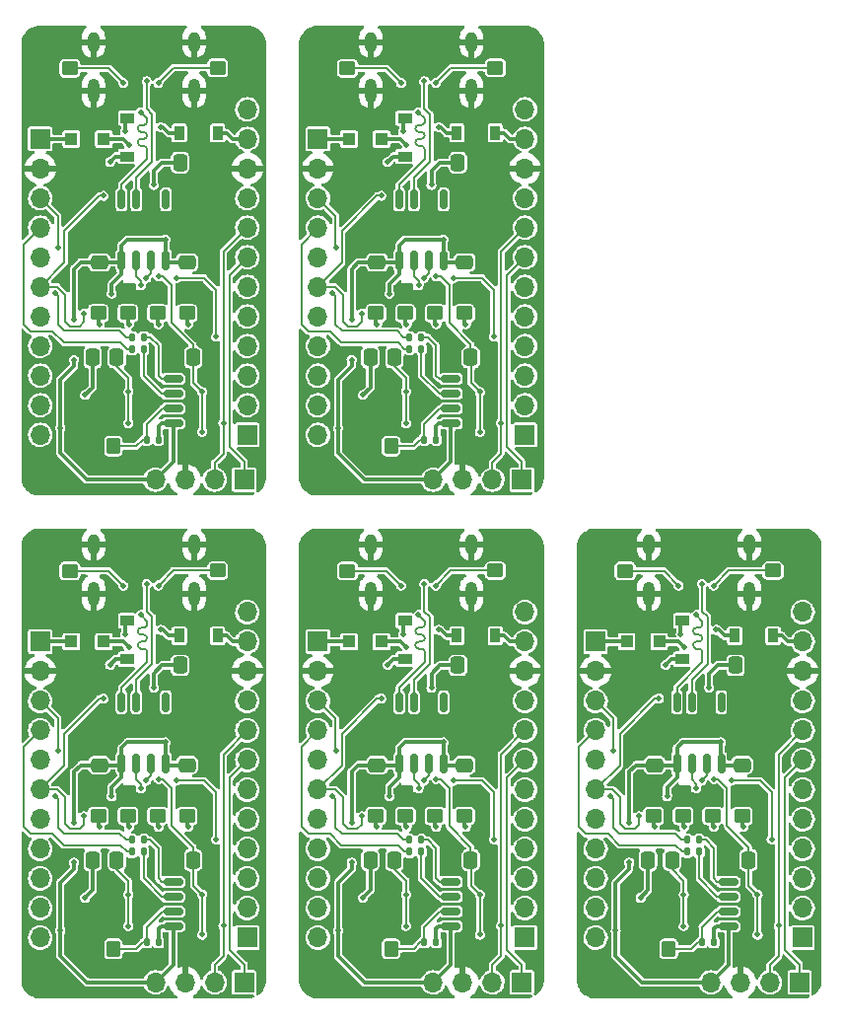
<source format=gbr>
%TF.GenerationSoftware,KiCad,Pcbnew,(6.0.8)*%
%TF.CreationDate,2023-03-28T10:40:47+02:00*%
%TF.ProjectId,Floppy Board v3.0,466c6f70-7079-4204-926f-617264207633,3.0*%
%TF.SameCoordinates,Original*%
%TF.FileFunction,Copper,L2,Bot*%
%TF.FilePolarity,Positive*%
%FSLAX46Y46*%
G04 Gerber Fmt 4.6, Leading zero omitted, Abs format (unit mm)*
G04 Created by KiCad (PCBNEW (6.0.8)) date 2023-03-28 10:40:47*
%MOMM*%
%LPD*%
G01*
G04 APERTURE LIST*
G04 Aperture macros list*
%AMRoundRect*
0 Rectangle with rounded corners*
0 $1 Rounding radius*
0 $2 $3 $4 $5 $6 $7 $8 $9 X,Y pos of 4 corners*
0 Add a 4 corners polygon primitive as box body*
4,1,4,$2,$3,$4,$5,$6,$7,$8,$9,$2,$3,0*
0 Add four circle primitives for the rounded corners*
1,1,$1+$1,$2,$3*
1,1,$1+$1,$4,$5*
1,1,$1+$1,$6,$7*
1,1,$1+$1,$8,$9*
0 Add four rect primitives between the rounded corners*
20,1,$1+$1,$2,$3,$4,$5,0*
20,1,$1+$1,$4,$5,$6,$7,0*
20,1,$1+$1,$6,$7,$8,$9,0*
20,1,$1+$1,$8,$9,$2,$3,0*%
G04 Aperture macros list end*
%TA.AperFunction,ComponentPad*%
%ADD10O,1.000000X2.100000*%
%TD*%
%TA.AperFunction,ComponentPad*%
%ADD11O,1.000000X1.800000*%
%TD*%
%TA.AperFunction,SMDPad,CuDef*%
%ADD12RoundRect,0.250000X0.450000X-0.350000X0.450000X0.350000X-0.450000X0.350000X-0.450000X-0.350000X0*%
%TD*%
%TA.AperFunction,SMDPad,CuDef*%
%ADD13RoundRect,0.250000X0.337500X0.475000X-0.337500X0.475000X-0.337500X-0.475000X0.337500X-0.475000X0*%
%TD*%
%TA.AperFunction,SMDPad,CuDef*%
%ADD14RoundRect,0.135000X0.135000X0.185000X-0.135000X0.185000X-0.135000X-0.185000X0.135000X-0.185000X0*%
%TD*%
%TA.AperFunction,SMDPad,CuDef*%
%ADD15R,1.200000X0.900000*%
%TD*%
%TA.AperFunction,ComponentPad*%
%ADD16R,1.700000X1.700000*%
%TD*%
%TA.AperFunction,ComponentPad*%
%ADD17O,1.700000X1.700000*%
%TD*%
%TA.AperFunction,SMDPad,CuDef*%
%ADD18RoundRect,0.250000X-0.337500X-0.475000X0.337500X-0.475000X0.337500X0.475000X-0.337500X0.475000X0*%
%TD*%
%TA.AperFunction,SMDPad,CuDef*%
%ADD19RoundRect,0.250000X0.475000X-0.337500X0.475000X0.337500X-0.475000X0.337500X-0.475000X-0.337500X0*%
%TD*%
%TA.AperFunction,SMDPad,CuDef*%
%ADD20RoundRect,0.135000X-0.135000X-0.185000X0.135000X-0.185000X0.135000X0.185000X-0.135000X0.185000X0*%
%TD*%
%TA.AperFunction,SMDPad,CuDef*%
%ADD21RoundRect,0.250000X-0.450000X0.350000X-0.450000X-0.350000X0.450000X-0.350000X0.450000X0.350000X0*%
%TD*%
%TA.AperFunction,SMDPad,CuDef*%
%ADD22R,0.900000X1.200000*%
%TD*%
%TA.AperFunction,SMDPad,CuDef*%
%ADD23R,1.100000X1.100000*%
%TD*%
%TA.AperFunction,SMDPad,CuDef*%
%ADD24RoundRect,0.150000X-0.150000X0.675000X-0.150000X-0.675000X0.150000X-0.675000X0.150000X0.675000X0*%
%TD*%
%TA.AperFunction,SMDPad,CuDef*%
%ADD25RoundRect,0.250000X0.350000X0.450000X-0.350000X0.450000X-0.350000X-0.450000X0.350000X-0.450000X0*%
%TD*%
%TA.AperFunction,SMDPad,CuDef*%
%ADD26RoundRect,0.150000X-0.675000X-0.150000X0.675000X-0.150000X0.675000X0.150000X-0.675000X0.150000X0*%
%TD*%
%TA.AperFunction,ViaPad*%
%ADD27C,0.460000*%
%TD*%
%TA.AperFunction,Conductor*%
%ADD28C,0.200000*%
%TD*%
%TA.AperFunction,Conductor*%
%ADD29C,0.300000*%
%TD*%
G04 APERTURE END LIST*
D10*
%TO.P,J18,13,SHIELD*%
%TO.N,GND*%
X141795159Y-101990500D03*
D11*
X150435159Y-97810500D03*
X141795159Y-97810500D03*
D10*
X150435159Y-101990500D03*
%TD*%
D12*
%TO.P,R38,1*%
%TO.N,Net-(D3-Pad1)*%
X173672559Y-121085600D03*
%TO.P,R38,2*%
%TO.N,GND*%
X173672559Y-119085600D03*
%TD*%
D13*
%TO.P,C54,1*%
%TO.N,PA14{slash}SWCLK{slash}BOOT0*%
X167648859Y-124878200D03*
%TO.P,C54,2*%
%TO.N,+3V3*%
X165573859Y-124878200D03*
%TD*%
D14*
%TO.P,JP16,1,A*%
%TO.N,Net-(JP1-Pad1)*%
X169966159Y-123151000D03*
%TO.P,JP16,2,B*%
%TO.N,PC14*%
X168946159Y-123151000D03*
%TD*%
D15*
%TO.P,D42,1,K*%
%TO.N,VBUS*%
X168541759Y-104330600D03*
%TO.P,D42,2,A*%
%TO.N,Net-(D7-Pad2)*%
X168541759Y-107630600D03*
%TD*%
D12*
%TO.P,R41,1*%
%TO.N,GND*%
X163614159Y-102069000D03*
%TO.P,R41,2*%
%TO.N,Net-(J2-Pad10)*%
X163614159Y-100069000D03*
%TD*%
D16*
%TO.P,J23,1,Pin_1*%
%TO.N,VDD*%
X161074159Y-106133000D03*
D17*
%TO.P,J23,2,Pin_2*%
%TO.N,GND*%
X161074159Y-108673000D03*
%TO.P,J23,3,Pin_3*%
%TO.N,NRST*%
X161074159Y-111213000D03*
%TO.P,J23,4,Pin_4*%
%TO.N,PB7*%
X161074159Y-113753000D03*
%TO.P,J23,5,Pin_5*%
%TO.N,PC14*%
X161074159Y-116293000D03*
%TO.P,J23,6,Pin_6*%
%TO.N,PC15*%
X161074159Y-118833000D03*
%TO.P,J23,7,Pin_7*%
%TO.N,PA0*%
X161074159Y-121373000D03*
%TO.P,J23,8,Pin_8*%
%TO.N,PA1*%
X161074159Y-123913000D03*
%TO.P,J23,9,Pin_9*%
%TO.N,PA2{slash}TX2*%
X161074159Y-126453000D03*
%TO.P,J23,10,Pin_10*%
%TO.N,PA3{slash}RX2*%
X161074159Y-128993000D03*
%TO.P,J23,11,Pin_11*%
%TO.N,PA4*%
X161074159Y-131533000D03*
%TD*%
D12*
%TO.P,R37,1*%
%TO.N,Net-(D2-Pad1)*%
X166052559Y-121085600D03*
%TO.P,R37,2*%
%TO.N,GND*%
X166052559Y-119085600D03*
%TD*%
D13*
%TO.P,C53,1*%
%TO.N,NRST*%
X174202059Y-124878200D03*
%TO.P,C53,2*%
%TO.N,GND*%
X172127059Y-124878200D03*
%TD*%
D18*
%TO.P,C56,1*%
%TO.N,+3V3*%
X173092259Y-108165000D03*
%TO.P,C56,2*%
%TO.N,GND*%
X175167259Y-108165000D03*
%TD*%
D12*
%TO.P,R39,1*%
%TO.N,Net-(D5-Pad1)*%
X171132559Y-121085600D03*
%TO.P,R39,2*%
%TO.N,GND*%
X171132559Y-119085600D03*
%TD*%
D19*
%TO.P,C59,1*%
%TO.N,+3V3*%
X166154159Y-116720900D03*
%TO.P,C59,2*%
%TO.N,GND*%
X166154159Y-114645900D03*
%TD*%
D20*
%TO.P,JP18,1,A*%
%TO.N,Net-(U2-Pad7)*%
X170216159Y-131939400D03*
%TO.P,JP18,2,B*%
%TO.N,+3V3*%
X171236159Y-131939400D03*
%TD*%
D19*
%TO.P,C60,1*%
%TO.N,+3V3*%
X173672559Y-116720900D03*
%TO.P,C60,2*%
%TO.N,GND*%
X173672559Y-114645900D03*
%TD*%
D21*
%TO.P,R42,1*%
%TO.N,Net-(J2-Pad4)*%
X176314159Y-100037000D03*
%TO.P,R42,2*%
%TO.N,GND*%
X176314159Y-102037000D03*
%TD*%
D22*
%TO.P,D36,1,K*%
%TO.N,VBUS*%
X173014159Y-105625000D03*
%TO.P,D36,2,A*%
%TO.N,VCC*%
X176314159Y-105625000D03*
%TD*%
D23*
%TO.P,D39,1,K*%
%TO.N,VDD*%
X163738159Y-106133000D03*
%TO.P,D39,2,A*%
%TO.N,+3V3*%
X166538159Y-106133000D03*
%TD*%
D10*
%TO.P,J22,13,SHIELD*%
%TO.N,GND*%
X165639159Y-101990500D03*
D11*
X174279159Y-97810500D03*
X165639159Y-97810500D03*
D10*
X174279159Y-101990500D03*
%TD*%
D16*
%TO.P,J21,1,Pin_1*%
%TO.N,PA13{slash}SWDIO*%
X178590159Y-135375000D03*
D17*
%TO.P,J21,2,Pin_2*%
%TO.N,PA14{slash}SWCLK{slash}BOOT0*%
X176050159Y-135375000D03*
%TO.P,J21,3,Pin_3*%
%TO.N,GND*%
X173510159Y-135375000D03*
%TO.P,J21,4,Pin_4*%
%TO.N,+3V3*%
X170970159Y-135375000D03*
%TD*%
D24*
%TO.P,U24,1,UD+*%
%TO.N,/D+*%
X168059159Y-111331200D03*
%TO.P,U24,2,UD-*%
%TO.N,/D-*%
X169329159Y-111331200D03*
%TO.P,U24,3,GND*%
%TO.N,GND*%
X170599159Y-111331200D03*
%TO.P,U24,4,RTS#*%
%TO.N,unconnected-(U4-Pad4)*%
X171869159Y-111331200D03*
%TO.P,U24,5,VCC*%
%TO.N,+3V3*%
X171869159Y-116581200D03*
%TO.P,U24,6,TXD*%
%TO.N,PA2{slash}TX2*%
X170599159Y-116581200D03*
%TO.P,U24,7,RXD*%
%TO.N,PA3{slash}RX2*%
X169329159Y-116581200D03*
%TO.P,U24,8,V3*%
%TO.N,+3V3*%
X168059159Y-116581200D03*
%TD*%
D25*
%TO.P,R36,1*%
%TO.N,Net-(U2-Pad7)*%
X167357359Y-132498200D03*
%TO.P,R36,2*%
%TO.N,GND*%
X165357359Y-132498200D03*
%TD*%
D21*
%TO.P,R40,1*%
%TO.N,GND*%
X168592559Y-119085600D03*
%TO.P,R40,2*%
%TO.N,Net-(D6-Pad1)*%
X168592559Y-121085600D03*
%TD*%
D14*
%TO.P,JP17,1,A*%
%TO.N,Net-(JP2-Pad1)*%
X169966159Y-124167000D03*
%TO.P,JP17,2,B*%
%TO.N,PB7*%
X168946159Y-124167000D03*
%TD*%
D16*
%TO.P,J24,1,Pin_1*%
%TO.N,PA5*%
X178854159Y-131533000D03*
D17*
%TO.P,J24,2,Pin_2*%
%TO.N,PA6*%
X178854159Y-128993000D03*
%TO.P,J24,3,Pin_3*%
%TO.N,PA7*%
X178854159Y-126453000D03*
%TO.P,J24,4,Pin_4*%
%TO.N,PB0*%
X178854159Y-123913000D03*
%TO.P,J24,5,Pin_5*%
%TO.N,PA11*%
X178854159Y-121373000D03*
%TO.P,J24,6,Pin_6*%
%TO.N,PA12*%
X178854159Y-118833000D03*
%TO.P,J24,7,Pin_7*%
%TO.N,PA13{slash}SWDIO*%
X178854159Y-116293000D03*
%TO.P,J24,8,Pin_8*%
%TO.N,PA14{slash}SWCLK{slash}BOOT0*%
X178854159Y-113753000D03*
%TO.P,J24,9,Pin_9*%
%TO.N,PB3*%
X178854159Y-111213000D03*
%TO.P,J24,10,Pin_10*%
%TO.N,GND*%
X178854159Y-108673000D03*
%TO.P,J24,11,Pin_11*%
%TO.N,VCC*%
X178854159Y-106133000D03*
%TO.P,J24,12,Pin_12*%
%TO.N,VBUS*%
X178854159Y-103593000D03*
%TD*%
D26*
%TO.P,U22,1,A0*%
%TO.N,GND*%
X167237559Y-130542400D03*
%TO.P,U22,2,A1*%
X167237559Y-129272400D03*
%TO.P,U22,3,A2*%
X167237559Y-128002400D03*
%TO.P,U22,4,GND*%
X167237559Y-126732400D03*
%TO.P,U22,5,SDA*%
%TO.N,Net-(JP1-Pad1)*%
X172487559Y-126732400D03*
%TO.P,U22,6,SCL*%
%TO.N,Net-(JP2-Pad1)*%
X172487559Y-128002400D03*
%TO.P,U22,7,WP*%
%TO.N,Net-(U2-Pad7)*%
X172487559Y-129272400D03*
%TO.P,U22,8,VCC*%
%TO.N,+3V3*%
X172487559Y-130542400D03*
%TD*%
D12*
%TO.P,R31,1*%
%TO.N,Net-(D3-Pad1)*%
X149828559Y-121085600D03*
%TO.P,R31,2*%
%TO.N,GND*%
X149828559Y-119085600D03*
%TD*%
D13*
%TO.P,C44,1*%
%TO.N,PA14{slash}SWCLK{slash}BOOT0*%
X143804859Y-124878200D03*
%TO.P,C44,2*%
%TO.N,+3V3*%
X141729859Y-124878200D03*
%TD*%
D14*
%TO.P,JP13,1,A*%
%TO.N,Net-(JP1-Pad1)*%
X146122159Y-123151000D03*
%TO.P,JP13,2,B*%
%TO.N,PC14*%
X145102159Y-123151000D03*
%TD*%
D15*
%TO.P,D35,1,K*%
%TO.N,VBUS*%
X144697759Y-104330600D03*
%TO.P,D35,2,A*%
%TO.N,Net-(D7-Pad2)*%
X144697759Y-107630600D03*
%TD*%
D12*
%TO.P,R34,1*%
%TO.N,GND*%
X139770159Y-102069000D03*
%TO.P,R34,2*%
%TO.N,Net-(J2-Pad10)*%
X139770159Y-100069000D03*
%TD*%
D16*
%TO.P,J19,1,Pin_1*%
%TO.N,VDD*%
X137230159Y-106133000D03*
D17*
%TO.P,J19,2,Pin_2*%
%TO.N,GND*%
X137230159Y-108673000D03*
%TO.P,J19,3,Pin_3*%
%TO.N,NRST*%
X137230159Y-111213000D03*
%TO.P,J19,4,Pin_4*%
%TO.N,PB7*%
X137230159Y-113753000D03*
%TO.P,J19,5,Pin_5*%
%TO.N,PC14*%
X137230159Y-116293000D03*
%TO.P,J19,6,Pin_6*%
%TO.N,PC15*%
X137230159Y-118833000D03*
%TO.P,J19,7,Pin_7*%
%TO.N,PA0*%
X137230159Y-121373000D03*
%TO.P,J19,8,Pin_8*%
%TO.N,PA1*%
X137230159Y-123913000D03*
%TO.P,J19,9,Pin_9*%
%TO.N,PA2{slash}TX2*%
X137230159Y-126453000D03*
%TO.P,J19,10,Pin_10*%
%TO.N,PA3{slash}RX2*%
X137230159Y-128993000D03*
%TO.P,J19,11,Pin_11*%
%TO.N,PA4*%
X137230159Y-131533000D03*
%TD*%
D12*
%TO.P,R30,1*%
%TO.N,Net-(D2-Pad1)*%
X142208559Y-121085600D03*
%TO.P,R30,2*%
%TO.N,GND*%
X142208559Y-119085600D03*
%TD*%
D13*
%TO.P,C43,1*%
%TO.N,NRST*%
X150358059Y-124878200D03*
%TO.P,C43,2*%
%TO.N,GND*%
X148283059Y-124878200D03*
%TD*%
D18*
%TO.P,C46,1*%
%TO.N,+3V3*%
X149248259Y-108165000D03*
%TO.P,C46,2*%
%TO.N,GND*%
X151323259Y-108165000D03*
%TD*%
D12*
%TO.P,R32,1*%
%TO.N,Net-(D5-Pad1)*%
X147288559Y-121085600D03*
%TO.P,R32,2*%
%TO.N,GND*%
X147288559Y-119085600D03*
%TD*%
D19*
%TO.P,C49,1*%
%TO.N,+3V3*%
X142310159Y-116720900D03*
%TO.P,C49,2*%
%TO.N,GND*%
X142310159Y-114645900D03*
%TD*%
D20*
%TO.P,JP15,1,A*%
%TO.N,Net-(U2-Pad7)*%
X146372159Y-131939400D03*
%TO.P,JP15,2,B*%
%TO.N,+3V3*%
X147392159Y-131939400D03*
%TD*%
D19*
%TO.P,C50,1*%
%TO.N,+3V3*%
X149828559Y-116720900D03*
%TO.P,C50,2*%
%TO.N,GND*%
X149828559Y-114645900D03*
%TD*%
D21*
%TO.P,R35,1*%
%TO.N,Net-(J2-Pad4)*%
X152470159Y-100037000D03*
%TO.P,R35,2*%
%TO.N,GND*%
X152470159Y-102037000D03*
%TD*%
D22*
%TO.P,D29,1,K*%
%TO.N,VBUS*%
X149170159Y-105625000D03*
%TO.P,D29,2,A*%
%TO.N,VCC*%
X152470159Y-105625000D03*
%TD*%
D23*
%TO.P,D32,1,K*%
%TO.N,VDD*%
X139894159Y-106133000D03*
%TO.P,D32,2,A*%
%TO.N,+3V3*%
X142694159Y-106133000D03*
%TD*%
D16*
%TO.P,J17,1,Pin_1*%
%TO.N,PA13{slash}SWDIO*%
X154746159Y-135375000D03*
D17*
%TO.P,J17,2,Pin_2*%
%TO.N,PA14{slash}SWCLK{slash}BOOT0*%
X152206159Y-135375000D03*
%TO.P,J17,3,Pin_3*%
%TO.N,GND*%
X149666159Y-135375000D03*
%TO.P,J17,4,Pin_4*%
%TO.N,+3V3*%
X147126159Y-135375000D03*
%TD*%
D24*
%TO.P,U20,1,UD+*%
%TO.N,/D+*%
X144215159Y-111331200D03*
%TO.P,U20,2,UD-*%
%TO.N,/D-*%
X145485159Y-111331200D03*
%TO.P,U20,3,GND*%
%TO.N,GND*%
X146755159Y-111331200D03*
%TO.P,U20,4,RTS#*%
%TO.N,unconnected-(U4-Pad4)*%
X148025159Y-111331200D03*
%TO.P,U20,5,VCC*%
%TO.N,+3V3*%
X148025159Y-116581200D03*
%TO.P,U20,6,TXD*%
%TO.N,PA2{slash}TX2*%
X146755159Y-116581200D03*
%TO.P,U20,7,RXD*%
%TO.N,PA3{slash}RX2*%
X145485159Y-116581200D03*
%TO.P,U20,8,V3*%
%TO.N,+3V3*%
X144215159Y-116581200D03*
%TD*%
D25*
%TO.P,R29,1*%
%TO.N,Net-(U2-Pad7)*%
X143513359Y-132498200D03*
%TO.P,R29,2*%
%TO.N,GND*%
X141513359Y-132498200D03*
%TD*%
D21*
%TO.P,R33,1*%
%TO.N,GND*%
X144748559Y-119085600D03*
%TO.P,R33,2*%
%TO.N,Net-(D6-Pad1)*%
X144748559Y-121085600D03*
%TD*%
D14*
%TO.P,JP14,1,A*%
%TO.N,Net-(JP2-Pad1)*%
X146122159Y-124167000D03*
%TO.P,JP14,2,B*%
%TO.N,PB7*%
X145102159Y-124167000D03*
%TD*%
D16*
%TO.P,J20,1,Pin_1*%
%TO.N,PA5*%
X155010159Y-131533000D03*
D17*
%TO.P,J20,2,Pin_2*%
%TO.N,PA6*%
X155010159Y-128993000D03*
%TO.P,J20,3,Pin_3*%
%TO.N,PA7*%
X155010159Y-126453000D03*
%TO.P,J20,4,Pin_4*%
%TO.N,PB0*%
X155010159Y-123913000D03*
%TO.P,J20,5,Pin_5*%
%TO.N,PA11*%
X155010159Y-121373000D03*
%TO.P,J20,6,Pin_6*%
%TO.N,PA12*%
X155010159Y-118833000D03*
%TO.P,J20,7,Pin_7*%
%TO.N,PA13{slash}SWDIO*%
X155010159Y-116293000D03*
%TO.P,J20,8,Pin_8*%
%TO.N,PA14{slash}SWCLK{slash}BOOT0*%
X155010159Y-113753000D03*
%TO.P,J20,9,Pin_9*%
%TO.N,PB3*%
X155010159Y-111213000D03*
%TO.P,J20,10,Pin_10*%
%TO.N,GND*%
X155010159Y-108673000D03*
%TO.P,J20,11,Pin_11*%
%TO.N,VCC*%
X155010159Y-106133000D03*
%TO.P,J20,12,Pin_12*%
%TO.N,VBUS*%
X155010159Y-103593000D03*
%TD*%
D26*
%TO.P,U18,1,A0*%
%TO.N,GND*%
X143393559Y-130542400D03*
%TO.P,U18,2,A1*%
X143393559Y-129272400D03*
%TO.P,U18,3,A2*%
X143393559Y-128002400D03*
%TO.P,U18,4,GND*%
X143393559Y-126732400D03*
%TO.P,U18,5,SDA*%
%TO.N,Net-(JP1-Pad1)*%
X148643559Y-126732400D03*
%TO.P,U18,6,SCL*%
%TO.N,Net-(JP2-Pad1)*%
X148643559Y-128002400D03*
%TO.P,U18,7,WP*%
%TO.N,Net-(U2-Pad7)*%
X148643559Y-129272400D03*
%TO.P,U18,8,VCC*%
%TO.N,+3V3*%
X148643559Y-130542400D03*
%TD*%
D12*
%TO.P,R24,1*%
%TO.N,Net-(D3-Pad1)*%
X125984559Y-121085600D03*
%TO.P,R24,2*%
%TO.N,GND*%
X125984559Y-119085600D03*
%TD*%
D13*
%TO.P,C34,1*%
%TO.N,PA14{slash}SWCLK{slash}BOOT0*%
X119960859Y-124878200D03*
%TO.P,C34,2*%
%TO.N,+3V3*%
X117885859Y-124878200D03*
%TD*%
D14*
%TO.P,JP10,1,A*%
%TO.N,Net-(JP1-Pad1)*%
X122278159Y-123151000D03*
%TO.P,JP10,2,B*%
%TO.N,PC14*%
X121258159Y-123151000D03*
%TD*%
D15*
%TO.P,D28,1,K*%
%TO.N,VBUS*%
X120853759Y-104330600D03*
%TO.P,D28,2,A*%
%TO.N,Net-(D7-Pad2)*%
X120853759Y-107630600D03*
%TD*%
D12*
%TO.P,R27,1*%
%TO.N,GND*%
X115926159Y-102069000D03*
%TO.P,R27,2*%
%TO.N,Net-(J2-Pad10)*%
X115926159Y-100069000D03*
%TD*%
D16*
%TO.P,J15,1,Pin_1*%
%TO.N,VDD*%
X113386159Y-106133000D03*
D17*
%TO.P,J15,2,Pin_2*%
%TO.N,GND*%
X113386159Y-108673000D03*
%TO.P,J15,3,Pin_3*%
%TO.N,NRST*%
X113386159Y-111213000D03*
%TO.P,J15,4,Pin_4*%
%TO.N,PB7*%
X113386159Y-113753000D03*
%TO.P,J15,5,Pin_5*%
%TO.N,PC14*%
X113386159Y-116293000D03*
%TO.P,J15,6,Pin_6*%
%TO.N,PC15*%
X113386159Y-118833000D03*
%TO.P,J15,7,Pin_7*%
%TO.N,PA0*%
X113386159Y-121373000D03*
%TO.P,J15,8,Pin_8*%
%TO.N,PA1*%
X113386159Y-123913000D03*
%TO.P,J15,9,Pin_9*%
%TO.N,PA2{slash}TX2*%
X113386159Y-126453000D03*
%TO.P,J15,10,Pin_10*%
%TO.N,PA3{slash}RX2*%
X113386159Y-128993000D03*
%TO.P,J15,11,Pin_11*%
%TO.N,PA4*%
X113386159Y-131533000D03*
%TD*%
D12*
%TO.P,R23,1*%
%TO.N,Net-(D2-Pad1)*%
X118364559Y-121085600D03*
%TO.P,R23,2*%
%TO.N,GND*%
X118364559Y-119085600D03*
%TD*%
D13*
%TO.P,C33,1*%
%TO.N,NRST*%
X126514059Y-124878200D03*
%TO.P,C33,2*%
%TO.N,GND*%
X124439059Y-124878200D03*
%TD*%
D18*
%TO.P,C36,1*%
%TO.N,+3V3*%
X125404259Y-108165000D03*
%TO.P,C36,2*%
%TO.N,GND*%
X127479259Y-108165000D03*
%TD*%
D12*
%TO.P,R25,1*%
%TO.N,Net-(D5-Pad1)*%
X123444559Y-121085600D03*
%TO.P,R25,2*%
%TO.N,GND*%
X123444559Y-119085600D03*
%TD*%
D19*
%TO.P,C39,1*%
%TO.N,+3V3*%
X118466159Y-116720900D03*
%TO.P,C39,2*%
%TO.N,GND*%
X118466159Y-114645900D03*
%TD*%
D20*
%TO.P,JP12,1,A*%
%TO.N,Net-(U2-Pad7)*%
X122528159Y-131939400D03*
%TO.P,JP12,2,B*%
%TO.N,+3V3*%
X123548159Y-131939400D03*
%TD*%
D19*
%TO.P,C40,1*%
%TO.N,+3V3*%
X125984559Y-116720900D03*
%TO.P,C40,2*%
%TO.N,GND*%
X125984559Y-114645900D03*
%TD*%
D21*
%TO.P,R28,1*%
%TO.N,Net-(J2-Pad4)*%
X128626159Y-100037000D03*
%TO.P,R28,2*%
%TO.N,GND*%
X128626159Y-102037000D03*
%TD*%
D22*
%TO.P,D22,1,K*%
%TO.N,VBUS*%
X125326159Y-105625000D03*
%TO.P,D22,2,A*%
%TO.N,VCC*%
X128626159Y-105625000D03*
%TD*%
D23*
%TO.P,D25,1,K*%
%TO.N,VDD*%
X116050159Y-106133000D03*
%TO.P,D25,2,A*%
%TO.N,+3V3*%
X118850159Y-106133000D03*
%TD*%
D10*
%TO.P,J14,13,SHIELD*%
%TO.N,GND*%
X117951159Y-101990500D03*
D11*
X126591159Y-97810500D03*
X117951159Y-97810500D03*
D10*
X126591159Y-101990500D03*
%TD*%
D16*
%TO.P,J13,1,Pin_1*%
%TO.N,PA13{slash}SWDIO*%
X130902159Y-135375000D03*
D17*
%TO.P,J13,2,Pin_2*%
%TO.N,PA14{slash}SWCLK{slash}BOOT0*%
X128362159Y-135375000D03*
%TO.P,J13,3,Pin_3*%
%TO.N,GND*%
X125822159Y-135375000D03*
%TO.P,J13,4,Pin_4*%
%TO.N,+3V3*%
X123282159Y-135375000D03*
%TD*%
D24*
%TO.P,U16,1,UD+*%
%TO.N,/D+*%
X120371159Y-111331200D03*
%TO.P,U16,2,UD-*%
%TO.N,/D-*%
X121641159Y-111331200D03*
%TO.P,U16,3,GND*%
%TO.N,GND*%
X122911159Y-111331200D03*
%TO.P,U16,4,RTS#*%
%TO.N,unconnected-(U4-Pad4)*%
X124181159Y-111331200D03*
%TO.P,U16,5,VCC*%
%TO.N,+3V3*%
X124181159Y-116581200D03*
%TO.P,U16,6,TXD*%
%TO.N,PA2{slash}TX2*%
X122911159Y-116581200D03*
%TO.P,U16,7,RXD*%
%TO.N,PA3{slash}RX2*%
X121641159Y-116581200D03*
%TO.P,U16,8,V3*%
%TO.N,+3V3*%
X120371159Y-116581200D03*
%TD*%
D25*
%TO.P,R22,1*%
%TO.N,Net-(U2-Pad7)*%
X119669359Y-132498200D03*
%TO.P,R22,2*%
%TO.N,GND*%
X117669359Y-132498200D03*
%TD*%
D21*
%TO.P,R26,1*%
%TO.N,GND*%
X120904559Y-119085600D03*
%TO.P,R26,2*%
%TO.N,Net-(D6-Pad1)*%
X120904559Y-121085600D03*
%TD*%
D14*
%TO.P,JP11,1,A*%
%TO.N,Net-(JP2-Pad1)*%
X122278159Y-124167000D03*
%TO.P,JP11,2,B*%
%TO.N,PB7*%
X121258159Y-124167000D03*
%TD*%
D16*
%TO.P,J16,1,Pin_1*%
%TO.N,PA5*%
X131166159Y-131533000D03*
D17*
%TO.P,J16,2,Pin_2*%
%TO.N,PA6*%
X131166159Y-128993000D03*
%TO.P,J16,3,Pin_3*%
%TO.N,PA7*%
X131166159Y-126453000D03*
%TO.P,J16,4,Pin_4*%
%TO.N,PB0*%
X131166159Y-123913000D03*
%TO.P,J16,5,Pin_5*%
%TO.N,PA11*%
X131166159Y-121373000D03*
%TO.P,J16,6,Pin_6*%
%TO.N,PA12*%
X131166159Y-118833000D03*
%TO.P,J16,7,Pin_7*%
%TO.N,PA13{slash}SWDIO*%
X131166159Y-116293000D03*
%TO.P,J16,8,Pin_8*%
%TO.N,PA14{slash}SWCLK{slash}BOOT0*%
X131166159Y-113753000D03*
%TO.P,J16,9,Pin_9*%
%TO.N,PB3*%
X131166159Y-111213000D03*
%TO.P,J16,10,Pin_10*%
%TO.N,GND*%
X131166159Y-108673000D03*
%TO.P,J16,11,Pin_11*%
%TO.N,VCC*%
X131166159Y-106133000D03*
%TO.P,J16,12,Pin_12*%
%TO.N,VBUS*%
X131166159Y-103593000D03*
%TD*%
D26*
%TO.P,U14,1,A0*%
%TO.N,GND*%
X119549559Y-130542400D03*
%TO.P,U14,2,A1*%
X119549559Y-129272400D03*
%TO.P,U14,3,A2*%
X119549559Y-128002400D03*
%TO.P,U14,4,GND*%
X119549559Y-126732400D03*
%TO.P,U14,5,SDA*%
%TO.N,Net-(JP1-Pad1)*%
X124799559Y-126732400D03*
%TO.P,U14,6,SCL*%
%TO.N,Net-(JP2-Pad1)*%
X124799559Y-128002400D03*
%TO.P,U14,7,WP*%
%TO.N,Net-(U2-Pad7)*%
X124799559Y-129272400D03*
%TO.P,U14,8,VCC*%
%TO.N,+3V3*%
X124799559Y-130542400D03*
%TD*%
D12*
%TO.P,R10,1*%
%TO.N,Net-(D3-Pad1)*%
X149828559Y-77937600D03*
%TO.P,R10,2*%
%TO.N,GND*%
X149828559Y-75937600D03*
%TD*%
D13*
%TO.P,C14,1*%
%TO.N,PA14{slash}SWCLK{slash}BOOT0*%
X143804859Y-81730200D03*
%TO.P,C14,2*%
%TO.N,+3V3*%
X141729859Y-81730200D03*
%TD*%
D14*
%TO.P,JP4,1,A*%
%TO.N,Net-(JP1-Pad1)*%
X146122159Y-80003000D03*
%TO.P,JP4,2,B*%
%TO.N,PC14*%
X145102159Y-80003000D03*
%TD*%
D15*
%TO.P,D14,1,K*%
%TO.N,VBUS*%
X144697759Y-61182600D03*
%TO.P,D14,2,A*%
%TO.N,Net-(D7-Pad2)*%
X144697759Y-64482600D03*
%TD*%
D12*
%TO.P,R13,1*%
%TO.N,GND*%
X139770159Y-58921000D03*
%TO.P,R13,2*%
%TO.N,Net-(J2-Pad10)*%
X139770159Y-56921000D03*
%TD*%
D16*
%TO.P,J7,1,Pin_1*%
%TO.N,VDD*%
X137230159Y-62985000D03*
D17*
%TO.P,J7,2,Pin_2*%
%TO.N,GND*%
X137230159Y-65525000D03*
%TO.P,J7,3,Pin_3*%
%TO.N,NRST*%
X137230159Y-68065000D03*
%TO.P,J7,4,Pin_4*%
%TO.N,PB7*%
X137230159Y-70605000D03*
%TO.P,J7,5,Pin_5*%
%TO.N,PC14*%
X137230159Y-73145000D03*
%TO.P,J7,6,Pin_6*%
%TO.N,PC15*%
X137230159Y-75685000D03*
%TO.P,J7,7,Pin_7*%
%TO.N,PA0*%
X137230159Y-78225000D03*
%TO.P,J7,8,Pin_8*%
%TO.N,PA1*%
X137230159Y-80765000D03*
%TO.P,J7,9,Pin_9*%
%TO.N,PA2{slash}TX2*%
X137230159Y-83305000D03*
%TO.P,J7,10,Pin_10*%
%TO.N,PA3{slash}RX2*%
X137230159Y-85845000D03*
%TO.P,J7,11,Pin_11*%
%TO.N,PA4*%
X137230159Y-88385000D03*
%TD*%
D12*
%TO.P,R9,1*%
%TO.N,Net-(D2-Pad1)*%
X142208559Y-77937600D03*
%TO.P,R9,2*%
%TO.N,GND*%
X142208559Y-75937600D03*
%TD*%
D13*
%TO.P,C13,1*%
%TO.N,NRST*%
X150358059Y-81730200D03*
%TO.P,C13,2*%
%TO.N,GND*%
X148283059Y-81730200D03*
%TD*%
D18*
%TO.P,C16,1*%
%TO.N,+3V3*%
X149248259Y-65017000D03*
%TO.P,C16,2*%
%TO.N,GND*%
X151323259Y-65017000D03*
%TD*%
D12*
%TO.P,R11,1*%
%TO.N,Net-(D5-Pad1)*%
X147288559Y-77937600D03*
%TO.P,R11,2*%
%TO.N,GND*%
X147288559Y-75937600D03*
%TD*%
D19*
%TO.P,C19,1*%
%TO.N,+3V3*%
X142310159Y-73572900D03*
%TO.P,C19,2*%
%TO.N,GND*%
X142310159Y-71497900D03*
%TD*%
D20*
%TO.P,JP6,1,A*%
%TO.N,Net-(U2-Pad7)*%
X146372159Y-88791400D03*
%TO.P,JP6,2,B*%
%TO.N,+3V3*%
X147392159Y-88791400D03*
%TD*%
D19*
%TO.P,C20,1*%
%TO.N,+3V3*%
X149828559Y-73572900D03*
%TO.P,C20,2*%
%TO.N,GND*%
X149828559Y-71497900D03*
%TD*%
D21*
%TO.P,R14,1*%
%TO.N,Net-(J2-Pad4)*%
X152470159Y-56889000D03*
%TO.P,R14,2*%
%TO.N,GND*%
X152470159Y-58889000D03*
%TD*%
D22*
%TO.P,D8,1,K*%
%TO.N,VBUS*%
X149170159Y-62477000D03*
%TO.P,D8,2,A*%
%TO.N,VCC*%
X152470159Y-62477000D03*
%TD*%
D23*
%TO.P,D11,1,K*%
%TO.N,VDD*%
X139894159Y-62985000D03*
%TO.P,D11,2,A*%
%TO.N,+3V3*%
X142694159Y-62985000D03*
%TD*%
D10*
%TO.P,J6,13,SHIELD*%
%TO.N,GND*%
X141795159Y-58842500D03*
D11*
X150435159Y-54662500D03*
X141795159Y-54662500D03*
D10*
X150435159Y-58842500D03*
%TD*%
D16*
%TO.P,J5,1,Pin_1*%
%TO.N,PA13{slash}SWDIO*%
X154746159Y-92227000D03*
D17*
%TO.P,J5,2,Pin_2*%
%TO.N,PA14{slash}SWCLK{slash}BOOT0*%
X152206159Y-92227000D03*
%TO.P,J5,3,Pin_3*%
%TO.N,GND*%
X149666159Y-92227000D03*
%TO.P,J5,4,Pin_4*%
%TO.N,+3V3*%
X147126159Y-92227000D03*
%TD*%
D24*
%TO.P,U8,1,UD+*%
%TO.N,/D+*%
X144215159Y-68183200D03*
%TO.P,U8,2,UD-*%
%TO.N,/D-*%
X145485159Y-68183200D03*
%TO.P,U8,3,GND*%
%TO.N,GND*%
X146755159Y-68183200D03*
%TO.P,U8,4,RTS#*%
%TO.N,unconnected-(U4-Pad4)*%
X148025159Y-68183200D03*
%TO.P,U8,5,VCC*%
%TO.N,+3V3*%
X148025159Y-73433200D03*
%TO.P,U8,6,TXD*%
%TO.N,PA2{slash}TX2*%
X146755159Y-73433200D03*
%TO.P,U8,7,RXD*%
%TO.N,PA3{slash}RX2*%
X145485159Y-73433200D03*
%TO.P,U8,8,V3*%
%TO.N,+3V3*%
X144215159Y-73433200D03*
%TD*%
D25*
%TO.P,R8,1*%
%TO.N,Net-(U2-Pad7)*%
X143513359Y-89350200D03*
%TO.P,R8,2*%
%TO.N,GND*%
X141513359Y-89350200D03*
%TD*%
D21*
%TO.P,R12,1*%
%TO.N,GND*%
X144748559Y-75937600D03*
%TO.P,R12,2*%
%TO.N,Net-(D6-Pad1)*%
X144748559Y-77937600D03*
%TD*%
D14*
%TO.P,JP5,1,A*%
%TO.N,Net-(JP2-Pad1)*%
X146122159Y-81019000D03*
%TO.P,JP5,2,B*%
%TO.N,PB7*%
X145102159Y-81019000D03*
%TD*%
D16*
%TO.P,J8,1,Pin_1*%
%TO.N,PA5*%
X155010159Y-88385000D03*
D17*
%TO.P,J8,2,Pin_2*%
%TO.N,PA6*%
X155010159Y-85845000D03*
%TO.P,J8,3,Pin_3*%
%TO.N,PA7*%
X155010159Y-83305000D03*
%TO.P,J8,4,Pin_4*%
%TO.N,PB0*%
X155010159Y-80765000D03*
%TO.P,J8,5,Pin_5*%
%TO.N,PA11*%
X155010159Y-78225000D03*
%TO.P,J8,6,Pin_6*%
%TO.N,PA12*%
X155010159Y-75685000D03*
%TO.P,J8,7,Pin_7*%
%TO.N,PA13{slash}SWDIO*%
X155010159Y-73145000D03*
%TO.P,J8,8,Pin_8*%
%TO.N,PA14{slash}SWCLK{slash}BOOT0*%
X155010159Y-70605000D03*
%TO.P,J8,9,Pin_9*%
%TO.N,PB3*%
X155010159Y-68065000D03*
%TO.P,J8,10,Pin_10*%
%TO.N,GND*%
X155010159Y-65525000D03*
%TO.P,J8,11,Pin_11*%
%TO.N,VCC*%
X155010159Y-62985000D03*
%TO.P,J8,12,Pin_12*%
%TO.N,VBUS*%
X155010159Y-60445000D03*
%TD*%
D26*
%TO.P,U6,1,A0*%
%TO.N,GND*%
X143393559Y-87394400D03*
%TO.P,U6,2,A1*%
X143393559Y-86124400D03*
%TO.P,U6,3,A2*%
X143393559Y-84854400D03*
%TO.P,U6,4,GND*%
X143393559Y-83584400D03*
%TO.P,U6,5,SDA*%
%TO.N,Net-(JP1-Pad1)*%
X148643559Y-83584400D03*
%TO.P,U6,6,SCL*%
%TO.N,Net-(JP2-Pad1)*%
X148643559Y-84854400D03*
%TO.P,U6,7,WP*%
%TO.N,Net-(U2-Pad7)*%
X148643559Y-86124400D03*
%TO.P,U6,8,VCC*%
%TO.N,+3V3*%
X148643559Y-87394400D03*
%TD*%
D10*
%TO.P,J2,13,SHIELD*%
%TO.N,GND*%
X117951159Y-58842500D03*
D11*
X126591159Y-54662500D03*
X117951159Y-54662500D03*
D10*
X126591159Y-58842500D03*
%TD*%
D16*
%TO.P,J1,1,Pin_1*%
%TO.N,PA13{slash}SWDIO*%
X130902159Y-92227000D03*
D17*
%TO.P,J1,2,Pin_2*%
%TO.N,PA14{slash}SWCLK{slash}BOOT0*%
X128362159Y-92227000D03*
%TO.P,J1,3,Pin_3*%
%TO.N,GND*%
X125822159Y-92227000D03*
%TO.P,J1,4,Pin_4*%
%TO.N,+3V3*%
X123282159Y-92227000D03*
%TD*%
D16*
%TO.P,J4,1,Pin_1*%
%TO.N,PA5*%
X131166159Y-88385000D03*
D17*
%TO.P,J4,2,Pin_2*%
%TO.N,PA6*%
X131166159Y-85845000D03*
%TO.P,J4,3,Pin_3*%
%TO.N,PA7*%
X131166159Y-83305000D03*
%TO.P,J4,4,Pin_4*%
%TO.N,PB0*%
X131166159Y-80765000D03*
%TO.P,J4,5,Pin_5*%
%TO.N,PA11*%
X131166159Y-78225000D03*
%TO.P,J4,6,Pin_6*%
%TO.N,PA12*%
X131166159Y-75685000D03*
%TO.P,J4,7,Pin_7*%
%TO.N,PA13{slash}SWDIO*%
X131166159Y-73145000D03*
%TO.P,J4,8,Pin_8*%
%TO.N,PA14{slash}SWCLK{slash}BOOT0*%
X131166159Y-70605000D03*
%TO.P,J4,9,Pin_9*%
%TO.N,PB3*%
X131166159Y-68065000D03*
%TO.P,J4,10,Pin_10*%
%TO.N,GND*%
X131166159Y-65525000D03*
%TO.P,J4,11,Pin_11*%
%TO.N,VCC*%
X131166159Y-62985000D03*
%TO.P,J4,12,Pin_12*%
%TO.N,VBUS*%
X131166159Y-60445000D03*
%TD*%
D23*
%TO.P,D4,1,K*%
%TO.N,VDD*%
X116050159Y-62985000D03*
%TO.P,D4,2,A*%
%TO.N,+3V3*%
X118850159Y-62985000D03*
%TD*%
D14*
%TO.P,JP2,1,A*%
%TO.N,Net-(JP2-Pad1)*%
X122278159Y-81019000D03*
%TO.P,JP2,2,B*%
%TO.N,PB7*%
X121258159Y-81019000D03*
%TD*%
D20*
%TO.P,JP3,1,A*%
%TO.N,Net-(U2-Pad7)*%
X122528159Y-88791400D03*
%TO.P,JP3,2,B*%
%TO.N,+3V3*%
X123548159Y-88791400D03*
%TD*%
D21*
%TO.P,R7,1*%
%TO.N,Net-(J2-Pad4)*%
X128626159Y-56889000D03*
%TO.P,R7,2*%
%TO.N,GND*%
X128626159Y-58889000D03*
%TD*%
D22*
%TO.P,D1,1,K*%
%TO.N,VBUS*%
X125326159Y-62477000D03*
%TO.P,D1,2,A*%
%TO.N,VCC*%
X128626159Y-62477000D03*
%TD*%
D19*
%TO.P,C10,1*%
%TO.N,+3V3*%
X125984559Y-73572900D03*
%TO.P,C10,2*%
%TO.N,GND*%
X125984559Y-71497900D03*
%TD*%
%TO.P,C9,1*%
%TO.N,+3V3*%
X118466159Y-73572900D03*
%TO.P,C9,2*%
%TO.N,GND*%
X118466159Y-71497900D03*
%TD*%
D26*
%TO.P,U2,1,A0*%
%TO.N,GND*%
X119549559Y-87394400D03*
%TO.P,U2,2,A1*%
X119549559Y-86124400D03*
%TO.P,U2,3,A2*%
X119549559Y-84854400D03*
%TO.P,U2,4,GND*%
X119549559Y-83584400D03*
%TO.P,U2,5,SDA*%
%TO.N,Net-(JP1-Pad1)*%
X124799559Y-83584400D03*
%TO.P,U2,6,SCL*%
%TO.N,Net-(JP2-Pad1)*%
X124799559Y-84854400D03*
%TO.P,U2,7,WP*%
%TO.N,Net-(U2-Pad7)*%
X124799559Y-86124400D03*
%TO.P,U2,8,VCC*%
%TO.N,+3V3*%
X124799559Y-87394400D03*
%TD*%
D21*
%TO.P,R5,1*%
%TO.N,GND*%
X120904559Y-75937600D03*
%TO.P,R5,2*%
%TO.N,Net-(D6-Pad1)*%
X120904559Y-77937600D03*
%TD*%
D25*
%TO.P,R1,1*%
%TO.N,Net-(U2-Pad7)*%
X119669359Y-89350200D03*
%TO.P,R1,2*%
%TO.N,GND*%
X117669359Y-89350200D03*
%TD*%
D24*
%TO.P,U4,1,UD+*%
%TO.N,/D+*%
X120371159Y-68183200D03*
%TO.P,U4,2,UD-*%
%TO.N,/D-*%
X121641159Y-68183200D03*
%TO.P,U4,3,GND*%
%TO.N,GND*%
X122911159Y-68183200D03*
%TO.P,U4,4,RTS#*%
%TO.N,unconnected-(U4-Pad4)*%
X124181159Y-68183200D03*
%TO.P,U4,5,VCC*%
%TO.N,+3V3*%
X124181159Y-73433200D03*
%TO.P,U4,6,TXD*%
%TO.N,PA2{slash}TX2*%
X122911159Y-73433200D03*
%TO.P,U4,7,RXD*%
%TO.N,PA3{slash}RX2*%
X121641159Y-73433200D03*
%TO.P,U4,8,V3*%
%TO.N,+3V3*%
X120371159Y-73433200D03*
%TD*%
D13*
%TO.P,C3,1*%
%TO.N,NRST*%
X126514059Y-81730200D03*
%TO.P,C3,2*%
%TO.N,GND*%
X124439059Y-81730200D03*
%TD*%
D12*
%TO.P,R6,1*%
%TO.N,GND*%
X115926159Y-58921000D03*
%TO.P,R6,2*%
%TO.N,Net-(J2-Pad10)*%
X115926159Y-56921000D03*
%TD*%
D18*
%TO.P,C6,1*%
%TO.N,+3V3*%
X125404259Y-65017000D03*
%TO.P,C6,2*%
%TO.N,GND*%
X127479259Y-65017000D03*
%TD*%
D12*
%TO.P,R2,1*%
%TO.N,Net-(D2-Pad1)*%
X118364559Y-77937600D03*
%TO.P,R2,2*%
%TO.N,GND*%
X118364559Y-75937600D03*
%TD*%
D16*
%TO.P,J3,1,Pin_1*%
%TO.N,VDD*%
X113386159Y-62985000D03*
D17*
%TO.P,J3,2,Pin_2*%
%TO.N,GND*%
X113386159Y-65525000D03*
%TO.P,J3,3,Pin_3*%
%TO.N,NRST*%
X113386159Y-68065000D03*
%TO.P,J3,4,Pin_4*%
%TO.N,PB7*%
X113386159Y-70605000D03*
%TO.P,J3,5,Pin_5*%
%TO.N,PC14*%
X113386159Y-73145000D03*
%TO.P,J3,6,Pin_6*%
%TO.N,PC15*%
X113386159Y-75685000D03*
%TO.P,J3,7,Pin_7*%
%TO.N,PA0*%
X113386159Y-78225000D03*
%TO.P,J3,8,Pin_8*%
%TO.N,PA1*%
X113386159Y-80765000D03*
%TO.P,J3,9,Pin_9*%
%TO.N,PA2{slash}TX2*%
X113386159Y-83305000D03*
%TO.P,J3,10,Pin_10*%
%TO.N,PA3{slash}RX2*%
X113386159Y-85845000D03*
%TO.P,J3,11,Pin_11*%
%TO.N,PA4*%
X113386159Y-88385000D03*
%TD*%
D12*
%TO.P,R4,1*%
%TO.N,Net-(D5-Pad1)*%
X123444559Y-77937600D03*
%TO.P,R4,2*%
%TO.N,GND*%
X123444559Y-75937600D03*
%TD*%
D15*
%TO.P,D7,1,K*%
%TO.N,VBUS*%
X120853759Y-61182600D03*
%TO.P,D7,2,A*%
%TO.N,Net-(D7-Pad2)*%
X120853759Y-64482600D03*
%TD*%
D14*
%TO.P,JP1,1,A*%
%TO.N,Net-(JP1-Pad1)*%
X122278159Y-80003000D03*
%TO.P,JP1,2,B*%
%TO.N,PC14*%
X121258159Y-80003000D03*
%TD*%
D13*
%TO.P,C4,1*%
%TO.N,PA14{slash}SWCLK{slash}BOOT0*%
X119960859Y-81730200D03*
%TO.P,C4,2*%
%TO.N,+3V3*%
X117885859Y-81730200D03*
%TD*%
D12*
%TO.P,R3,1*%
%TO.N,Net-(D3-Pad1)*%
X125984559Y-77937600D03*
%TO.P,R3,2*%
%TO.N,GND*%
X125984559Y-75937600D03*
%TD*%
D27*
%TO.N,PA5*%
X172741969Y-118058532D03*
%TO.N,PC14*%
X162331931Y-119366400D03*
%TO.N,PA5*%
X176187159Y-123100200D03*
%TO.N,/D-*%
X170218159Y-101180000D03*
%TO.N,Net-(J2-Pad4)*%
X171208400Y-101311492D03*
%TO.N,Net-(D7-Pad2)*%
X167068559Y-108114200D03*
%TO.N,Net-(D6-Pad1)*%
X168694159Y-122033400D03*
%TO.N,PA3{slash}RX2*%
X169721488Y-118707741D03*
%TO.N,Net-(D5-Pad1)*%
X171234159Y-122033400D03*
%TO.N,Net-(D3-Pad1)*%
X173774159Y-122033400D03*
%TO.N,PA2{slash}TX2*%
X170176515Y-118065551D03*
%TO.N,PC15*%
X166509759Y-111009800D03*
X164833359Y-121119000D03*
%TO.N,Net-(D2-Pad1)*%
X166154159Y-122033400D03*
%TO.N,VBUS*%
X171437359Y-105117000D03*
X168389359Y-105472600D03*
%TO.N,PA14{slash}SWCLK{slash}BOOT0*%
X168642561Y-130533104D03*
%TO.N,/D+*%
X169710159Y-103847000D03*
%TO.N,GND*%
X166306559Y-112330600D03*
%TO.N,+3V3*%
X163969759Y-125081400D03*
%TO.N,GND*%
X161836159Y-134962000D03*
%TO.N,PA14{slash}SWCLK{slash}BOOT0*%
X168643359Y-127824600D03*
X176800659Y-130517000D03*
%TO.N,NRST*%
X162616973Y-115499014D03*
X174988600Y-131279000D03*
%TO.N,+3V3*%
X164934959Y-128104000D03*
%TO.N,NRST*%
X174989053Y-127842506D03*
%TO.N,GND*%
X179997159Y-122643000D03*
X177330159Y-112610000D03*
X175602959Y-122490600D03*
%TO.N,+3V3*%
X162801359Y-130923400D03*
%TO.N,NRST*%
X171234159Y-117918600D03*
%TO.N,GND*%
X179870159Y-133946000D03*
X161074159Y-97878000D03*
X164122159Y-128281800D03*
X162861431Y-118274200D03*
X178854159Y-97751000D03*
X169964159Y-132752200D03*
X177076159Y-136359000D03*
X159854959Y-112483000D03*
X159753359Y-123201800D03*
X164477759Y-110654200D03*
X170421359Y-113499000D03*
%TO.N,+3V3*%
X171843759Y-114769000D03*
%TO.N,GND*%
X166086659Y-119865700D03*
X169862559Y-120085600D03*
X167779759Y-120085600D03*
%TO.N,+3V3*%
X168694159Y-106641000D03*
%TO.N,GND*%
X170091159Y-97243000D03*
X164122159Y-130923400D03*
%TO.N,+3V3*%
X170817557Y-110080750D03*
X163963173Y-121671214D03*
%TO.N,GND*%
X164020559Y-107555400D03*
X178854159Y-101815000D03*
X161074159Y-103847000D03*
X174180559Y-129501000D03*
X173164559Y-111517800D03*
X163969759Y-112330600D03*
%TO.N,+3V3*%
X167216524Y-119406900D03*
%TO.N,Net-(J2-Pad10)*%
X168211631Y-101315985D03*
%TO.N,PA5*%
X148897969Y-118058532D03*
%TO.N,PC14*%
X138487931Y-119366400D03*
%TO.N,PA5*%
X152343159Y-123100200D03*
%TO.N,/D-*%
X146374159Y-101180000D03*
%TO.N,Net-(J2-Pad4)*%
X147364400Y-101311492D03*
%TO.N,Net-(D7-Pad2)*%
X143224559Y-108114200D03*
%TO.N,Net-(D6-Pad1)*%
X144850159Y-122033400D03*
%TO.N,PA3{slash}RX2*%
X145877488Y-118707741D03*
%TO.N,Net-(D5-Pad1)*%
X147390159Y-122033400D03*
%TO.N,Net-(D3-Pad1)*%
X149930159Y-122033400D03*
%TO.N,PA2{slash}TX2*%
X146332515Y-118065551D03*
%TO.N,PC15*%
X142665759Y-111009800D03*
X140989359Y-121119000D03*
%TO.N,Net-(D2-Pad1)*%
X142310159Y-122033400D03*
%TO.N,VBUS*%
X147593359Y-105117000D03*
X144545359Y-105472600D03*
%TO.N,PA14{slash}SWCLK{slash}BOOT0*%
X144798561Y-130533104D03*
%TO.N,/D+*%
X145866159Y-103847000D03*
%TO.N,GND*%
X142462559Y-112330600D03*
%TO.N,+3V3*%
X140125759Y-125081400D03*
%TO.N,GND*%
X137992159Y-134962000D03*
%TO.N,PA14{slash}SWCLK{slash}BOOT0*%
X144799359Y-127824600D03*
X152956659Y-130517000D03*
%TO.N,NRST*%
X138772973Y-115499014D03*
X151144600Y-131279000D03*
%TO.N,+3V3*%
X141090959Y-128104000D03*
%TO.N,NRST*%
X151145053Y-127842506D03*
%TO.N,GND*%
X156153159Y-122643000D03*
X153486159Y-112610000D03*
X151758959Y-122490600D03*
%TO.N,+3V3*%
X138957359Y-130923400D03*
%TO.N,NRST*%
X147390159Y-117918600D03*
%TO.N,GND*%
X156026159Y-133946000D03*
X137230159Y-97878000D03*
X140278159Y-128281800D03*
X139017431Y-118274200D03*
X155010159Y-97751000D03*
X146120159Y-132752200D03*
X153232159Y-136359000D03*
X136010959Y-112483000D03*
X135909359Y-123201800D03*
X140633759Y-110654200D03*
X146577359Y-113499000D03*
%TO.N,+3V3*%
X147999759Y-114769000D03*
%TO.N,GND*%
X142242659Y-119865700D03*
X146018559Y-120085600D03*
X143935759Y-120085600D03*
%TO.N,+3V3*%
X144850159Y-106641000D03*
%TO.N,GND*%
X146247159Y-97243000D03*
X140278159Y-130923400D03*
%TO.N,+3V3*%
X146973557Y-110080750D03*
X140119173Y-121671214D03*
%TO.N,GND*%
X140176559Y-107555400D03*
X155010159Y-101815000D03*
X137230159Y-103847000D03*
X150336559Y-129501000D03*
X149320559Y-111517800D03*
X140125759Y-112330600D03*
%TO.N,+3V3*%
X143372524Y-119406900D03*
%TO.N,Net-(J2-Pad10)*%
X144367631Y-101315985D03*
%TO.N,PA5*%
X125053969Y-118058532D03*
%TO.N,PC14*%
X114643931Y-119366400D03*
%TO.N,PA5*%
X128499159Y-123100200D03*
%TO.N,/D-*%
X122530159Y-101180000D03*
%TO.N,Net-(J2-Pad4)*%
X123520400Y-101311492D03*
%TO.N,Net-(D7-Pad2)*%
X119380559Y-108114200D03*
%TO.N,Net-(D6-Pad1)*%
X121006159Y-122033400D03*
%TO.N,PA3{slash}RX2*%
X122033488Y-118707741D03*
%TO.N,Net-(D5-Pad1)*%
X123546159Y-122033400D03*
%TO.N,Net-(D3-Pad1)*%
X126086159Y-122033400D03*
%TO.N,PA2{slash}TX2*%
X122488515Y-118065551D03*
%TO.N,PC15*%
X118821759Y-111009800D03*
X117145359Y-121119000D03*
%TO.N,Net-(D2-Pad1)*%
X118466159Y-122033400D03*
%TO.N,VBUS*%
X123749359Y-105117000D03*
X120701359Y-105472600D03*
%TO.N,PA14{slash}SWCLK{slash}BOOT0*%
X120954561Y-130533104D03*
%TO.N,/D+*%
X122022159Y-103847000D03*
%TO.N,GND*%
X118618559Y-112330600D03*
%TO.N,+3V3*%
X116281759Y-125081400D03*
%TO.N,GND*%
X114148159Y-134962000D03*
%TO.N,PA14{slash}SWCLK{slash}BOOT0*%
X120955359Y-127824600D03*
X129112659Y-130517000D03*
%TO.N,NRST*%
X114928973Y-115499014D03*
X127300600Y-131279000D03*
%TO.N,+3V3*%
X117246959Y-128104000D03*
%TO.N,NRST*%
X127301053Y-127842506D03*
%TO.N,GND*%
X132309159Y-122643000D03*
X129642159Y-112610000D03*
X127914959Y-122490600D03*
%TO.N,+3V3*%
X115113359Y-130923400D03*
%TO.N,NRST*%
X123546159Y-117918600D03*
%TO.N,GND*%
X132182159Y-133946000D03*
X113386159Y-97878000D03*
X116434159Y-128281800D03*
X115173431Y-118274200D03*
X131166159Y-97751000D03*
X122276159Y-132752200D03*
X129388159Y-136359000D03*
X112166959Y-112483000D03*
X112065359Y-123201800D03*
X116789759Y-110654200D03*
X122733359Y-113499000D03*
%TO.N,+3V3*%
X124155759Y-114769000D03*
%TO.N,GND*%
X118398659Y-119865700D03*
X122174559Y-120085600D03*
X120091759Y-120085600D03*
%TO.N,+3V3*%
X121006159Y-106641000D03*
%TO.N,GND*%
X122403159Y-97243000D03*
X116434159Y-130923400D03*
%TO.N,+3V3*%
X123129557Y-110080750D03*
X116275173Y-121671214D03*
%TO.N,GND*%
X116332559Y-107555400D03*
X131166159Y-101815000D03*
X113386159Y-103847000D03*
X126492559Y-129501000D03*
X125476559Y-111517800D03*
X116281759Y-112330600D03*
%TO.N,+3V3*%
X119528524Y-119406900D03*
%TO.N,Net-(J2-Pad10)*%
X120523631Y-101315985D03*
%TO.N,PA5*%
X148897969Y-74910532D03*
%TO.N,PC14*%
X138487931Y-76218400D03*
%TO.N,PA5*%
X152343159Y-79952200D03*
%TO.N,/D-*%
X146374159Y-58032000D03*
%TO.N,Net-(J2-Pad4)*%
X147364400Y-58163492D03*
%TO.N,Net-(D7-Pad2)*%
X143224559Y-64966200D03*
%TO.N,Net-(D6-Pad1)*%
X144850159Y-78885400D03*
%TO.N,PA3{slash}RX2*%
X145877488Y-75559741D03*
%TO.N,Net-(D5-Pad1)*%
X147390159Y-78885400D03*
%TO.N,Net-(D3-Pad1)*%
X149930159Y-78885400D03*
%TO.N,PA2{slash}TX2*%
X146332515Y-74917551D03*
%TO.N,PC15*%
X142665759Y-67861800D03*
X140989359Y-77971000D03*
%TO.N,Net-(D2-Pad1)*%
X142310159Y-78885400D03*
%TO.N,VBUS*%
X147593359Y-61969000D03*
X144545359Y-62324600D03*
%TO.N,PA14{slash}SWCLK{slash}BOOT0*%
X144798561Y-87385104D03*
%TO.N,/D+*%
X145866159Y-60699000D03*
%TO.N,GND*%
X142462559Y-69182600D03*
%TO.N,+3V3*%
X140125759Y-81933400D03*
%TO.N,GND*%
X137992159Y-91814000D03*
%TO.N,PA14{slash}SWCLK{slash}BOOT0*%
X144799359Y-84676600D03*
X152956659Y-87369000D03*
%TO.N,NRST*%
X138772973Y-72351014D03*
X151144600Y-88131000D03*
%TO.N,+3V3*%
X141090959Y-84956000D03*
%TO.N,NRST*%
X151145053Y-84694506D03*
%TO.N,GND*%
X156153159Y-79495000D03*
X153486159Y-69462000D03*
X151758959Y-79342600D03*
%TO.N,+3V3*%
X138957359Y-87775400D03*
%TO.N,NRST*%
X147390159Y-74770600D03*
%TO.N,GND*%
X156026159Y-90798000D03*
X137230159Y-54730000D03*
X140278159Y-85133800D03*
X139017431Y-75126200D03*
X155010159Y-54603000D03*
X146120159Y-89604200D03*
X153232159Y-93211000D03*
X136010959Y-69335000D03*
X135909359Y-80053800D03*
X140633759Y-67506200D03*
X146577359Y-70351000D03*
%TO.N,+3V3*%
X147999759Y-71621000D03*
%TO.N,GND*%
X142242659Y-76717700D03*
X146018559Y-76937600D03*
X143935759Y-76937600D03*
%TO.N,+3V3*%
X144850159Y-63493000D03*
%TO.N,GND*%
X146247159Y-54095000D03*
X140278159Y-87775400D03*
%TO.N,+3V3*%
X146973557Y-66932750D03*
X140119173Y-78523214D03*
%TO.N,GND*%
X140176559Y-64407400D03*
X155010159Y-58667000D03*
X137230159Y-60699000D03*
X150336559Y-86353000D03*
X149320559Y-68369800D03*
X140125759Y-69182600D03*
%TO.N,+3V3*%
X143372524Y-76258900D03*
%TO.N,Net-(J2-Pad10)*%
X144367631Y-58167985D03*
%TO.N,+3V3*%
X124155759Y-71621000D03*
X116281759Y-81933400D03*
X121006159Y-63493000D03*
X123129557Y-66932750D03*
X117246959Y-84956000D03*
X116275173Y-78523214D03*
X115113359Y-87775400D03*
X119528524Y-76258900D03*
%TO.N,GND*%
X127914959Y-79342600D03*
X116281759Y-69182600D03*
X125476559Y-68369800D03*
X129388159Y-93211000D03*
X122276159Y-89604200D03*
X116332559Y-64407400D03*
X122733359Y-70351000D03*
X113386159Y-60699000D03*
X116434159Y-87775400D03*
X122403159Y-54095000D03*
X114148159Y-91814000D03*
X131166159Y-58667000D03*
X118618559Y-69182600D03*
X116789759Y-67506200D03*
X129642159Y-69462000D03*
X131166159Y-54603000D03*
X120091759Y-76937600D03*
X132309159Y-79495000D03*
X122174559Y-76937600D03*
X115173431Y-75126200D03*
X118398659Y-76717700D03*
X126492559Y-86353000D03*
X112065359Y-80053800D03*
X112166959Y-69335000D03*
X116434159Y-85133800D03*
X113386159Y-54730000D03*
X132182159Y-90798000D03*
%TO.N,NRST*%
X123546159Y-74770600D03*
X127301053Y-84694506D03*
X127300600Y-88131000D03*
X114928973Y-72351014D03*
%TO.N,PA14{slash}SWCLK{slash}BOOT0*%
X129112659Y-87369000D03*
X120955359Y-84676600D03*
X120954561Y-87385104D03*
%TO.N,VBUS*%
X120701359Y-62324600D03*
X123749359Y-61969000D03*
%TO.N,Net-(D2-Pad1)*%
X118466159Y-78885400D03*
%TO.N,PC15*%
X117145359Y-77971000D03*
X118821759Y-67861800D03*
%TO.N,Net-(D3-Pad1)*%
X126086159Y-78885400D03*
%TO.N,PA2{slash}TX2*%
X122488515Y-74917551D03*
%TO.N,Net-(D5-Pad1)*%
X123546159Y-78885400D03*
%TO.N,PA3{slash}RX2*%
X122033488Y-75559741D03*
%TO.N,Net-(D6-Pad1)*%
X121006159Y-78885400D03*
%TO.N,Net-(D7-Pad2)*%
X119380559Y-64966200D03*
%TO.N,Net-(J2-Pad4)*%
X123520400Y-58163492D03*
%TO.N,/D-*%
X122530159Y-58032000D03*
%TO.N,/D+*%
X122022159Y-60699000D03*
%TO.N,Net-(J2-Pad10)*%
X120523631Y-58167985D03*
%TO.N,PC14*%
X114643931Y-76218400D03*
%TO.N,PA5*%
X125053969Y-74910532D03*
X128499159Y-79952200D03*
%TD*%
D28*
%TO.N,PA14{slash}SWCLK{slash}BOOT0*%
X167648859Y-125661700D02*
X167648859Y-124878200D01*
D29*
%TO.N,VBUS*%
X168389359Y-104483000D02*
X168541759Y-104330600D01*
D28*
%TO.N,PA14{slash}SWCLK{slash}BOOT0*%
X168643359Y-127824600D02*
X168643359Y-126656200D01*
D29*
%TO.N,VBUS*%
X171615159Y-105117000D02*
X172123159Y-105625000D01*
D28*
%TO.N,PA14{slash}SWCLK{slash}BOOT0*%
X168643359Y-127824600D02*
X168642561Y-127825398D01*
D29*
%TO.N,VBUS*%
X171437359Y-105117000D02*
X171615159Y-105117000D01*
D28*
%TO.N,PA14{slash}SWCLK{slash}BOOT0*%
X176800659Y-130517000D02*
X176796759Y-130513100D01*
X176800659Y-130517000D02*
X176796759Y-130520900D01*
D29*
%TO.N,VCC*%
X177584159Y-106133000D02*
X178854159Y-106133000D01*
%TO.N,VBUS*%
X168389359Y-105472600D02*
X168389359Y-104483000D01*
X172123159Y-105625000D02*
X173014159Y-105625000D01*
D28*
%TO.N,NRST*%
X174231359Y-124907500D02*
X174202059Y-124878200D01*
X174989053Y-131278547D02*
X174989053Y-127842506D01*
%TO.N,PA14{slash}SWCLK{slash}BOOT0*%
X176050159Y-133879800D02*
X176050159Y-135375000D01*
X168642561Y-127825398D02*
X168642561Y-130533104D01*
%TO.N,NRST*%
X174231359Y-127084812D02*
X174231359Y-124907500D01*
X171589759Y-117918600D02*
X171234159Y-117918600D01*
X172351759Y-121931800D02*
X172351759Y-118680600D01*
X162616973Y-115499014D02*
X162598159Y-115480200D01*
%TO.N,PA14{slash}SWCLK{slash}BOOT0*%
X176796759Y-115810400D02*
X178854159Y-113753000D01*
%TO.N,NRST*%
X162598159Y-112737000D02*
X161074159Y-111213000D01*
X174989053Y-127842506D02*
X174231359Y-127084812D01*
X172351759Y-118680600D02*
X171589759Y-117918600D01*
X174988600Y-131279000D02*
X174989053Y-131278547D01*
X174202059Y-123782100D02*
X172351759Y-121931800D01*
%TO.N,PA14{slash}SWCLK{slash}BOOT0*%
X176796759Y-130513100D02*
X176796759Y-115810400D01*
X176796759Y-130520900D02*
X176796759Y-133133200D01*
%TO.N,NRST*%
X162598159Y-115480200D02*
X162598159Y-112737000D01*
%TO.N,PA14{slash}SWCLK{slash}BOOT0*%
X176796759Y-133133200D02*
X176050159Y-133879800D01*
X168643359Y-126656200D02*
X167648859Y-125661700D01*
%TO.N,NRST*%
X174202059Y-124878200D02*
X174202059Y-123782100D01*
D29*
%TO.N,GND*%
X169862559Y-120085600D02*
X170878559Y-120085600D01*
X175602959Y-120034800D02*
X174653759Y-119085600D01*
X168719559Y-120085600D02*
X168592559Y-119958600D01*
X166306559Y-120085600D02*
X166086659Y-119865700D01*
X174653759Y-119085600D02*
X173672559Y-119085600D01*
X170878559Y-120085600D02*
X171132559Y-119831600D01*
X168338559Y-120085600D02*
X168465559Y-120085600D01*
X169862559Y-120085600D02*
X168719559Y-120085600D01*
X167779759Y-120085600D02*
X168338559Y-120085600D01*
X175602959Y-122490600D02*
X175602959Y-120034800D01*
X167779759Y-120085600D02*
X166306559Y-120085600D01*
X168338559Y-120085600D02*
X168719559Y-120085600D01*
X171132559Y-119831600D02*
X171132559Y-119085600D01*
X166052559Y-119831600D02*
X166052559Y-119085600D01*
X168592559Y-119958600D02*
X168592559Y-119085600D01*
X166086659Y-119865700D02*
X166052559Y-119831600D01*
X168465559Y-120085600D02*
X168592559Y-119958600D01*
%TO.N,+3V3*%
X171236159Y-130769000D02*
X171236159Y-131939400D01*
X163969759Y-117284996D02*
X164533855Y-116720900D01*
X170817557Y-108886402D02*
X171538959Y-108165000D01*
X167216524Y-118583435D02*
X168059159Y-117740800D01*
X172487559Y-130542400D02*
X171462759Y-130542400D01*
X163969759Y-125081400D02*
X163969759Y-125640200D01*
X165573859Y-127465100D02*
X165573859Y-124878200D01*
X165068559Y-135375000D02*
X170970159Y-135375000D01*
X166538159Y-106133000D02*
X168186159Y-106133000D01*
X173672559Y-116720900D02*
X172008859Y-116720900D01*
X162801359Y-133107800D02*
X165068559Y-135375000D01*
X163969759Y-121664628D02*
X163963173Y-121671214D01*
X168059159Y-115251600D02*
X168059159Y-116581200D01*
X172487559Y-133857600D02*
X172487559Y-130542400D01*
X168059159Y-117740800D02*
X168059159Y-116581200D01*
X171843759Y-114769000D02*
X171843759Y-116555800D01*
X171462759Y-130542400D02*
X171236159Y-130769000D01*
X162801359Y-126808600D02*
X162801359Y-130923400D01*
X166154159Y-116720900D02*
X167919459Y-116720900D01*
X170970159Y-135375000D02*
X172487559Y-133857600D01*
X164533855Y-116720900D02*
X166154159Y-116720900D01*
X167216524Y-119406900D02*
X167216524Y-118583435D01*
X168541759Y-114769000D02*
X168059159Y-115251600D01*
X162801359Y-130923400D02*
X162801359Y-133107800D01*
X171843759Y-116555800D02*
X171869159Y-116581200D01*
X170817557Y-110080750D02*
X170817557Y-108886402D01*
X172990659Y-108266600D02*
X173092259Y-108165000D01*
X172008859Y-116720900D02*
X171869159Y-116581200D01*
X171538959Y-108165000D02*
X173092259Y-108165000D01*
X168186159Y-106133000D02*
X168694159Y-106641000D01*
X167919459Y-116720900D02*
X168059159Y-116581200D01*
X163969759Y-125640200D02*
X162801359Y-126808600D01*
X163969759Y-117284996D02*
X163969759Y-121664628D01*
X171843759Y-114769000D02*
X168541759Y-114769000D01*
X164934959Y-128104000D02*
X165573859Y-127465100D01*
D28*
%TO.N,Net-(U2-Pad7)*%
X169862559Y-131939400D02*
X169303759Y-132498200D01*
%TO.N,Net-(JP2-Pad1)*%
X171513559Y-128002400D02*
X172487559Y-128002400D01*
%TO.N,Net-(JP1-Pad1)*%
X171215159Y-123843200D02*
X170522959Y-123151000D01*
%TO.N,Net-(JP2-Pad1)*%
X169966159Y-126455000D02*
X171513559Y-128002400D01*
%TO.N,Net-(JP1-Pad1)*%
X172487559Y-126732400D02*
X171513559Y-126732400D01*
%TO.N,Net-(U2-Pad7)*%
X172487559Y-129272400D02*
X171564359Y-129272400D01*
X170220159Y-130616600D02*
X170220159Y-131935400D01*
%TO.N,PA5*%
X175184091Y-118058532D02*
X176187159Y-119061600D01*
%TO.N,Net-(JP2-Pad1)*%
X169966159Y-124167000D02*
X169966159Y-126455000D01*
%TO.N,Net-(U2-Pad7)*%
X170220159Y-131935400D02*
X170216159Y-131939400D01*
%TO.N,PA5*%
X176187159Y-119061600D02*
X176187159Y-123100200D01*
%TO.N,Net-(U2-Pad7)*%
X170216159Y-131939400D02*
X169862559Y-131939400D01*
%TO.N,Net-(JP1-Pad1)*%
X170522959Y-123151000D02*
X169966159Y-123151000D01*
X171215159Y-126434000D02*
X171215159Y-123843200D01*
%TO.N,PA5*%
X172741969Y-118058532D02*
X175184091Y-118058532D01*
%TO.N,Net-(U2-Pad7)*%
X171564359Y-129272400D02*
X170220159Y-130616600D01*
X169303759Y-132498200D02*
X167357359Y-132498200D01*
%TO.N,Net-(JP1-Pad1)*%
X171513559Y-126732400D02*
X171215159Y-126434000D01*
%TO.N,PC14*%
X162331931Y-119366400D02*
X162598159Y-119632628D01*
X167890373Y-122601214D02*
X168440159Y-123151000D01*
%TO.N,PA13{slash}SWDIO*%
X177330159Y-117817000D02*
X178854159Y-116293000D01*
X178590159Y-135375000D02*
X178590159Y-133841000D01*
X177330159Y-132581000D02*
X177330159Y-117817000D01*
%TO.N,PC14*%
X162598159Y-122084200D02*
X163115173Y-122601214D01*
%TO.N,PA13{slash}SWDIO*%
X178590159Y-133841000D02*
X177330159Y-132581000D01*
%TO.N,PC14*%
X162598159Y-119632628D02*
X162598159Y-122084200D01*
X168440159Y-123151000D02*
X168946159Y-123151000D01*
%TO.N,Net-(J2-Pad4)*%
X172482892Y-100037000D02*
X176314159Y-100037000D01*
%TO.N,/D+*%
X169947159Y-104930800D02*
X169741600Y-104930800D01*
%TO.N,PB7*%
X159651759Y-122033400D02*
X160261359Y-122643000D01*
X167969176Y-123608200D02*
X168527976Y-124167000D01*
X168527976Y-124167000D02*
X168946159Y-124167000D01*
%TO.N,/D+*%
X169741600Y-105530800D02*
X169947159Y-105530800D01*
%TO.N,/D-*%
X170697159Y-108055000D02*
X170697159Y-104007801D01*
X169329159Y-111331200D02*
X169329159Y-109423000D01*
%TO.N,/D+*%
X169710159Y-103847000D02*
X170244277Y-104381118D01*
%TO.N,PB7*%
X162140959Y-122643000D02*
X163106159Y-123608200D01*
%TO.N,/D-*%
X169329159Y-109423000D02*
X170697159Y-108055000D01*
%TO.N,Net-(J2-Pad10)*%
X168211631Y-101315985D02*
X166964646Y-100069000D01*
%TO.N,/D+*%
X169741600Y-106730800D02*
X169947159Y-106730800D01*
%TO.N,Net-(J2-Pad10)*%
X166964646Y-100069000D02*
X163614159Y-100069000D01*
%TO.N,/D+*%
X170244277Y-104381118D02*
X170244277Y-104689900D01*
%TO.N,PB7*%
X161074159Y-113753000D02*
X159651759Y-115175400D01*
D29*
%TO.N,Net-(D7-Pad2)*%
X167068559Y-108114200D02*
X167552159Y-107630600D01*
D28*
%TO.N,PB7*%
X159651759Y-115175400D02*
X159651759Y-122033400D01*
X160261359Y-122643000D02*
X162140959Y-122643000D01*
X163106159Y-123608200D02*
X167969176Y-123608200D01*
%TO.N,/D+*%
X170247159Y-107868600D02*
X168059159Y-110056600D01*
X170247159Y-107030800D02*
X170247159Y-107868600D01*
X169947159Y-106130800D02*
X169741600Y-106130800D01*
D29*
%TO.N,Net-(D7-Pad2)*%
X167552159Y-107630600D02*
X168541759Y-107630600D01*
D28*
%TO.N,/D-*%
X170218159Y-103528801D02*
X170218159Y-101180000D01*
X170697159Y-104007801D02*
X170218159Y-103528801D01*
%TO.N,Net-(J2-Pad4)*%
X171208400Y-101311492D02*
X172482892Y-100037000D01*
%TO.N,PC14*%
X163115173Y-122601214D02*
X167890373Y-122601214D01*
%TO.N,/D+*%
X168059159Y-110056600D02*
X168059159Y-111331200D01*
%TO.N,PA2{slash}TX2*%
X170176515Y-118065551D02*
X170599159Y-117642907D01*
D29*
%TO.N,Net-(D3-Pad1)*%
X173672559Y-121931800D02*
X173774159Y-122033400D01*
%TO.N,Net-(D2-Pad1)*%
X166154159Y-122033400D02*
X166052559Y-121931800D01*
%TO.N,VCC*%
X177076159Y-105625000D02*
X177584159Y-106133000D01*
D28*
%TO.N,PA3{slash}RX2*%
X169721488Y-118707741D02*
X169721488Y-118336329D01*
X169721488Y-118336329D02*
X169329159Y-117944000D01*
D29*
%TO.N,Net-(D5-Pad1)*%
X171234159Y-122033400D02*
X171132559Y-121931800D01*
%TO.N,VDD*%
X163738159Y-106133000D02*
X161074159Y-106133000D01*
D28*
%TO.N,PC15*%
X163146973Y-114016986D02*
X163146973Y-116760186D01*
X163207759Y-121779400D02*
X163207759Y-119493400D01*
X163146973Y-116760186D02*
X161074159Y-118833000D01*
D29*
%TO.N,Net-(D3-Pad1)*%
X173672559Y-121085600D02*
X173672559Y-121931800D01*
D28*
%TO.N,PC15*%
X164436945Y-122201214D02*
X163629573Y-122201214D01*
D29*
%TO.N,Net-(D5-Pad1)*%
X171132559Y-121931800D02*
X171132559Y-121085600D01*
%TO.N,VCC*%
X176314159Y-105625000D02*
X177076159Y-105625000D01*
D28*
%TO.N,PC15*%
X162547359Y-118833000D02*
X161074159Y-118833000D01*
X164833359Y-121804800D02*
X164436945Y-122201214D01*
X163207759Y-119493400D02*
X162547359Y-118833000D01*
X163629573Y-122201214D02*
X163207759Y-121779400D01*
X164833359Y-121119000D02*
X164833359Y-121804800D01*
D29*
%TO.N,Net-(D2-Pad1)*%
X166052559Y-121931800D02*
X166052559Y-121085600D01*
D28*
%TO.N,PC15*%
X166154159Y-111009800D02*
X163146973Y-114016986D01*
X166509759Y-111009800D02*
X166154159Y-111009800D01*
D29*
%TO.N,Net-(D6-Pad1)*%
X168592559Y-121085600D02*
X168592559Y-121931800D01*
X168592559Y-121931800D02*
X168694159Y-122033400D01*
D28*
%TO.N,PA3{slash}RX2*%
X169329159Y-117944000D02*
X169329159Y-116581200D01*
%TO.N,PA2{slash}TX2*%
X170599159Y-117642907D02*
X170599159Y-116581200D01*
%TO.N,/D+*%
X169741600Y-106730800D02*
G75*
G02*
X169441600Y-106430800I0J300000D01*
G01*
X169441600Y-105230800D02*
G75*
G02*
X169741600Y-104930800I300000J0D01*
G01*
X170247200Y-107030800D02*
G75*
G03*
X169947159Y-106730800I-300000J0D01*
G01*
X169947159Y-104930790D02*
G75*
G03*
X170244277Y-104689900I-2359J306590D01*
G01*
X169741600Y-105530800D02*
G75*
G02*
X169441600Y-105230800I0J300000D01*
G01*
X169441600Y-106430800D02*
G75*
G02*
X169741600Y-106130800I300000J0D01*
G01*
X170247200Y-105830800D02*
G75*
G03*
X169947159Y-105530800I-300000J0D01*
G01*
X169947159Y-106130759D02*
G75*
G03*
X170247159Y-105830800I41J299959D01*
G01*
%TO.N,PA14{slash}SWCLK{slash}BOOT0*%
X143804859Y-125661700D02*
X143804859Y-124878200D01*
D29*
%TO.N,VBUS*%
X144545359Y-104483000D02*
X144697759Y-104330600D01*
D28*
%TO.N,PA14{slash}SWCLK{slash}BOOT0*%
X144799359Y-127824600D02*
X144799359Y-126656200D01*
D29*
%TO.N,VBUS*%
X147771159Y-105117000D02*
X148279159Y-105625000D01*
D28*
%TO.N,PA14{slash}SWCLK{slash}BOOT0*%
X144799359Y-127824600D02*
X144798561Y-127825398D01*
D29*
%TO.N,VBUS*%
X147593359Y-105117000D02*
X147771159Y-105117000D01*
D28*
%TO.N,PA14{slash}SWCLK{slash}BOOT0*%
X152956659Y-130517000D02*
X152952759Y-130513100D01*
X152956659Y-130517000D02*
X152952759Y-130520900D01*
D29*
%TO.N,VCC*%
X153740159Y-106133000D02*
X155010159Y-106133000D01*
%TO.N,VBUS*%
X144545359Y-105472600D02*
X144545359Y-104483000D01*
X148279159Y-105625000D02*
X149170159Y-105625000D01*
D28*
%TO.N,NRST*%
X150387359Y-124907500D02*
X150358059Y-124878200D01*
X151145053Y-131278547D02*
X151145053Y-127842506D01*
%TO.N,PA14{slash}SWCLK{slash}BOOT0*%
X152206159Y-133879800D02*
X152206159Y-135375000D01*
X144798561Y-127825398D02*
X144798561Y-130533104D01*
%TO.N,NRST*%
X150387359Y-127084812D02*
X150387359Y-124907500D01*
X147745759Y-117918600D02*
X147390159Y-117918600D01*
X148507759Y-121931800D02*
X148507759Y-118680600D01*
X138772973Y-115499014D02*
X138754159Y-115480200D01*
%TO.N,PA14{slash}SWCLK{slash}BOOT0*%
X152952759Y-115810400D02*
X155010159Y-113753000D01*
%TO.N,NRST*%
X138754159Y-112737000D02*
X137230159Y-111213000D01*
X151145053Y-127842506D02*
X150387359Y-127084812D01*
X148507759Y-118680600D02*
X147745759Y-117918600D01*
X151144600Y-131279000D02*
X151145053Y-131278547D01*
X150358059Y-123782100D02*
X148507759Y-121931800D01*
%TO.N,PA14{slash}SWCLK{slash}BOOT0*%
X152952759Y-130513100D02*
X152952759Y-115810400D01*
X152952759Y-130520900D02*
X152952759Y-133133200D01*
%TO.N,NRST*%
X138754159Y-115480200D02*
X138754159Y-112737000D01*
%TO.N,PA14{slash}SWCLK{slash}BOOT0*%
X152952759Y-133133200D02*
X152206159Y-133879800D01*
X144799359Y-126656200D02*
X143804859Y-125661700D01*
%TO.N,NRST*%
X150358059Y-124878200D02*
X150358059Y-123782100D01*
D29*
%TO.N,GND*%
X146018559Y-120085600D02*
X147034559Y-120085600D01*
X151758959Y-120034800D02*
X150809759Y-119085600D01*
X144875559Y-120085600D02*
X144748559Y-119958600D01*
X142462559Y-120085600D02*
X142242659Y-119865700D01*
X150809759Y-119085600D02*
X149828559Y-119085600D01*
X147034559Y-120085600D02*
X147288559Y-119831600D01*
X144494559Y-120085600D02*
X144621559Y-120085600D01*
X146018559Y-120085600D02*
X144875559Y-120085600D01*
X143935759Y-120085600D02*
X144494559Y-120085600D01*
X151758959Y-122490600D02*
X151758959Y-120034800D01*
X143935759Y-120085600D02*
X142462559Y-120085600D01*
X144494559Y-120085600D02*
X144875559Y-120085600D01*
X147288559Y-119831600D02*
X147288559Y-119085600D01*
X142208559Y-119831600D02*
X142208559Y-119085600D01*
X144748559Y-119958600D02*
X144748559Y-119085600D01*
X142242659Y-119865700D02*
X142208559Y-119831600D01*
X144621559Y-120085600D02*
X144748559Y-119958600D01*
%TO.N,+3V3*%
X147392159Y-130769000D02*
X147392159Y-131939400D01*
X140125759Y-117284996D02*
X140689855Y-116720900D01*
X146973557Y-108886402D02*
X147694959Y-108165000D01*
X143372524Y-118583435D02*
X144215159Y-117740800D01*
X148643559Y-130542400D02*
X147618759Y-130542400D01*
X140125759Y-125081400D02*
X140125759Y-125640200D01*
X141729859Y-127465100D02*
X141729859Y-124878200D01*
X141224559Y-135375000D02*
X147126159Y-135375000D01*
X142694159Y-106133000D02*
X144342159Y-106133000D01*
X149828559Y-116720900D02*
X148164859Y-116720900D01*
X138957359Y-133107800D02*
X141224559Y-135375000D01*
X140125759Y-121664628D02*
X140119173Y-121671214D01*
X144215159Y-115251600D02*
X144215159Y-116581200D01*
X148643559Y-133857600D02*
X148643559Y-130542400D01*
X144215159Y-117740800D02*
X144215159Y-116581200D01*
X147999759Y-114769000D02*
X147999759Y-116555800D01*
X147618759Y-130542400D02*
X147392159Y-130769000D01*
X138957359Y-126808600D02*
X138957359Y-130923400D01*
X142310159Y-116720900D02*
X144075459Y-116720900D01*
X147126159Y-135375000D02*
X148643559Y-133857600D01*
X140689855Y-116720900D02*
X142310159Y-116720900D01*
X143372524Y-119406900D02*
X143372524Y-118583435D01*
X144697759Y-114769000D02*
X144215159Y-115251600D01*
X138957359Y-130923400D02*
X138957359Y-133107800D01*
X147999759Y-116555800D02*
X148025159Y-116581200D01*
X146973557Y-110080750D02*
X146973557Y-108886402D01*
X149146659Y-108266600D02*
X149248259Y-108165000D01*
X148164859Y-116720900D02*
X148025159Y-116581200D01*
X147694959Y-108165000D02*
X149248259Y-108165000D01*
X144342159Y-106133000D02*
X144850159Y-106641000D01*
X144075459Y-116720900D02*
X144215159Y-116581200D01*
X140125759Y-125640200D02*
X138957359Y-126808600D01*
X140125759Y-117284996D02*
X140125759Y-121664628D01*
X147999759Y-114769000D02*
X144697759Y-114769000D01*
X141090959Y-128104000D02*
X141729859Y-127465100D01*
D28*
%TO.N,Net-(U2-Pad7)*%
X146018559Y-131939400D02*
X145459759Y-132498200D01*
%TO.N,Net-(JP2-Pad1)*%
X147669559Y-128002400D02*
X148643559Y-128002400D01*
%TO.N,Net-(JP1-Pad1)*%
X147371159Y-123843200D02*
X146678959Y-123151000D01*
%TO.N,Net-(JP2-Pad1)*%
X146122159Y-126455000D02*
X147669559Y-128002400D01*
%TO.N,Net-(JP1-Pad1)*%
X148643559Y-126732400D02*
X147669559Y-126732400D01*
%TO.N,Net-(U2-Pad7)*%
X148643559Y-129272400D02*
X147720359Y-129272400D01*
X146376159Y-130616600D02*
X146376159Y-131935400D01*
%TO.N,PA5*%
X151340091Y-118058532D02*
X152343159Y-119061600D01*
%TO.N,Net-(JP2-Pad1)*%
X146122159Y-124167000D02*
X146122159Y-126455000D01*
%TO.N,Net-(U2-Pad7)*%
X146376159Y-131935400D02*
X146372159Y-131939400D01*
%TO.N,PA5*%
X152343159Y-119061600D02*
X152343159Y-123100200D01*
%TO.N,Net-(U2-Pad7)*%
X146372159Y-131939400D02*
X146018559Y-131939400D01*
%TO.N,Net-(JP1-Pad1)*%
X146678959Y-123151000D02*
X146122159Y-123151000D01*
X147371159Y-126434000D02*
X147371159Y-123843200D01*
%TO.N,PA5*%
X148897969Y-118058532D02*
X151340091Y-118058532D01*
%TO.N,Net-(U2-Pad7)*%
X147720359Y-129272400D02*
X146376159Y-130616600D01*
X145459759Y-132498200D02*
X143513359Y-132498200D01*
%TO.N,Net-(JP1-Pad1)*%
X147669559Y-126732400D02*
X147371159Y-126434000D01*
%TO.N,PC14*%
X138487931Y-119366400D02*
X138754159Y-119632628D01*
X144046373Y-122601214D02*
X144596159Y-123151000D01*
%TO.N,PA13{slash}SWDIO*%
X153486159Y-117817000D02*
X155010159Y-116293000D01*
X154746159Y-135375000D02*
X154746159Y-133841000D01*
X153486159Y-132581000D02*
X153486159Y-117817000D01*
%TO.N,PC14*%
X138754159Y-122084200D02*
X139271173Y-122601214D01*
%TO.N,PA13{slash}SWDIO*%
X154746159Y-133841000D02*
X153486159Y-132581000D01*
%TO.N,PC14*%
X138754159Y-119632628D02*
X138754159Y-122084200D01*
X144596159Y-123151000D02*
X145102159Y-123151000D01*
%TO.N,Net-(J2-Pad4)*%
X148638892Y-100037000D02*
X152470159Y-100037000D01*
%TO.N,/D+*%
X146103159Y-104930800D02*
X145897600Y-104930800D01*
%TO.N,PB7*%
X135807759Y-122033400D02*
X136417359Y-122643000D01*
X144125176Y-123608200D02*
X144683976Y-124167000D01*
X144683976Y-124167000D02*
X145102159Y-124167000D01*
%TO.N,/D+*%
X145897600Y-105530800D02*
X146103159Y-105530800D01*
%TO.N,/D-*%
X146853159Y-108055000D02*
X146853159Y-104007801D01*
X145485159Y-111331200D02*
X145485159Y-109423000D01*
%TO.N,/D+*%
X145866159Y-103847000D02*
X146400277Y-104381118D01*
%TO.N,PB7*%
X138296959Y-122643000D02*
X139262159Y-123608200D01*
%TO.N,/D-*%
X145485159Y-109423000D02*
X146853159Y-108055000D01*
%TO.N,Net-(J2-Pad10)*%
X144367631Y-101315985D02*
X143120646Y-100069000D01*
%TO.N,/D+*%
X145897600Y-106730800D02*
X146103159Y-106730800D01*
%TO.N,Net-(J2-Pad10)*%
X143120646Y-100069000D02*
X139770159Y-100069000D01*
%TO.N,/D+*%
X146400277Y-104381118D02*
X146400277Y-104689900D01*
%TO.N,PB7*%
X137230159Y-113753000D02*
X135807759Y-115175400D01*
D29*
%TO.N,Net-(D7-Pad2)*%
X143224559Y-108114200D02*
X143708159Y-107630600D01*
D28*
%TO.N,PB7*%
X135807759Y-115175400D02*
X135807759Y-122033400D01*
X136417359Y-122643000D02*
X138296959Y-122643000D01*
X139262159Y-123608200D02*
X144125176Y-123608200D01*
%TO.N,/D+*%
X146403159Y-107868600D02*
X144215159Y-110056600D01*
X146403159Y-107030800D02*
X146403159Y-107868600D01*
X146103159Y-106130800D02*
X145897600Y-106130800D01*
D29*
%TO.N,Net-(D7-Pad2)*%
X143708159Y-107630600D02*
X144697759Y-107630600D01*
D28*
%TO.N,/D-*%
X146374159Y-103528801D02*
X146374159Y-101180000D01*
X146853159Y-104007801D02*
X146374159Y-103528801D01*
%TO.N,Net-(J2-Pad4)*%
X147364400Y-101311492D02*
X148638892Y-100037000D01*
%TO.N,PC14*%
X139271173Y-122601214D02*
X144046373Y-122601214D01*
%TO.N,/D+*%
X144215159Y-110056600D02*
X144215159Y-111331200D01*
%TO.N,PA2{slash}TX2*%
X146332515Y-118065551D02*
X146755159Y-117642907D01*
D29*
%TO.N,Net-(D3-Pad1)*%
X149828559Y-121931800D02*
X149930159Y-122033400D01*
%TO.N,Net-(D2-Pad1)*%
X142310159Y-122033400D02*
X142208559Y-121931800D01*
%TO.N,VCC*%
X153232159Y-105625000D02*
X153740159Y-106133000D01*
D28*
%TO.N,PA3{slash}RX2*%
X145877488Y-118707741D02*
X145877488Y-118336329D01*
X145877488Y-118336329D02*
X145485159Y-117944000D01*
D29*
%TO.N,Net-(D5-Pad1)*%
X147390159Y-122033400D02*
X147288559Y-121931800D01*
%TO.N,VDD*%
X139894159Y-106133000D02*
X137230159Y-106133000D01*
D28*
%TO.N,PC15*%
X139302973Y-114016986D02*
X139302973Y-116760186D01*
X139363759Y-121779400D02*
X139363759Y-119493400D01*
X139302973Y-116760186D02*
X137230159Y-118833000D01*
D29*
%TO.N,Net-(D3-Pad1)*%
X149828559Y-121085600D02*
X149828559Y-121931800D01*
D28*
%TO.N,PC15*%
X140592945Y-122201214D02*
X139785573Y-122201214D01*
D29*
%TO.N,Net-(D5-Pad1)*%
X147288559Y-121931800D02*
X147288559Y-121085600D01*
%TO.N,VCC*%
X152470159Y-105625000D02*
X153232159Y-105625000D01*
D28*
%TO.N,PC15*%
X138703359Y-118833000D02*
X137230159Y-118833000D01*
X140989359Y-121804800D02*
X140592945Y-122201214D01*
X139363759Y-119493400D02*
X138703359Y-118833000D01*
X139785573Y-122201214D02*
X139363759Y-121779400D01*
X140989359Y-121119000D02*
X140989359Y-121804800D01*
D29*
%TO.N,Net-(D2-Pad1)*%
X142208559Y-121931800D02*
X142208559Y-121085600D01*
D28*
%TO.N,PC15*%
X142310159Y-111009800D02*
X139302973Y-114016986D01*
X142665759Y-111009800D02*
X142310159Y-111009800D01*
D29*
%TO.N,Net-(D6-Pad1)*%
X144748559Y-121085600D02*
X144748559Y-121931800D01*
X144748559Y-121931800D02*
X144850159Y-122033400D01*
D28*
%TO.N,PA3{slash}RX2*%
X145485159Y-117944000D02*
X145485159Y-116581200D01*
%TO.N,PA2{slash}TX2*%
X146755159Y-117642907D02*
X146755159Y-116581200D01*
%TO.N,/D+*%
X145897600Y-106730800D02*
G75*
G02*
X145597600Y-106430800I0J300000D01*
G01*
X145597600Y-105230800D02*
G75*
G02*
X145897600Y-104930800I300000J0D01*
G01*
X146403200Y-107030800D02*
G75*
G03*
X146103159Y-106730800I-300000J0D01*
G01*
X146103159Y-104930790D02*
G75*
G03*
X146400277Y-104689900I-2359J306590D01*
G01*
X145897600Y-105530800D02*
G75*
G02*
X145597600Y-105230800I0J300000D01*
G01*
X145597600Y-106430800D02*
G75*
G02*
X145897600Y-106130800I300000J0D01*
G01*
X146403200Y-105830800D02*
G75*
G03*
X146103159Y-105530800I-300000J0D01*
G01*
X146103159Y-106130759D02*
G75*
G03*
X146403159Y-105830800I41J299959D01*
G01*
%TO.N,PA14{slash}SWCLK{slash}BOOT0*%
X119960859Y-125661700D02*
X119960859Y-124878200D01*
D29*
%TO.N,VBUS*%
X120701359Y-104483000D02*
X120853759Y-104330600D01*
D28*
%TO.N,PA14{slash}SWCLK{slash}BOOT0*%
X120955359Y-127824600D02*
X120955359Y-126656200D01*
D29*
%TO.N,VBUS*%
X123927159Y-105117000D02*
X124435159Y-105625000D01*
D28*
%TO.N,PA14{slash}SWCLK{slash}BOOT0*%
X120955359Y-127824600D02*
X120954561Y-127825398D01*
D29*
%TO.N,VBUS*%
X123749359Y-105117000D02*
X123927159Y-105117000D01*
D28*
%TO.N,PA14{slash}SWCLK{slash}BOOT0*%
X129112659Y-130517000D02*
X129108759Y-130513100D01*
X129112659Y-130517000D02*
X129108759Y-130520900D01*
D29*
%TO.N,VCC*%
X129896159Y-106133000D02*
X131166159Y-106133000D01*
%TO.N,VBUS*%
X120701359Y-105472600D02*
X120701359Y-104483000D01*
X124435159Y-105625000D02*
X125326159Y-105625000D01*
D28*
%TO.N,NRST*%
X126543359Y-124907500D02*
X126514059Y-124878200D01*
X127301053Y-131278547D02*
X127301053Y-127842506D01*
%TO.N,PA14{slash}SWCLK{slash}BOOT0*%
X128362159Y-133879800D02*
X128362159Y-135375000D01*
X120954561Y-127825398D02*
X120954561Y-130533104D01*
%TO.N,NRST*%
X126543359Y-127084812D02*
X126543359Y-124907500D01*
X123901759Y-117918600D02*
X123546159Y-117918600D01*
X124663759Y-121931800D02*
X124663759Y-118680600D01*
X114928973Y-115499014D02*
X114910159Y-115480200D01*
%TO.N,PA14{slash}SWCLK{slash}BOOT0*%
X129108759Y-115810400D02*
X131166159Y-113753000D01*
%TO.N,NRST*%
X114910159Y-112737000D02*
X113386159Y-111213000D01*
X127301053Y-127842506D02*
X126543359Y-127084812D01*
X124663759Y-118680600D02*
X123901759Y-117918600D01*
X127300600Y-131279000D02*
X127301053Y-131278547D01*
X126514059Y-123782100D02*
X124663759Y-121931800D01*
%TO.N,PA14{slash}SWCLK{slash}BOOT0*%
X129108759Y-130513100D02*
X129108759Y-115810400D01*
X129108759Y-130520900D02*
X129108759Y-133133200D01*
%TO.N,NRST*%
X114910159Y-115480200D02*
X114910159Y-112737000D01*
%TO.N,PA14{slash}SWCLK{slash}BOOT0*%
X129108759Y-133133200D02*
X128362159Y-133879800D01*
X120955359Y-126656200D02*
X119960859Y-125661700D01*
%TO.N,NRST*%
X126514059Y-124878200D02*
X126514059Y-123782100D01*
D29*
%TO.N,GND*%
X122174559Y-120085600D02*
X123190559Y-120085600D01*
X127914959Y-120034800D02*
X126965759Y-119085600D01*
X121031559Y-120085600D02*
X120904559Y-119958600D01*
X118618559Y-120085600D02*
X118398659Y-119865700D01*
X126965759Y-119085600D02*
X125984559Y-119085600D01*
X123190559Y-120085600D02*
X123444559Y-119831600D01*
X120650559Y-120085600D02*
X120777559Y-120085600D01*
X122174559Y-120085600D02*
X121031559Y-120085600D01*
X120091759Y-120085600D02*
X120650559Y-120085600D01*
X127914959Y-122490600D02*
X127914959Y-120034800D01*
X120091759Y-120085600D02*
X118618559Y-120085600D01*
X120650559Y-120085600D02*
X121031559Y-120085600D01*
X123444559Y-119831600D02*
X123444559Y-119085600D01*
X118364559Y-119831600D02*
X118364559Y-119085600D01*
X120904559Y-119958600D02*
X120904559Y-119085600D01*
X118398659Y-119865700D02*
X118364559Y-119831600D01*
X120777559Y-120085600D02*
X120904559Y-119958600D01*
%TO.N,+3V3*%
X123548159Y-130769000D02*
X123548159Y-131939400D01*
X116281759Y-117284996D02*
X116845855Y-116720900D01*
X123129557Y-108886402D02*
X123850959Y-108165000D01*
X119528524Y-118583435D02*
X120371159Y-117740800D01*
X124799559Y-130542400D02*
X123774759Y-130542400D01*
X116281759Y-125081400D02*
X116281759Y-125640200D01*
X117885859Y-127465100D02*
X117885859Y-124878200D01*
X117380559Y-135375000D02*
X123282159Y-135375000D01*
X118850159Y-106133000D02*
X120498159Y-106133000D01*
X125984559Y-116720900D02*
X124320859Y-116720900D01*
X115113359Y-133107800D02*
X117380559Y-135375000D01*
X116281759Y-121664628D02*
X116275173Y-121671214D01*
X120371159Y-115251600D02*
X120371159Y-116581200D01*
X124799559Y-133857600D02*
X124799559Y-130542400D01*
X120371159Y-117740800D02*
X120371159Y-116581200D01*
X124155759Y-114769000D02*
X124155759Y-116555800D01*
X123774759Y-130542400D02*
X123548159Y-130769000D01*
X115113359Y-126808600D02*
X115113359Y-130923400D01*
X118466159Y-116720900D02*
X120231459Y-116720900D01*
X123282159Y-135375000D02*
X124799559Y-133857600D01*
X116845855Y-116720900D02*
X118466159Y-116720900D01*
X119528524Y-119406900D02*
X119528524Y-118583435D01*
X120853759Y-114769000D02*
X120371159Y-115251600D01*
X115113359Y-130923400D02*
X115113359Y-133107800D01*
X124155759Y-116555800D02*
X124181159Y-116581200D01*
X123129557Y-110080750D02*
X123129557Y-108886402D01*
X125302659Y-108266600D02*
X125404259Y-108165000D01*
X124320859Y-116720900D02*
X124181159Y-116581200D01*
X123850959Y-108165000D02*
X125404259Y-108165000D01*
X120498159Y-106133000D02*
X121006159Y-106641000D01*
X120231459Y-116720900D02*
X120371159Y-116581200D01*
X116281759Y-125640200D02*
X115113359Y-126808600D01*
X116281759Y-117284996D02*
X116281759Y-121664628D01*
X124155759Y-114769000D02*
X120853759Y-114769000D01*
X117246959Y-128104000D02*
X117885859Y-127465100D01*
D28*
%TO.N,Net-(U2-Pad7)*%
X122174559Y-131939400D02*
X121615759Y-132498200D01*
%TO.N,Net-(JP2-Pad1)*%
X123825559Y-128002400D02*
X124799559Y-128002400D01*
%TO.N,Net-(JP1-Pad1)*%
X123527159Y-123843200D02*
X122834959Y-123151000D01*
%TO.N,Net-(JP2-Pad1)*%
X122278159Y-126455000D02*
X123825559Y-128002400D01*
%TO.N,Net-(JP1-Pad1)*%
X124799559Y-126732400D02*
X123825559Y-126732400D01*
%TO.N,Net-(U2-Pad7)*%
X124799559Y-129272400D02*
X123876359Y-129272400D01*
X122532159Y-130616600D02*
X122532159Y-131935400D01*
%TO.N,PA5*%
X127496091Y-118058532D02*
X128499159Y-119061600D01*
%TO.N,Net-(JP2-Pad1)*%
X122278159Y-124167000D02*
X122278159Y-126455000D01*
%TO.N,Net-(U2-Pad7)*%
X122532159Y-131935400D02*
X122528159Y-131939400D01*
%TO.N,PA5*%
X128499159Y-119061600D02*
X128499159Y-123100200D01*
%TO.N,Net-(U2-Pad7)*%
X122528159Y-131939400D02*
X122174559Y-131939400D01*
%TO.N,Net-(JP1-Pad1)*%
X122834959Y-123151000D02*
X122278159Y-123151000D01*
X123527159Y-126434000D02*
X123527159Y-123843200D01*
%TO.N,PA5*%
X125053969Y-118058532D02*
X127496091Y-118058532D01*
%TO.N,Net-(U2-Pad7)*%
X123876359Y-129272400D02*
X122532159Y-130616600D01*
X121615759Y-132498200D02*
X119669359Y-132498200D01*
%TO.N,Net-(JP1-Pad1)*%
X123825559Y-126732400D02*
X123527159Y-126434000D01*
%TO.N,PC14*%
X114643931Y-119366400D02*
X114910159Y-119632628D01*
X120202373Y-122601214D02*
X120752159Y-123151000D01*
%TO.N,PA13{slash}SWDIO*%
X129642159Y-117817000D02*
X131166159Y-116293000D01*
X130902159Y-135375000D02*
X130902159Y-133841000D01*
X129642159Y-132581000D02*
X129642159Y-117817000D01*
%TO.N,PC14*%
X114910159Y-122084200D02*
X115427173Y-122601214D01*
%TO.N,PA13{slash}SWDIO*%
X130902159Y-133841000D02*
X129642159Y-132581000D01*
%TO.N,PC14*%
X114910159Y-119632628D02*
X114910159Y-122084200D01*
X120752159Y-123151000D02*
X121258159Y-123151000D01*
%TO.N,Net-(J2-Pad4)*%
X124794892Y-100037000D02*
X128626159Y-100037000D01*
%TO.N,/D+*%
X122259159Y-104930800D02*
X122053600Y-104930800D01*
%TO.N,PB7*%
X111963759Y-122033400D02*
X112573359Y-122643000D01*
X120281176Y-123608200D02*
X120839976Y-124167000D01*
X120839976Y-124167000D02*
X121258159Y-124167000D01*
%TO.N,/D+*%
X122053600Y-105530800D02*
X122259159Y-105530800D01*
%TO.N,/D-*%
X123009159Y-108055000D02*
X123009159Y-104007801D01*
X121641159Y-111331200D02*
X121641159Y-109423000D01*
%TO.N,/D+*%
X122022159Y-103847000D02*
X122556277Y-104381118D01*
%TO.N,PB7*%
X114452959Y-122643000D02*
X115418159Y-123608200D01*
%TO.N,/D-*%
X121641159Y-109423000D02*
X123009159Y-108055000D01*
%TO.N,Net-(J2-Pad10)*%
X120523631Y-101315985D02*
X119276646Y-100069000D01*
%TO.N,/D+*%
X122053600Y-106730800D02*
X122259159Y-106730800D01*
%TO.N,Net-(J2-Pad10)*%
X119276646Y-100069000D02*
X115926159Y-100069000D01*
%TO.N,/D+*%
X122556277Y-104381118D02*
X122556277Y-104689900D01*
%TO.N,PB7*%
X113386159Y-113753000D02*
X111963759Y-115175400D01*
D29*
%TO.N,Net-(D7-Pad2)*%
X119380559Y-108114200D02*
X119864159Y-107630600D01*
D28*
%TO.N,PB7*%
X111963759Y-115175400D02*
X111963759Y-122033400D01*
X112573359Y-122643000D02*
X114452959Y-122643000D01*
X115418159Y-123608200D02*
X120281176Y-123608200D01*
%TO.N,/D+*%
X122559159Y-107868600D02*
X120371159Y-110056600D01*
X122559159Y-107030800D02*
X122559159Y-107868600D01*
X122259159Y-106130800D02*
X122053600Y-106130800D01*
D29*
%TO.N,Net-(D7-Pad2)*%
X119864159Y-107630600D02*
X120853759Y-107630600D01*
D28*
%TO.N,/D-*%
X122530159Y-103528801D02*
X122530159Y-101180000D01*
X123009159Y-104007801D02*
X122530159Y-103528801D01*
%TO.N,Net-(J2-Pad4)*%
X123520400Y-101311492D02*
X124794892Y-100037000D01*
%TO.N,PC14*%
X115427173Y-122601214D02*
X120202373Y-122601214D01*
%TO.N,/D+*%
X120371159Y-110056600D02*
X120371159Y-111331200D01*
%TO.N,PA2{slash}TX2*%
X122488515Y-118065551D02*
X122911159Y-117642907D01*
D29*
%TO.N,Net-(D3-Pad1)*%
X125984559Y-121931800D02*
X126086159Y-122033400D01*
%TO.N,Net-(D2-Pad1)*%
X118466159Y-122033400D02*
X118364559Y-121931800D01*
%TO.N,VCC*%
X129388159Y-105625000D02*
X129896159Y-106133000D01*
D28*
%TO.N,PA3{slash}RX2*%
X122033488Y-118707741D02*
X122033488Y-118336329D01*
X122033488Y-118336329D02*
X121641159Y-117944000D01*
D29*
%TO.N,Net-(D5-Pad1)*%
X123546159Y-122033400D02*
X123444559Y-121931800D01*
%TO.N,VDD*%
X116050159Y-106133000D02*
X113386159Y-106133000D01*
D28*
%TO.N,PC15*%
X115458973Y-114016986D02*
X115458973Y-116760186D01*
X115519759Y-121779400D02*
X115519759Y-119493400D01*
X115458973Y-116760186D02*
X113386159Y-118833000D01*
D29*
%TO.N,Net-(D3-Pad1)*%
X125984559Y-121085600D02*
X125984559Y-121931800D01*
D28*
%TO.N,PC15*%
X116748945Y-122201214D02*
X115941573Y-122201214D01*
D29*
%TO.N,Net-(D5-Pad1)*%
X123444559Y-121931800D02*
X123444559Y-121085600D01*
%TO.N,VCC*%
X128626159Y-105625000D02*
X129388159Y-105625000D01*
D28*
%TO.N,PC15*%
X114859359Y-118833000D02*
X113386159Y-118833000D01*
X117145359Y-121804800D02*
X116748945Y-122201214D01*
X115519759Y-119493400D02*
X114859359Y-118833000D01*
X115941573Y-122201214D02*
X115519759Y-121779400D01*
X117145359Y-121119000D02*
X117145359Y-121804800D01*
D29*
%TO.N,Net-(D2-Pad1)*%
X118364559Y-121931800D02*
X118364559Y-121085600D01*
D28*
%TO.N,PC15*%
X118466159Y-111009800D02*
X115458973Y-114016986D01*
X118821759Y-111009800D02*
X118466159Y-111009800D01*
D29*
%TO.N,Net-(D6-Pad1)*%
X120904559Y-121085600D02*
X120904559Y-121931800D01*
X120904559Y-121931800D02*
X121006159Y-122033400D01*
D28*
%TO.N,PA3{slash}RX2*%
X121641159Y-117944000D02*
X121641159Y-116581200D01*
%TO.N,PA2{slash}TX2*%
X122911159Y-117642907D02*
X122911159Y-116581200D01*
%TO.N,/D+*%
X122053600Y-106730800D02*
G75*
G02*
X121753600Y-106430800I0J300000D01*
G01*
X121753600Y-105230800D02*
G75*
G02*
X122053600Y-104930800I300000J0D01*
G01*
X122559200Y-107030800D02*
G75*
G03*
X122259159Y-106730800I-300000J0D01*
G01*
X122259159Y-104930790D02*
G75*
G03*
X122556277Y-104689900I-2359J306590D01*
G01*
X122053600Y-105530800D02*
G75*
G02*
X121753600Y-105230800I0J300000D01*
G01*
X121753600Y-106430800D02*
G75*
G02*
X122053600Y-106130800I300000J0D01*
G01*
X122559200Y-105830800D02*
G75*
G03*
X122259159Y-105530800I-300000J0D01*
G01*
X122259159Y-106130759D02*
G75*
G03*
X122559159Y-105830800I41J299959D01*
G01*
%TO.N,PA14{slash}SWCLK{slash}BOOT0*%
X143804859Y-82513700D02*
X143804859Y-81730200D01*
D29*
%TO.N,VBUS*%
X144545359Y-61335000D02*
X144697759Y-61182600D01*
D28*
%TO.N,PA14{slash}SWCLK{slash}BOOT0*%
X144799359Y-84676600D02*
X144799359Y-83508200D01*
D29*
%TO.N,VBUS*%
X147771159Y-61969000D02*
X148279159Y-62477000D01*
D28*
%TO.N,PA14{slash}SWCLK{slash}BOOT0*%
X144799359Y-84676600D02*
X144798561Y-84677398D01*
D29*
%TO.N,VBUS*%
X147593359Y-61969000D02*
X147771159Y-61969000D01*
D28*
%TO.N,PA14{slash}SWCLK{slash}BOOT0*%
X152956659Y-87369000D02*
X152952759Y-87365100D01*
X152956659Y-87369000D02*
X152952759Y-87372900D01*
D29*
%TO.N,VCC*%
X153740159Y-62985000D02*
X155010159Y-62985000D01*
%TO.N,VBUS*%
X144545359Y-62324600D02*
X144545359Y-61335000D01*
X148279159Y-62477000D02*
X149170159Y-62477000D01*
D28*
%TO.N,NRST*%
X150387359Y-81759500D02*
X150358059Y-81730200D01*
X151145053Y-88130547D02*
X151145053Y-84694506D01*
%TO.N,PA14{slash}SWCLK{slash}BOOT0*%
X152206159Y-90731800D02*
X152206159Y-92227000D01*
X144798561Y-84677398D02*
X144798561Y-87385104D01*
%TO.N,NRST*%
X150387359Y-83936812D02*
X150387359Y-81759500D01*
X147745759Y-74770600D02*
X147390159Y-74770600D01*
X148507759Y-78783800D02*
X148507759Y-75532600D01*
X138772973Y-72351014D02*
X138754159Y-72332200D01*
%TO.N,PA14{slash}SWCLK{slash}BOOT0*%
X152952759Y-72662400D02*
X155010159Y-70605000D01*
%TO.N,NRST*%
X138754159Y-69589000D02*
X137230159Y-68065000D01*
X151145053Y-84694506D02*
X150387359Y-83936812D01*
X148507759Y-75532600D02*
X147745759Y-74770600D01*
X151144600Y-88131000D02*
X151145053Y-88130547D01*
X150358059Y-80634100D02*
X148507759Y-78783800D01*
%TO.N,PA14{slash}SWCLK{slash}BOOT0*%
X152952759Y-87365100D02*
X152952759Y-72662400D01*
X152952759Y-87372900D02*
X152952759Y-89985200D01*
%TO.N,NRST*%
X138754159Y-72332200D02*
X138754159Y-69589000D01*
%TO.N,PA14{slash}SWCLK{slash}BOOT0*%
X152952759Y-89985200D02*
X152206159Y-90731800D01*
X144799359Y-83508200D02*
X143804859Y-82513700D01*
%TO.N,NRST*%
X150358059Y-81730200D02*
X150358059Y-80634100D01*
D29*
%TO.N,GND*%
X146018559Y-76937600D02*
X147034559Y-76937600D01*
X151758959Y-76886800D02*
X150809759Y-75937600D01*
X144875559Y-76937600D02*
X144748559Y-76810600D01*
X142462559Y-76937600D02*
X142242659Y-76717700D01*
X150809759Y-75937600D02*
X149828559Y-75937600D01*
X147034559Y-76937600D02*
X147288559Y-76683600D01*
X144494559Y-76937600D02*
X144621559Y-76937600D01*
X146018559Y-76937600D02*
X144875559Y-76937600D01*
X143935759Y-76937600D02*
X144494559Y-76937600D01*
X151758959Y-79342600D02*
X151758959Y-76886800D01*
X143935759Y-76937600D02*
X142462559Y-76937600D01*
X144494559Y-76937600D02*
X144875559Y-76937600D01*
X147288559Y-76683600D02*
X147288559Y-75937600D01*
X142208559Y-76683600D02*
X142208559Y-75937600D01*
X144748559Y-76810600D02*
X144748559Y-75937600D01*
X142242659Y-76717700D02*
X142208559Y-76683600D01*
X144621559Y-76937600D02*
X144748559Y-76810600D01*
%TO.N,+3V3*%
X147392159Y-87621000D02*
X147392159Y-88791400D01*
X140125759Y-74136996D02*
X140689855Y-73572900D01*
X146973557Y-65738402D02*
X147694959Y-65017000D01*
X143372524Y-75435435D02*
X144215159Y-74592800D01*
X148643559Y-87394400D02*
X147618759Y-87394400D01*
X140125759Y-81933400D02*
X140125759Y-82492200D01*
X141729859Y-84317100D02*
X141729859Y-81730200D01*
X141224559Y-92227000D02*
X147126159Y-92227000D01*
X142694159Y-62985000D02*
X144342159Y-62985000D01*
X149828559Y-73572900D02*
X148164859Y-73572900D01*
X138957359Y-89959800D02*
X141224559Y-92227000D01*
X140125759Y-78516628D02*
X140119173Y-78523214D01*
X144215159Y-72103600D02*
X144215159Y-73433200D01*
X148643559Y-90709600D02*
X148643559Y-87394400D01*
X144215159Y-74592800D02*
X144215159Y-73433200D01*
X147999759Y-71621000D02*
X147999759Y-73407800D01*
X147618759Y-87394400D02*
X147392159Y-87621000D01*
X138957359Y-83660600D02*
X138957359Y-87775400D01*
X142310159Y-73572900D02*
X144075459Y-73572900D01*
X147126159Y-92227000D02*
X148643559Y-90709600D01*
X140689855Y-73572900D02*
X142310159Y-73572900D01*
X143372524Y-76258900D02*
X143372524Y-75435435D01*
X144697759Y-71621000D02*
X144215159Y-72103600D01*
X138957359Y-87775400D02*
X138957359Y-89959800D01*
X147999759Y-73407800D02*
X148025159Y-73433200D01*
X146973557Y-66932750D02*
X146973557Y-65738402D01*
X149146659Y-65118600D02*
X149248259Y-65017000D01*
X148164859Y-73572900D02*
X148025159Y-73433200D01*
X147694959Y-65017000D02*
X149248259Y-65017000D01*
X144342159Y-62985000D02*
X144850159Y-63493000D01*
X144075459Y-73572900D02*
X144215159Y-73433200D01*
X140125759Y-82492200D02*
X138957359Y-83660600D01*
X140125759Y-74136996D02*
X140125759Y-78516628D01*
X147999759Y-71621000D02*
X144697759Y-71621000D01*
X141090959Y-84956000D02*
X141729859Y-84317100D01*
D28*
%TO.N,Net-(U2-Pad7)*%
X146018559Y-88791400D02*
X145459759Y-89350200D01*
%TO.N,Net-(JP2-Pad1)*%
X147669559Y-84854400D02*
X148643559Y-84854400D01*
%TO.N,Net-(JP1-Pad1)*%
X147371159Y-80695200D02*
X146678959Y-80003000D01*
%TO.N,Net-(JP2-Pad1)*%
X146122159Y-83307000D02*
X147669559Y-84854400D01*
%TO.N,Net-(JP1-Pad1)*%
X148643559Y-83584400D02*
X147669559Y-83584400D01*
%TO.N,Net-(U2-Pad7)*%
X148643559Y-86124400D02*
X147720359Y-86124400D01*
X146376159Y-87468600D02*
X146376159Y-88787400D01*
%TO.N,PA5*%
X151340091Y-74910532D02*
X152343159Y-75913600D01*
%TO.N,Net-(JP2-Pad1)*%
X146122159Y-81019000D02*
X146122159Y-83307000D01*
%TO.N,Net-(U2-Pad7)*%
X146376159Y-88787400D02*
X146372159Y-88791400D01*
%TO.N,PA5*%
X152343159Y-75913600D02*
X152343159Y-79952200D01*
%TO.N,Net-(U2-Pad7)*%
X146372159Y-88791400D02*
X146018559Y-88791400D01*
%TO.N,Net-(JP1-Pad1)*%
X146678959Y-80003000D02*
X146122159Y-80003000D01*
X147371159Y-83286000D02*
X147371159Y-80695200D01*
%TO.N,PA5*%
X148897969Y-74910532D02*
X151340091Y-74910532D01*
%TO.N,Net-(U2-Pad7)*%
X147720359Y-86124400D02*
X146376159Y-87468600D01*
X145459759Y-89350200D02*
X143513359Y-89350200D01*
%TO.N,Net-(JP1-Pad1)*%
X147669559Y-83584400D02*
X147371159Y-83286000D01*
%TO.N,PC14*%
X138487931Y-76218400D02*
X138754159Y-76484628D01*
X144046373Y-79453214D02*
X144596159Y-80003000D01*
%TO.N,PA13{slash}SWDIO*%
X153486159Y-74669000D02*
X155010159Y-73145000D01*
X154746159Y-92227000D02*
X154746159Y-90693000D01*
X153486159Y-89433000D02*
X153486159Y-74669000D01*
%TO.N,PC14*%
X138754159Y-78936200D02*
X139271173Y-79453214D01*
%TO.N,PA13{slash}SWDIO*%
X154746159Y-90693000D02*
X153486159Y-89433000D01*
%TO.N,PC14*%
X138754159Y-76484628D02*
X138754159Y-78936200D01*
X144596159Y-80003000D02*
X145102159Y-80003000D01*
%TO.N,Net-(J2-Pad4)*%
X148638892Y-56889000D02*
X152470159Y-56889000D01*
%TO.N,/D+*%
X146103159Y-61782800D02*
X145897600Y-61782800D01*
%TO.N,PB7*%
X135807759Y-78885400D02*
X136417359Y-79495000D01*
X144125176Y-80460200D02*
X144683976Y-81019000D01*
X144683976Y-81019000D02*
X145102159Y-81019000D01*
%TO.N,/D+*%
X145897600Y-62382800D02*
X146103159Y-62382800D01*
%TO.N,/D-*%
X146853159Y-64907000D02*
X146853159Y-60859801D01*
X145485159Y-68183200D02*
X145485159Y-66275000D01*
%TO.N,/D+*%
X145866159Y-60699000D02*
X146400277Y-61233118D01*
%TO.N,PB7*%
X138296959Y-79495000D02*
X139262159Y-80460200D01*
%TO.N,/D-*%
X145485159Y-66275000D02*
X146853159Y-64907000D01*
%TO.N,Net-(J2-Pad10)*%
X144367631Y-58167985D02*
X143120646Y-56921000D01*
%TO.N,/D+*%
X145897600Y-63582800D02*
X146103159Y-63582800D01*
%TO.N,Net-(J2-Pad10)*%
X143120646Y-56921000D02*
X139770159Y-56921000D01*
%TO.N,/D+*%
X146400277Y-61233118D02*
X146400277Y-61541900D01*
%TO.N,PB7*%
X137230159Y-70605000D02*
X135807759Y-72027400D01*
D29*
%TO.N,Net-(D7-Pad2)*%
X143224559Y-64966200D02*
X143708159Y-64482600D01*
D28*
%TO.N,PB7*%
X135807759Y-72027400D02*
X135807759Y-78885400D01*
X136417359Y-79495000D02*
X138296959Y-79495000D01*
X139262159Y-80460200D02*
X144125176Y-80460200D01*
%TO.N,/D+*%
X146403159Y-64720600D02*
X144215159Y-66908600D01*
X146403159Y-63882800D02*
X146403159Y-64720600D01*
X146103159Y-62982800D02*
X145897600Y-62982800D01*
D29*
%TO.N,Net-(D7-Pad2)*%
X143708159Y-64482600D02*
X144697759Y-64482600D01*
D28*
%TO.N,/D-*%
X146374159Y-60380801D02*
X146374159Y-58032000D01*
X146853159Y-60859801D02*
X146374159Y-60380801D01*
%TO.N,Net-(J2-Pad4)*%
X147364400Y-58163492D02*
X148638892Y-56889000D01*
%TO.N,PC14*%
X139271173Y-79453214D02*
X144046373Y-79453214D01*
%TO.N,/D+*%
X144215159Y-66908600D02*
X144215159Y-68183200D01*
%TO.N,PA2{slash}TX2*%
X146332515Y-74917551D02*
X146755159Y-74494907D01*
D29*
%TO.N,Net-(D3-Pad1)*%
X149828559Y-78783800D02*
X149930159Y-78885400D01*
%TO.N,Net-(D2-Pad1)*%
X142310159Y-78885400D02*
X142208559Y-78783800D01*
%TO.N,VCC*%
X153232159Y-62477000D02*
X153740159Y-62985000D01*
D28*
%TO.N,PA3{slash}RX2*%
X145877488Y-75559741D02*
X145877488Y-75188329D01*
X145877488Y-75188329D02*
X145485159Y-74796000D01*
D29*
%TO.N,Net-(D5-Pad1)*%
X147390159Y-78885400D02*
X147288559Y-78783800D01*
%TO.N,VDD*%
X139894159Y-62985000D02*
X137230159Y-62985000D01*
D28*
%TO.N,PC15*%
X139302973Y-70868986D02*
X139302973Y-73612186D01*
X139363759Y-78631400D02*
X139363759Y-76345400D01*
X139302973Y-73612186D02*
X137230159Y-75685000D01*
D29*
%TO.N,Net-(D3-Pad1)*%
X149828559Y-77937600D02*
X149828559Y-78783800D01*
D28*
%TO.N,PC15*%
X140592945Y-79053214D02*
X139785573Y-79053214D01*
D29*
%TO.N,Net-(D5-Pad1)*%
X147288559Y-78783800D02*
X147288559Y-77937600D01*
%TO.N,VCC*%
X152470159Y-62477000D02*
X153232159Y-62477000D01*
D28*
%TO.N,PC15*%
X138703359Y-75685000D02*
X137230159Y-75685000D01*
X140989359Y-78656800D02*
X140592945Y-79053214D01*
X139363759Y-76345400D02*
X138703359Y-75685000D01*
X139785573Y-79053214D02*
X139363759Y-78631400D01*
X140989359Y-77971000D02*
X140989359Y-78656800D01*
D29*
%TO.N,Net-(D2-Pad1)*%
X142208559Y-78783800D02*
X142208559Y-77937600D01*
D28*
%TO.N,PC15*%
X142310159Y-67861800D02*
X139302973Y-70868986D01*
X142665759Y-67861800D02*
X142310159Y-67861800D01*
D29*
%TO.N,Net-(D6-Pad1)*%
X144748559Y-77937600D02*
X144748559Y-78783800D01*
X144748559Y-78783800D02*
X144850159Y-78885400D01*
D28*
%TO.N,PA3{slash}RX2*%
X145485159Y-74796000D02*
X145485159Y-73433200D01*
%TO.N,PA2{slash}TX2*%
X146755159Y-74494907D02*
X146755159Y-73433200D01*
%TO.N,/D+*%
X145897600Y-63582800D02*
G75*
G02*
X145597600Y-63282800I0J300000D01*
G01*
X145597600Y-62082800D02*
G75*
G02*
X145897600Y-61782800I300000J0D01*
G01*
X146403200Y-63882800D02*
G75*
G03*
X146103159Y-63582800I-300000J0D01*
G01*
X146103159Y-61782790D02*
G75*
G03*
X146400277Y-61541900I-2359J306590D01*
G01*
X145897600Y-62382800D02*
G75*
G02*
X145597600Y-62082800I0J300000D01*
G01*
X145597600Y-63282800D02*
G75*
G02*
X145897600Y-62982800I300000J0D01*
G01*
X146403200Y-62682800D02*
G75*
G03*
X146103159Y-62382800I-300000J0D01*
G01*
X146103159Y-62982759D02*
G75*
G03*
X146403159Y-62682800I41J299959D01*
G01*
D29*
%TO.N,+3V3*%
X120498159Y-62985000D02*
X121006159Y-63493000D01*
X123850959Y-65017000D02*
X125404259Y-65017000D01*
X124320859Y-73572900D02*
X124181159Y-73433200D01*
X125302659Y-65118600D02*
X125404259Y-65017000D01*
X117246959Y-84956000D02*
X117885859Y-84317100D01*
X124155759Y-71621000D02*
X120853759Y-71621000D01*
X116281759Y-74136996D02*
X116281759Y-78516628D01*
X116281759Y-82492200D02*
X115113359Y-83660600D01*
X120231459Y-73572900D02*
X120371159Y-73433200D01*
X123282159Y-92227000D02*
X124799559Y-90709600D01*
X117380559Y-92227000D02*
X123282159Y-92227000D01*
X123129557Y-66932750D02*
X123129557Y-65738402D01*
X116281759Y-78516628D02*
X116275173Y-78523214D01*
X116281759Y-81933400D02*
X116281759Y-82492200D01*
X117885859Y-84317100D02*
X117885859Y-81730200D01*
X115113359Y-87775400D02*
X115113359Y-89959800D01*
X124155759Y-71621000D02*
X124155759Y-73407800D01*
X120371159Y-74592800D02*
X120371159Y-73433200D01*
X124799559Y-90709600D02*
X124799559Y-87394400D01*
X119528524Y-76258900D02*
X119528524Y-75435435D01*
X120371159Y-72103600D02*
X120371159Y-73433200D01*
X118466159Y-73572900D02*
X120231459Y-73572900D01*
X116845855Y-73572900D02*
X118466159Y-73572900D01*
X124799559Y-87394400D02*
X123774759Y-87394400D01*
X115113359Y-89959800D02*
X117380559Y-92227000D01*
X125984559Y-73572900D02*
X124320859Y-73572900D01*
X123548159Y-87621000D02*
X123548159Y-88791400D01*
X120853759Y-71621000D02*
X120371159Y-72103600D01*
X124155759Y-73407800D02*
X124181159Y-73433200D01*
X119528524Y-75435435D02*
X120371159Y-74592800D01*
X118850159Y-62985000D02*
X120498159Y-62985000D01*
X123129557Y-65738402D02*
X123850959Y-65017000D01*
X116281759Y-74136996D02*
X116845855Y-73572900D01*
X115113359Y-83660600D02*
X115113359Y-87775400D01*
X123774759Y-87394400D02*
X123548159Y-87621000D01*
%TO.N,GND*%
X120904559Y-76810600D02*
X120904559Y-75937600D01*
X122174559Y-76937600D02*
X121031559Y-76937600D01*
X118398659Y-76717700D02*
X118364559Y-76683600D01*
X123444559Y-76683600D02*
X123444559Y-75937600D01*
X122174559Y-76937600D02*
X123190559Y-76937600D01*
X118618559Y-76937600D02*
X118398659Y-76717700D01*
X127914959Y-79342600D02*
X127914959Y-76886800D01*
X118364559Y-76683600D02*
X118364559Y-75937600D01*
X127914959Y-76886800D02*
X126965759Y-75937600D01*
X120650559Y-76937600D02*
X121031559Y-76937600D01*
X120091759Y-76937600D02*
X118618559Y-76937600D01*
X120650559Y-76937600D02*
X120777559Y-76937600D01*
X120777559Y-76937600D02*
X120904559Y-76810600D01*
X120091759Y-76937600D02*
X120650559Y-76937600D01*
X123190559Y-76937600D02*
X123444559Y-76683600D01*
X126965759Y-75937600D02*
X125984559Y-75937600D01*
X121031559Y-76937600D02*
X120904559Y-76810600D01*
D28*
%TO.N,NRST*%
X126543359Y-81759500D02*
X126514059Y-81730200D01*
X114910159Y-69589000D02*
X113386159Y-68065000D01*
X126514059Y-81730200D02*
X126514059Y-80634100D01*
X127301053Y-88130547D02*
X127301053Y-84694506D01*
X127300600Y-88131000D02*
X127301053Y-88130547D01*
X123901759Y-74770600D02*
X123546159Y-74770600D01*
X114928973Y-72351014D02*
X114910159Y-72332200D01*
X124663759Y-75532600D02*
X123901759Y-74770600D01*
X126543359Y-83936812D02*
X126543359Y-81759500D01*
X127301053Y-84694506D02*
X126543359Y-83936812D01*
X114910159Y-72332200D02*
X114910159Y-69589000D01*
X124663759Y-78783800D02*
X124663759Y-75532600D01*
X126514059Y-80634100D02*
X124663759Y-78783800D01*
%TO.N,PA14{slash}SWCLK{slash}BOOT0*%
X129108759Y-72662400D02*
X131166159Y-70605000D01*
X129108759Y-89985200D02*
X128362159Y-90731800D01*
X120954561Y-84677398D02*
X120954561Y-87385104D01*
X120955359Y-83508200D02*
X119960859Y-82513700D01*
X129108759Y-87365100D02*
X129108759Y-72662400D01*
X128362159Y-90731800D02*
X128362159Y-92227000D01*
X129108759Y-87372900D02*
X129108759Y-89985200D01*
X129112659Y-87369000D02*
X129108759Y-87372900D01*
X119960859Y-82513700D02*
X119960859Y-81730200D01*
X120955359Y-84676600D02*
X120954561Y-84677398D01*
X120955359Y-84676600D02*
X120955359Y-83508200D01*
X129112659Y-87369000D02*
X129108759Y-87365100D01*
D29*
%TO.N,VBUS*%
X123927159Y-61969000D02*
X124435159Y-62477000D01*
X120701359Y-61335000D02*
X120853759Y-61182600D01*
X123749359Y-61969000D02*
X123927159Y-61969000D01*
X124435159Y-62477000D02*
X125326159Y-62477000D01*
X120701359Y-62324600D02*
X120701359Y-61335000D01*
%TO.N,VCC*%
X129896159Y-62985000D02*
X131166159Y-62985000D01*
X129388159Y-62477000D02*
X129896159Y-62985000D01*
X128626159Y-62477000D02*
X129388159Y-62477000D01*
%TO.N,Net-(D2-Pad1)*%
X118364559Y-78783800D02*
X118364559Y-77937600D01*
X118466159Y-78885400D02*
X118364559Y-78783800D01*
D28*
%TO.N,PC15*%
X115458973Y-73612186D02*
X113386159Y-75685000D01*
X115519759Y-76345400D02*
X114859359Y-75685000D01*
X115519759Y-78631400D02*
X115519759Y-76345400D01*
X115941573Y-79053214D02*
X115519759Y-78631400D01*
X118466159Y-67861800D02*
X115458973Y-70868986D01*
X117145359Y-77971000D02*
X117145359Y-78656800D01*
X116748945Y-79053214D02*
X115941573Y-79053214D01*
X117145359Y-78656800D02*
X116748945Y-79053214D01*
X115458973Y-70868986D02*
X115458973Y-73612186D01*
X118821759Y-67861800D02*
X118466159Y-67861800D01*
X114859359Y-75685000D02*
X113386159Y-75685000D01*
D29*
%TO.N,Net-(D3-Pad1)*%
X125984559Y-77937600D02*
X125984559Y-78783800D01*
X125984559Y-78783800D02*
X126086159Y-78885400D01*
D28*
%TO.N,PA2{slash}TX2*%
X122488515Y-74917551D02*
X122911159Y-74494907D01*
X122911159Y-74494907D02*
X122911159Y-73433200D01*
D29*
%TO.N,VDD*%
X116050159Y-62985000D02*
X113386159Y-62985000D01*
%TO.N,Net-(D5-Pad1)*%
X123444559Y-78783800D02*
X123444559Y-77937600D01*
X123546159Y-78885400D02*
X123444559Y-78783800D01*
D28*
%TO.N,PA3{slash}RX2*%
X122033488Y-75188329D02*
X121641159Y-74796000D01*
X122033488Y-75559741D02*
X122033488Y-75188329D01*
X121641159Y-74796000D02*
X121641159Y-73433200D01*
D29*
%TO.N,Net-(D6-Pad1)*%
X120904559Y-78783800D02*
X121006159Y-78885400D01*
X120904559Y-77937600D02*
X120904559Y-78783800D01*
%TO.N,Net-(D7-Pad2)*%
X119864159Y-64482600D02*
X120853759Y-64482600D01*
X119380559Y-64966200D02*
X119864159Y-64482600D01*
D28*
%TO.N,Net-(J2-Pad4)*%
X124794892Y-56889000D02*
X128626159Y-56889000D01*
X123520400Y-58163492D02*
X124794892Y-56889000D01*
%TO.N,/D-*%
X122530159Y-60380801D02*
X122530159Y-58032000D01*
X123009159Y-60859801D02*
X122530159Y-60380801D01*
X121641159Y-68183200D02*
X121641159Y-66275000D01*
X121641159Y-66275000D02*
X123009159Y-64907000D01*
X123009159Y-64907000D02*
X123009159Y-60859801D01*
%TO.N,/D+*%
X120371159Y-66908600D02*
X120371159Y-68183200D01*
X122053600Y-62382800D02*
X122259159Y-62382800D01*
X122259159Y-61782800D02*
X122053600Y-61782800D01*
X122053600Y-63582800D02*
X122259159Y-63582800D01*
X122022159Y-60699000D02*
X122556277Y-61233118D01*
X122556277Y-61233118D02*
X122556277Y-61541900D01*
X122259159Y-62982800D02*
X122053600Y-62982800D01*
X122559159Y-63882800D02*
X122559159Y-64720600D01*
X122559159Y-64720600D02*
X120371159Y-66908600D01*
X121753600Y-62082800D02*
G75*
G02*
X122053600Y-61782800I300000J0D01*
G01*
X122053600Y-63582800D02*
G75*
G02*
X121753600Y-63282800I0J300000D01*
G01*
X122259159Y-61782790D02*
G75*
G03*
X122556277Y-61541900I-2359J306590D01*
G01*
X122559200Y-63882800D02*
G75*
G03*
X122259159Y-63582800I-300000J0D01*
G01*
X122259159Y-62982759D02*
G75*
G03*
X122559159Y-62682800I41J299959D01*
G01*
X122559200Y-62682800D02*
G75*
G03*
X122259159Y-62382800I-300000J0D01*
G01*
X121753600Y-63282800D02*
G75*
G02*
X122053600Y-62982800I300000J0D01*
G01*
X122053600Y-62382800D02*
G75*
G02*
X121753600Y-62082800I0J300000D01*
G01*
%TO.N,Net-(J2-Pad10)*%
X120523631Y-58167985D02*
X119276646Y-56921000D01*
X119276646Y-56921000D02*
X115926159Y-56921000D01*
%TO.N,PB7*%
X115418159Y-80460200D02*
X120281176Y-80460200D01*
X113386159Y-70605000D02*
X111963759Y-72027400D01*
X114452959Y-79495000D02*
X115418159Y-80460200D01*
X112573359Y-79495000D02*
X114452959Y-79495000D01*
X120839976Y-81019000D02*
X121258159Y-81019000D01*
X111963759Y-72027400D02*
X111963759Y-78885400D01*
X120281176Y-80460200D02*
X120839976Y-81019000D01*
X111963759Y-78885400D02*
X112573359Y-79495000D01*
%TO.N,PC14*%
X115427173Y-79453214D02*
X120202373Y-79453214D01*
X114910159Y-76484628D02*
X114910159Y-78936200D01*
X120752159Y-80003000D02*
X121258159Y-80003000D01*
X120202373Y-79453214D02*
X120752159Y-80003000D01*
X114643931Y-76218400D02*
X114910159Y-76484628D01*
X114910159Y-78936200D02*
X115427173Y-79453214D01*
%TO.N,PA13{slash}SWDIO*%
X129642159Y-89433000D02*
X129642159Y-74669000D01*
X129642159Y-74669000D02*
X131166159Y-73145000D01*
X130902159Y-92227000D02*
X130902159Y-90693000D01*
X130902159Y-90693000D02*
X129642159Y-89433000D01*
%TO.N,PA5*%
X125053969Y-74910532D02*
X127496091Y-74910532D01*
X128499159Y-75913600D02*
X128499159Y-79952200D01*
X127496091Y-74910532D02*
X128499159Y-75913600D01*
%TO.N,Net-(JP1-Pad1)*%
X124799559Y-83584400D02*
X123825559Y-83584400D01*
X123527159Y-80695200D02*
X122834959Y-80003000D01*
X122834959Y-80003000D02*
X122278159Y-80003000D01*
X123825559Y-83584400D02*
X123527159Y-83286000D01*
X123527159Y-83286000D02*
X123527159Y-80695200D01*
%TO.N,Net-(JP2-Pad1)*%
X122278159Y-83307000D02*
X123825559Y-84854400D01*
X122278159Y-81019000D02*
X122278159Y-83307000D01*
X123825559Y-84854400D02*
X124799559Y-84854400D01*
%TO.N,Net-(U2-Pad7)*%
X122528159Y-88791400D02*
X122174559Y-88791400D01*
X123876359Y-86124400D02*
X122532159Y-87468600D01*
X121615759Y-89350200D02*
X119669359Y-89350200D01*
X122174559Y-88791400D02*
X121615759Y-89350200D01*
X122532159Y-87468600D02*
X122532159Y-88787400D01*
X122532159Y-88787400D02*
X122528159Y-88791400D01*
X124799559Y-86124400D02*
X123876359Y-86124400D01*
%TD*%
%TA.AperFunction,Conductor*%
%TO.N,GND*%
G36*
X129617771Y-89834037D02*
G01*
X129624354Y-89840166D01*
X130564754Y-90780566D01*
X130598780Y-90842878D01*
X130601659Y-90869661D01*
X130601659Y-91050500D01*
X130581657Y-91118621D01*
X130528001Y-91165114D01*
X130475659Y-91176500D01*
X130032411Y-91176500D01*
X130026343Y-91177707D01*
X129986098Y-91185712D01*
X129986097Y-91185712D01*
X129973928Y-91188133D01*
X129907607Y-91232448D01*
X129863292Y-91298769D01*
X129851659Y-91357252D01*
X129851659Y-93096748D01*
X129852866Y-93102816D01*
X129856490Y-93121033D01*
X129863292Y-93155231D01*
X129907607Y-93221552D01*
X129973928Y-93265867D01*
X129986097Y-93268288D01*
X129986098Y-93268288D01*
X130026343Y-93276293D01*
X130032411Y-93277500D01*
X131653427Y-93277500D01*
X131721548Y-93297502D01*
X131768041Y-93351158D01*
X131778145Y-93421432D01*
X131748651Y-93486012D01*
X131697460Y-93521556D01*
X131657233Y-93536560D01*
X131639985Y-93541624D01*
X131569741Y-93556905D01*
X131434595Y-93586304D01*
X131416801Y-93588862D01*
X131396625Y-93590305D01*
X131234290Y-93601916D01*
X131214309Y-93601059D01*
X131207952Y-93601059D01*
X131198159Y-93599508D01*
X131176446Y-93602947D01*
X131176433Y-93602949D01*
X131156723Y-93604500D01*
X126623268Y-93604500D01*
X126555147Y-93584498D01*
X126508654Y-93530842D01*
X126498550Y-93460568D01*
X126528044Y-93395988D01*
X126550100Y-93375921D01*
X126697487Y-93270792D01*
X126705359Y-93264139D01*
X126856211Y-93113812D01*
X126862889Y-93105965D01*
X126987162Y-92933020D01*
X126992472Y-92924183D01*
X127086829Y-92733267D01*
X127090628Y-92723672D01*
X127131752Y-92588319D01*
X127170693Y-92528955D01*
X127235547Y-92500068D01*
X127305723Y-92510830D01*
X127358941Y-92557823D01*
X127373429Y-92590218D01*
X127375518Y-92597502D01*
X127380703Y-92615586D01*
X127383518Y-92621063D01*
X127383519Y-92621066D01*
X127472052Y-92793333D01*
X127474871Y-92798818D01*
X127602836Y-92960270D01*
X127607529Y-92964264D01*
X127607530Y-92964265D01*
X127681700Y-93027388D01*
X127759723Y-93093791D01*
X127765101Y-93096797D01*
X127765103Y-93096798D01*
X127795546Y-93113812D01*
X127939557Y-93194297D01*
X127999646Y-93213821D01*
X128129630Y-93256056D01*
X128129634Y-93256057D01*
X128135488Y-93257959D01*
X128340053Y-93282351D01*
X128346188Y-93281879D01*
X128346190Y-93281879D01*
X128418784Y-93276293D01*
X128545459Y-93266546D01*
X128551389Y-93264890D01*
X128551391Y-93264890D01*
X128714966Y-93219219D01*
X128743884Y-93211145D01*
X128749373Y-93208372D01*
X128749379Y-93208370D01*
X128922275Y-93121033D01*
X128927769Y-93118258D01*
X128943504Y-93105965D01*
X129085260Y-92995213D01*
X129090110Y-92991424D01*
X129148151Y-92924183D01*
X129220699Y-92840134D01*
X129220699Y-92840133D01*
X129224723Y-92835472D01*
X129245546Y-92798818D01*
X129263215Y-92767714D01*
X129326482Y-92656344D01*
X129391510Y-92460863D01*
X129417330Y-92256474D01*
X129417742Y-92227000D01*
X129397639Y-92021970D01*
X129338094Y-91824749D01*
X129241377Y-91642849D01*
X129168018Y-91552902D01*
X129115065Y-91487975D01*
X129115062Y-91487972D01*
X129111170Y-91483200D01*
X129093945Y-91468950D01*
X128957184Y-91355811D01*
X128957180Y-91355809D01*
X128952434Y-91351882D01*
X128771214Y-91253897D01*
X128751400Y-91247764D01*
X128692242Y-91208515D01*
X128663693Y-91143511D01*
X128662659Y-91127399D01*
X128662659Y-90908461D01*
X128682661Y-90840340D01*
X128699564Y-90819366D01*
X129284211Y-90234719D01*
X129286245Y-90232963D01*
X129291028Y-90230625D01*
X129305816Y-90214684D01*
X129324332Y-90194723D01*
X129327612Y-90191318D01*
X129341007Y-90177923D01*
X129343731Y-90173953D01*
X129346056Y-90171305D01*
X129359249Y-90157082D01*
X129367160Y-90148554D01*
X129371472Y-90137747D01*
X129373991Y-90133762D01*
X129379763Y-90122953D01*
X129381670Y-90118648D01*
X129388252Y-90109054D01*
X129393945Y-90085064D01*
X129399510Y-90067468D01*
X129402913Y-90058938D01*
X129408642Y-90044578D01*
X129409259Y-90038285D01*
X129409259Y-90035203D01*
X129409409Y-90032133D01*
X129409625Y-90032144D01*
X129410957Y-90020769D01*
X129411412Y-90011455D01*
X129414099Y-90000134D01*
X129410410Y-89973027D01*
X129409259Y-89956036D01*
X129409259Y-89929261D01*
X129429261Y-89861140D01*
X129482917Y-89814647D01*
X129553191Y-89804543D01*
X129617771Y-89834037D01*
G37*
%TD.AperFunction*%
%TA.AperFunction,Conductor*%
G36*
X117497051Y-73943402D02*
G01*
X117543544Y-73997058D01*
X117547813Y-74007651D01*
X117588525Y-74123584D01*
X117594117Y-74131154D01*
X117594118Y-74131157D01*
X117625804Y-74174056D01*
X117669009Y-74232550D01*
X117676580Y-74238142D01*
X117770402Y-74307441D01*
X117770405Y-74307442D01*
X117777975Y-74313034D01*
X117905790Y-74357919D01*
X117913436Y-74358642D01*
X117913437Y-74358642D01*
X117919407Y-74359206D01*
X117937325Y-74360900D01*
X118994993Y-74360900D01*
X119012911Y-74359206D01*
X119018881Y-74358642D01*
X119018882Y-74358642D01*
X119026528Y-74357919D01*
X119154343Y-74313034D01*
X119161913Y-74307442D01*
X119161916Y-74307441D01*
X119255738Y-74238142D01*
X119263309Y-74232550D01*
X119306514Y-74174056D01*
X119338200Y-74131157D01*
X119338201Y-74131154D01*
X119343793Y-74123584D01*
X119384505Y-74007652D01*
X119425948Y-73950006D01*
X119491978Y-73923918D01*
X119503388Y-73923400D01*
X119744659Y-73923400D01*
X119812780Y-73943402D01*
X119859273Y-73997058D01*
X119870659Y-74049400D01*
X119870659Y-74141418D01*
X119871329Y-74145968D01*
X119871329Y-74145971D01*
X119879335Y-74200351D01*
X119880801Y-74210312D01*
X119885117Y-74219102D01*
X119922803Y-74295860D01*
X119932227Y-74315055D01*
X119953570Y-74336361D01*
X119987650Y-74398641D01*
X119982648Y-74469461D01*
X119953648Y-74514629D01*
X119316625Y-75151652D01*
X119301671Y-75163730D01*
X119298119Y-75166962D01*
X119289372Y-75172610D01*
X119282926Y-75180787D01*
X119270522Y-75196521D01*
X119267025Y-75200456D01*
X119267129Y-75200544D01*
X119263774Y-75204503D01*
X119260096Y-75208181D01*
X119257077Y-75212406D01*
X119257070Y-75212414D01*
X119249852Y-75222515D01*
X119246288Y-75227262D01*
X119238046Y-75237717D01*
X119217132Y-75264246D01*
X119214331Y-75272222D01*
X119209413Y-75279104D01*
X119195905Y-75324271D01*
X119194083Y-75329877D01*
X119181096Y-75366858D01*
X119181095Y-75366864D01*
X119178469Y-75374341D01*
X119178024Y-75379479D01*
X119178024Y-75382198D01*
X119177929Y-75384380D01*
X119177769Y-75384915D01*
X119177742Y-75384914D01*
X119177735Y-75385032D01*
X119175980Y-75390899D01*
X119176389Y-75401307D01*
X119177927Y-75440454D01*
X119178024Y-75445401D01*
X119178024Y-75964937D01*
X119161952Y-76018680D01*
X119165009Y-76020115D01*
X119112601Y-76131740D01*
X119111221Y-76140605D01*
X119111220Y-76140607D01*
X119096469Y-76235347D01*
X119093629Y-76253586D01*
X119094793Y-76262487D01*
X119094793Y-76262491D01*
X119104323Y-76335360D01*
X119109619Y-76375860D01*
X119159283Y-76488732D01*
X119238631Y-76583128D01*
X119341283Y-76651459D01*
X119458987Y-76688232D01*
X119467957Y-76688396D01*
X119467961Y-76688397D01*
X119523657Y-76689417D01*
X119582282Y-76690492D01*
X119670759Y-76666370D01*
X119692591Y-76660418D01*
X119692592Y-76660418D01*
X119701254Y-76658056D01*
X119710634Y-76652297D01*
X119798689Y-76598232D01*
X119798692Y-76598229D01*
X119806341Y-76593533D01*
X119815760Y-76583128D01*
X119883067Y-76508768D01*
X119883068Y-76508766D01*
X119889095Y-76502108D01*
X119906531Y-76466121D01*
X119938948Y-76399211D01*
X119938948Y-76399210D01*
X119942862Y-76391132D01*
X119963321Y-76269526D01*
X119963451Y-76258900D01*
X119962369Y-76251341D01*
X119947242Y-76145717D01*
X119947241Y-76145715D01*
X119945969Y-76136830D01*
X119894929Y-76024574D01*
X119896210Y-76023991D01*
X119879024Y-75965221D01*
X119879024Y-75632807D01*
X119899026Y-75564686D01*
X119915929Y-75543712D01*
X120336581Y-75123060D01*
X120398893Y-75089034D01*
X120469708Y-75094099D01*
X120526544Y-75136646D01*
X120549296Y-75187779D01*
X120777559Y-76345400D01*
X120792070Y-76350237D01*
X120988971Y-76415871D01*
X120988972Y-76415871D01*
X121006159Y-76421600D01*
X121017547Y-76413439D01*
X121679450Y-75939075D01*
X121746471Y-75915651D01*
X121815517Y-75932181D01*
X121822665Y-75936602D01*
X121846247Y-75952300D01*
X121963951Y-75989073D01*
X121972921Y-75989237D01*
X121972925Y-75989238D01*
X122028621Y-75990258D01*
X122087246Y-75991333D01*
X122146732Y-75975115D01*
X122197555Y-75961259D01*
X122197556Y-75961259D01*
X122206218Y-75958897D01*
X122213870Y-75954199D01*
X122303653Y-75899073D01*
X122303656Y-75899070D01*
X122311305Y-75894374D01*
X122324072Y-75880270D01*
X122388031Y-75809609D01*
X122388032Y-75809607D01*
X122394059Y-75802949D01*
X122407753Y-75774686D01*
X122443912Y-75700052D01*
X122443912Y-75700051D01*
X122447826Y-75691973D01*
X122468285Y-75570367D01*
X122468415Y-75559741D01*
X122466120Y-75543712D01*
X122457939Y-75486592D01*
X122468081Y-75416323D01*
X122514604Y-75362693D01*
X122549524Y-75347166D01*
X122568620Y-75341960D01*
X122633655Y-75324229D01*
X122652582Y-75319069D01*
X122652583Y-75319069D01*
X122661245Y-75316707D01*
X122668897Y-75312009D01*
X122758680Y-75256883D01*
X122758683Y-75256880D01*
X122766332Y-75252184D01*
X122772686Y-75245165D01*
X122843058Y-75167419D01*
X122843059Y-75167417D01*
X122849086Y-75160759D01*
X122853499Y-75151652D01*
X122898939Y-75057862D01*
X122898939Y-75057861D01*
X122902853Y-75049783D01*
X122914765Y-74978979D01*
X122945792Y-74915121D01*
X123006418Y-74878175D01*
X123077394Y-74879870D01*
X123136187Y-74919669D01*
X123154349Y-74949139D01*
X123176918Y-75000432D01*
X123210962Y-75040932D01*
X123247083Y-75083903D01*
X123256266Y-75094828D01*
X123358918Y-75163159D01*
X123367488Y-75165836D01*
X123367487Y-75165836D01*
X123430937Y-75185659D01*
X123476622Y-75199932D01*
X123485592Y-75200096D01*
X123485596Y-75200097D01*
X123541292Y-75201117D01*
X123599917Y-75202192D01*
X123660558Y-75185659D01*
X123710226Y-75172118D01*
X123710227Y-75172118D01*
X123718889Y-75169756D01*
X123731476Y-75162028D01*
X123799992Y-75143431D01*
X123867687Y-75164829D01*
X123886497Y-75180309D01*
X124326354Y-75620166D01*
X124360380Y-75682478D01*
X124363259Y-75709261D01*
X124363259Y-77123985D01*
X124343257Y-77192106D01*
X124289601Y-77238599D01*
X124219327Y-77248703D01*
X124162399Y-77225336D01*
X124115316Y-77190559D01*
X124115313Y-77190558D01*
X124107743Y-77184966D01*
X123979928Y-77140081D01*
X123972282Y-77139358D01*
X123972281Y-77139358D01*
X123966311Y-77138794D01*
X123948393Y-77137100D01*
X122940725Y-77137100D01*
X122922807Y-77138794D01*
X122916837Y-77139358D01*
X122916836Y-77139358D01*
X122909190Y-77140081D01*
X122781375Y-77184966D01*
X122773805Y-77190558D01*
X122773802Y-77190559D01*
X122708762Y-77238599D01*
X122672409Y-77265450D01*
X122666817Y-77273021D01*
X122597518Y-77366843D01*
X122597517Y-77366846D01*
X122591925Y-77374416D01*
X122547040Y-77502231D01*
X122544059Y-77533766D01*
X122544059Y-78341434D01*
X122547040Y-78372969D01*
X122591925Y-78500784D01*
X122597517Y-78508354D01*
X122597518Y-78508357D01*
X122655415Y-78586742D01*
X122672409Y-78609750D01*
X122679980Y-78615342D01*
X122773802Y-78684641D01*
X122773805Y-78684642D01*
X122781375Y-78690234D01*
X122909190Y-78735119D01*
X122916836Y-78735842D01*
X122916837Y-78735842D01*
X122922807Y-78736406D01*
X122940725Y-78738100D01*
X122974213Y-78738100D01*
X123042334Y-78758102D01*
X123088827Y-78811758D01*
X123099339Y-78849288D01*
X123102098Y-78872594D01*
X123102099Y-78872598D01*
X123103323Y-78882938D01*
X123106982Y-78890558D01*
X123108371Y-78898903D01*
X123112485Y-78906527D01*
X123117554Y-78928187D01*
X123127254Y-79002360D01*
X123130869Y-79010576D01*
X123139589Y-79030394D01*
X123176918Y-79115232D01*
X123207538Y-79151659D01*
X123250289Y-79202517D01*
X123256266Y-79209628D01*
X123265714Y-79215917D01*
X123323283Y-79254238D01*
X123358918Y-79277959D01*
X123387594Y-79286918D01*
X123449521Y-79306265D01*
X123476622Y-79314732D01*
X123485592Y-79314896D01*
X123485596Y-79314897D01*
X123541292Y-79315917D01*
X123599917Y-79316992D01*
X123659403Y-79300774D01*
X123710226Y-79286918D01*
X123710227Y-79286918D01*
X123718889Y-79284556D01*
X123726925Y-79279622D01*
X123816324Y-79224732D01*
X123816327Y-79224729D01*
X123823976Y-79220033D01*
X123832334Y-79210800D01*
X123900702Y-79135268D01*
X123900703Y-79135266D01*
X123906730Y-79128608D01*
X123912714Y-79116258D01*
X123956583Y-79025711D01*
X123956583Y-79025710D01*
X123960497Y-79017632D01*
X123980956Y-78896026D01*
X123981086Y-78885400D01*
X123975211Y-78844378D01*
X123985355Y-78774111D01*
X124031878Y-78720482D01*
X124058189Y-78707636D01*
X124107743Y-78690234D01*
X124133623Y-78671119D01*
X124160882Y-78650985D01*
X124227561Y-78626603D01*
X124296836Y-78642140D01*
X124346715Y-78692664D01*
X124361652Y-78747611D01*
X124363170Y-78788055D01*
X124363259Y-78792781D01*
X124363259Y-78811748D01*
X124364141Y-78816483D01*
X124364369Y-78820009D01*
X124364510Y-78823749D01*
X124365533Y-78851008D01*
X124370123Y-78861693D01*
X124371160Y-78866293D01*
X124374721Y-78878014D01*
X124376420Y-78882417D01*
X124378550Y-78893853D01*
X124384654Y-78903755D01*
X124391486Y-78914839D01*
X124399990Y-78931211D01*
X124406210Y-78945688D01*
X124406212Y-78945692D01*
X124409723Y-78953863D01*
X124413737Y-78958749D01*
X124415922Y-78960934D01*
X124417974Y-78963197D01*
X124417814Y-78963342D01*
X124424934Y-78972349D01*
X124431186Y-78979244D01*
X124437291Y-78989148D01*
X124459079Y-79005716D01*
X124471898Y-79016910D01*
X126076482Y-80621495D01*
X126110508Y-80683807D01*
X126105443Y-80754623D01*
X126062896Y-80811458D01*
X126029135Y-80829473D01*
X125963375Y-80852566D01*
X125955805Y-80858158D01*
X125955802Y-80858159D01*
X125871353Y-80920535D01*
X125854409Y-80933050D01*
X125848817Y-80940621D01*
X125779518Y-81034443D01*
X125779517Y-81034446D01*
X125773925Y-81042016D01*
X125729040Y-81169831D01*
X125726059Y-81201366D01*
X125726059Y-82259034D01*
X125729040Y-82290569D01*
X125773925Y-82418384D01*
X125779517Y-82425954D01*
X125779518Y-82425957D01*
X125841894Y-82510406D01*
X125854409Y-82527350D01*
X125861980Y-82532942D01*
X125955802Y-82602241D01*
X125955805Y-82602242D01*
X125963375Y-82607834D01*
X126091190Y-82652719D01*
X126098836Y-82653442D01*
X126098837Y-82653442D01*
X126119761Y-82655420D01*
X126119765Y-82655420D01*
X126122725Y-82655700D01*
X126123181Y-82655700D01*
X126189887Y-82678745D01*
X126233807Y-82734527D01*
X126242859Y-82781423D01*
X126242859Y-83884446D01*
X126242663Y-83887119D01*
X126240934Y-83892154D01*
X126241370Y-83903776D01*
X126241370Y-83903778D01*
X126242770Y-83941067D01*
X126242859Y-83945793D01*
X126242859Y-83964760D01*
X126243741Y-83969495D01*
X126243969Y-83973021D01*
X126245133Y-84004020D01*
X126249723Y-84014705D01*
X126250760Y-84019305D01*
X126254321Y-84031026D01*
X126256020Y-84035429D01*
X126258150Y-84046865D01*
X126264254Y-84056767D01*
X126271086Y-84067851D01*
X126279590Y-84084223D01*
X126285810Y-84098700D01*
X126285812Y-84098704D01*
X126289323Y-84106875D01*
X126293337Y-84111761D01*
X126295522Y-84113946D01*
X126297574Y-84116209D01*
X126297414Y-84116354D01*
X126304534Y-84125361D01*
X126310786Y-84132256D01*
X126316891Y-84142160D01*
X126338679Y-84158728D01*
X126351498Y-84169922D01*
X126835177Y-84653601D01*
X126869203Y-84715913D01*
X126871018Y-84726357D01*
X126882148Y-84811466D01*
X126931812Y-84924338D01*
X126937584Y-84931205D01*
X126937588Y-84931211D01*
X126971003Y-84970962D01*
X126999525Y-85035978D01*
X127000553Y-85052038D01*
X127000553Y-87772677D01*
X126980551Y-87840798D01*
X126968995Y-87856084D01*
X126937085Y-87892215D01*
X126933271Y-87900338D01*
X126933270Y-87900340D01*
X126926433Y-87914902D01*
X126884677Y-88003840D01*
X126883297Y-88012705D01*
X126883296Y-88012707D01*
X126874639Y-88068310D01*
X126865705Y-88125686D01*
X126866869Y-88134587D01*
X126866869Y-88134591D01*
X126871716Y-88171653D01*
X126881695Y-88247960D01*
X126931359Y-88360832D01*
X127010707Y-88455228D01*
X127018185Y-88460205D01*
X127018184Y-88460205D01*
X127082713Y-88503159D01*
X127113359Y-88523559D01*
X127170391Y-88541377D01*
X127210578Y-88553932D01*
X127231063Y-88560332D01*
X127240033Y-88560496D01*
X127240037Y-88560497D01*
X127295733Y-88561517D01*
X127354358Y-88562592D01*
X127428985Y-88542246D01*
X127464667Y-88532518D01*
X127464668Y-88532518D01*
X127473330Y-88530156D01*
X127480982Y-88525458D01*
X127570765Y-88470332D01*
X127570768Y-88470329D01*
X127578417Y-88465633D01*
X127587520Y-88455577D01*
X127655143Y-88380868D01*
X127655144Y-88380866D01*
X127661171Y-88374208D01*
X127666051Y-88364137D01*
X127711024Y-88271311D01*
X127711024Y-88271310D01*
X127714938Y-88263232D01*
X127735397Y-88141626D01*
X127735527Y-88131000D01*
X127733496Y-88116814D01*
X127719318Y-88017817D01*
X127719317Y-88017815D01*
X127718045Y-88008930D01*
X127675293Y-87914902D01*
X127670722Y-87904848D01*
X127670720Y-87904845D01*
X127667005Y-87896674D01*
X127661146Y-87889875D01*
X127661144Y-87889871D01*
X127632100Y-87856165D01*
X127602786Y-87791503D01*
X127601553Y-87773917D01*
X127601553Y-85052636D01*
X127621555Y-84984515D01*
X127634138Y-84968081D01*
X127655596Y-84944374D01*
X127655597Y-84944372D01*
X127661624Y-84937714D01*
X127715391Y-84826738D01*
X127735850Y-84705132D01*
X127735980Y-84694506D01*
X127734938Y-84687226D01*
X127719771Y-84581323D01*
X127719770Y-84581321D01*
X127718498Y-84572436D01*
X127680587Y-84489055D01*
X127671175Y-84468354D01*
X127671173Y-84468351D01*
X127667458Y-84460180D01*
X127586963Y-84366761D01*
X127483484Y-84299689D01*
X127474882Y-84297117D01*
X127474879Y-84297115D01*
X127398258Y-84274201D01*
X127365339Y-84264356D01*
X127356363Y-84264301D01*
X127356362Y-84264301D01*
X127347185Y-84264245D01*
X127279187Y-84243826D01*
X127258860Y-84227342D01*
X126880764Y-83849246D01*
X126846738Y-83786934D01*
X126843859Y-83760151D01*
X126843859Y-82773536D01*
X126863861Y-82705415D01*
X126917517Y-82658922D01*
X126935774Y-82652828D01*
X126936928Y-82652719D01*
X127064743Y-82607834D01*
X127072313Y-82602242D01*
X127072316Y-82602241D01*
X127166138Y-82532942D01*
X127173709Y-82527350D01*
X127186224Y-82510406D01*
X127248600Y-82425957D01*
X127248601Y-82425954D01*
X127254193Y-82418384D01*
X127299078Y-82290569D01*
X127302059Y-82259034D01*
X127302059Y-81201366D01*
X127299078Y-81169831D01*
X127254193Y-81042016D01*
X127248601Y-81034446D01*
X127248600Y-81034443D01*
X127179301Y-80940621D01*
X127173709Y-80933050D01*
X127156765Y-80920535D01*
X127072316Y-80858159D01*
X127072313Y-80858158D01*
X127064743Y-80852566D01*
X126936928Y-80807681D01*
X126929281Y-80806958D01*
X126921783Y-80805313D01*
X126922064Y-80804031D01*
X126863491Y-80780645D01*
X126822256Y-80722851D01*
X126818103Y-80678697D01*
X126816484Y-80678758D01*
X126814648Y-80629844D01*
X126814559Y-80625118D01*
X126814559Y-80606152D01*
X126813678Y-80601417D01*
X126813449Y-80597890D01*
X126812721Y-80578515D01*
X126812285Y-80566891D01*
X126807693Y-80556204D01*
X126806654Y-80551592D01*
X126803102Y-80539900D01*
X126801398Y-80535483D01*
X126799268Y-80524047D01*
X126786331Y-80503059D01*
X126777828Y-80486689D01*
X126771608Y-80472212D01*
X126771606Y-80472208D01*
X126768095Y-80464037D01*
X126764081Y-80459151D01*
X126761896Y-80456966D01*
X126759844Y-80454703D01*
X126760004Y-80454558D01*
X126752884Y-80445551D01*
X126746632Y-80438656D01*
X126740527Y-80428752D01*
X126718739Y-80412184D01*
X126705920Y-80400990D01*
X125801339Y-79496409D01*
X125767313Y-79434097D01*
X125772378Y-79363282D01*
X125814925Y-79306446D01*
X125881445Y-79281635D01*
X125928007Y-79287047D01*
X126016622Y-79314732D01*
X126025592Y-79314896D01*
X126025596Y-79314897D01*
X126081292Y-79315917D01*
X126139917Y-79316992D01*
X126199403Y-79300774D01*
X126250226Y-79286918D01*
X126250227Y-79286918D01*
X126258889Y-79284556D01*
X126266925Y-79279622D01*
X126356324Y-79224732D01*
X126356327Y-79224729D01*
X126363976Y-79220033D01*
X126372334Y-79210800D01*
X126440702Y-79135268D01*
X126440703Y-79135266D01*
X126446730Y-79128608D01*
X126452714Y-79116258D01*
X126496583Y-79025711D01*
X126496583Y-79025710D01*
X126500497Y-79017632D01*
X126520956Y-78896026D01*
X126521086Y-78885400D01*
X126515211Y-78844378D01*
X126525355Y-78774111D01*
X126571878Y-78720482D01*
X126598189Y-78707636D01*
X126647743Y-78690234D01*
X126655313Y-78684642D01*
X126655316Y-78684641D01*
X126749138Y-78615342D01*
X126756709Y-78609750D01*
X126773703Y-78586742D01*
X126831600Y-78508357D01*
X126831601Y-78508354D01*
X126837193Y-78500784D01*
X126882078Y-78372969D01*
X126885059Y-78341434D01*
X126885059Y-77533766D01*
X126882078Y-77502231D01*
X126837193Y-77374416D01*
X126831601Y-77366846D01*
X126831600Y-77366843D01*
X126762301Y-77273021D01*
X126756709Y-77265450D01*
X126720356Y-77238599D01*
X126655316Y-77190559D01*
X126655313Y-77190558D01*
X126647743Y-77184966D01*
X126519928Y-77140081D01*
X126512282Y-77139358D01*
X126512281Y-77139358D01*
X126506311Y-77138794D01*
X126488393Y-77137100D01*
X125480725Y-77137100D01*
X125462807Y-77138794D01*
X125456837Y-77139358D01*
X125456836Y-77139358D01*
X125449190Y-77140081D01*
X125321375Y-77184966D01*
X125313805Y-77190558D01*
X125313802Y-77190559D01*
X125248762Y-77238599D01*
X125212409Y-77265450D01*
X125206817Y-77273021D01*
X125206816Y-77273022D01*
X125191610Y-77293609D01*
X125135048Y-77336520D01*
X125064266Y-77342039D01*
X125001737Y-77308414D01*
X124967313Y-77246322D01*
X124964259Y-77218749D01*
X124964259Y-75584970D01*
X124964455Y-75582295D01*
X124966185Y-75577258D01*
X124964348Y-75528329D01*
X124964259Y-75523603D01*
X124964259Y-75504652D01*
X124963377Y-75499918D01*
X124963149Y-75496394D01*
X124962781Y-75486592D01*
X124962252Y-75472515D01*
X124979682Y-75403694D01*
X125031555Y-75355219D01*
X125090470Y-75341808D01*
X125098749Y-75341960D01*
X125098753Y-75341960D01*
X125107727Y-75342124D01*
X125173364Y-75324229D01*
X125218036Y-75312050D01*
X125218037Y-75312050D01*
X125226699Y-75309688D01*
X125237444Y-75303091D01*
X125324138Y-75249861D01*
X125324139Y-75249860D01*
X125331786Y-75245165D01*
X125336684Y-75239753D01*
X125401100Y-75211964D01*
X125416394Y-75211032D01*
X127319429Y-75211032D01*
X127387550Y-75231034D01*
X127408525Y-75247937D01*
X128161755Y-76001168D01*
X128195780Y-76063480D01*
X128198659Y-76090263D01*
X128198659Y-79594390D01*
X128178657Y-79662511D01*
X128167101Y-79677797D01*
X128135644Y-79713415D01*
X128131830Y-79721538D01*
X128131829Y-79721540D01*
X128116183Y-79754865D01*
X128083236Y-79825040D01*
X128081856Y-79833905D01*
X128081855Y-79833907D01*
X128070264Y-79908354D01*
X128064264Y-79946886D01*
X128065428Y-79955787D01*
X128065428Y-79955791D01*
X128079078Y-80060171D01*
X128080254Y-80069160D01*
X128129918Y-80182032D01*
X128167983Y-80227316D01*
X128196635Y-80261401D01*
X128209266Y-80276428D01*
X128311918Y-80344759D01*
X128429622Y-80381532D01*
X128438592Y-80381696D01*
X128438596Y-80381697D01*
X128494292Y-80382717D01*
X128552917Y-80383792D01*
X128649118Y-80357564D01*
X128720099Y-80358943D01*
X128779068Y-80398480D01*
X128807301Y-80463622D01*
X128808259Y-80479127D01*
X128808259Y-87015606D01*
X128788257Y-87083727D01*
X128776701Y-87099012D01*
X128749144Y-87130215D01*
X128745330Y-87138338D01*
X128745329Y-87138340D01*
X128738987Y-87151848D01*
X128696736Y-87241840D01*
X128695356Y-87250705D01*
X128695355Y-87250707D01*
X128679424Y-87353026D01*
X128677764Y-87363686D01*
X128678928Y-87372587D01*
X128678928Y-87372591D01*
X128689027Y-87449811D01*
X128693754Y-87485960D01*
X128743418Y-87598832D01*
X128773797Y-87634972D01*
X128778710Y-87640817D01*
X128807231Y-87705832D01*
X128808259Y-87721892D01*
X128808259Y-89808539D01*
X128788257Y-89876660D01*
X128771354Y-89897634D01*
X128186707Y-90482281D01*
X128184673Y-90484037D01*
X128179890Y-90486375D01*
X128171978Y-90494904D01*
X128171977Y-90494905D01*
X128146586Y-90522277D01*
X128143306Y-90525682D01*
X128129911Y-90539077D01*
X128127187Y-90543047D01*
X128124862Y-90545695D01*
X128111667Y-90559919D01*
X128111665Y-90559922D01*
X128103758Y-90568446D01*
X128099448Y-90579250D01*
X128096926Y-90583239D01*
X128091165Y-90594027D01*
X128089248Y-90598352D01*
X128082667Y-90607946D01*
X128079981Y-90619265D01*
X128079980Y-90619267D01*
X128076976Y-90631927D01*
X128071411Y-90649524D01*
X128065571Y-90664162D01*
X128062276Y-90672422D01*
X128061659Y-90678715D01*
X128061659Y-90681794D01*
X128061509Y-90684867D01*
X128061293Y-90684856D01*
X128059961Y-90696231D01*
X128059505Y-90705546D01*
X128056819Y-90716866D01*
X128058388Y-90728395D01*
X128058388Y-90728396D01*
X128060508Y-90743973D01*
X128061659Y-90760964D01*
X128061659Y-91126081D01*
X128041657Y-91194202D01*
X127988001Y-91240695D01*
X127976282Y-91245069D01*
X127972639Y-91246541D01*
X127966731Y-91248280D01*
X127784161Y-91343726D01*
X127779360Y-91347586D01*
X127779357Y-91347588D01*
X127724422Y-91391757D01*
X127623606Y-91472815D01*
X127491183Y-91630630D01*
X127488215Y-91636028D01*
X127488212Y-91636033D01*
X127481474Y-91648290D01*
X127391935Y-91811162D01*
X127377934Y-91855301D01*
X127373227Y-91870138D01*
X127333564Y-91929022D01*
X127268361Y-91957114D01*
X127198322Y-91945497D01*
X127145682Y-91897857D01*
X127130921Y-91862735D01*
X127113373Y-91792875D01*
X127110053Y-91783124D01*
X127025131Y-91587814D01*
X127020264Y-91578739D01*
X126904585Y-91399926D01*
X126898295Y-91391757D01*
X126754965Y-91234240D01*
X126747432Y-91227215D01*
X126580298Y-91095222D01*
X126571711Y-91089517D01*
X126385276Y-90986599D01*
X126375864Y-90982369D01*
X126175118Y-90911280D01*
X126165147Y-90908646D01*
X126093996Y-90895972D01*
X126080699Y-90897432D01*
X126076159Y-90911989D01*
X126076159Y-92355000D01*
X126056157Y-92423121D01*
X126002501Y-92469614D01*
X125950159Y-92481000D01*
X125694159Y-92481000D01*
X125626038Y-92460998D01*
X125579545Y-92407342D01*
X125568159Y-92355000D01*
X125568159Y-90910102D01*
X125564241Y-90896758D01*
X125549965Y-90894771D01*
X125511483Y-90900660D01*
X125501447Y-90903051D01*
X125294109Y-90970819D01*
X125293325Y-90968420D01*
X125233105Y-90975162D01*
X125169479Y-90943661D01*
X125132985Y-90882762D01*
X125136050Y-90809319D01*
X125146988Y-90778173D01*
X125146989Y-90778170D01*
X125149614Y-90770694D01*
X125150059Y-90765556D01*
X125150059Y-90762851D01*
X125150154Y-90760654D01*
X125150314Y-90760120D01*
X125150341Y-90760121D01*
X125150348Y-90760003D01*
X125152103Y-90754136D01*
X125150156Y-90704581D01*
X125150059Y-90699634D01*
X125150059Y-88020900D01*
X125170061Y-87952779D01*
X125223717Y-87906286D01*
X125276059Y-87894900D01*
X125507777Y-87894900D01*
X125512327Y-87894230D01*
X125512330Y-87894230D01*
X125566985Y-87886184D01*
X125566986Y-87886184D01*
X125576671Y-87884758D01*
X125626567Y-87860260D01*
X125672066Y-87837922D01*
X125672068Y-87837921D01*
X125681414Y-87833332D01*
X125734314Y-87780340D01*
X125756494Y-87758121D01*
X125756494Y-87758120D01*
X125763852Y-87750750D01*
X125779012Y-87719737D01*
X125807128Y-87662217D01*
X125815095Y-87645918D01*
X125819615Y-87614936D01*
X125824399Y-87582144D01*
X125824399Y-87582140D01*
X125825059Y-87577618D01*
X125825059Y-87211182D01*
X125814917Y-87142288D01*
X125768440Y-87047625D01*
X125768081Y-87046893D01*
X125768080Y-87046891D01*
X125763491Y-87037545D01*
X125680909Y-86955107D01*
X125576077Y-86903864D01*
X125545586Y-86899416D01*
X125512303Y-86894560D01*
X125512299Y-86894560D01*
X125507777Y-86893900D01*
X124091341Y-86893900D01*
X124086791Y-86894570D01*
X124086788Y-86894570D01*
X124032133Y-86902616D01*
X124032132Y-86902616D01*
X124022447Y-86904042D01*
X123984103Y-86922868D01*
X123927052Y-86950878D01*
X123927050Y-86950879D01*
X123917704Y-86955468D01*
X123910347Y-86962838D01*
X123910344Y-86962840D01*
X123869733Y-87003522D01*
X123807451Y-87037602D01*
X123791439Y-87038949D01*
X123791498Y-87039449D01*
X123761268Y-87043027D01*
X123756013Y-87043337D01*
X123756024Y-87043472D01*
X123750845Y-87043900D01*
X123745644Y-87043900D01*
X123740516Y-87044754D01*
X123740510Y-87044754D01*
X123728286Y-87046789D01*
X123722412Y-87047625D01*
X123692718Y-87051140D01*
X123622718Y-87039285D01*
X123570240Y-86991467D01*
X123551945Y-86922868D01*
X123573642Y-86855268D01*
X123588811Y-86836919D01*
X123816870Y-86608860D01*
X123879182Y-86574834D01*
X123949997Y-86579899D01*
X123961285Y-86584749D01*
X124023041Y-86614936D01*
X124053532Y-86619384D01*
X124086815Y-86624240D01*
X124086819Y-86624240D01*
X124091341Y-86624900D01*
X125507777Y-86624900D01*
X125512327Y-86624230D01*
X125512330Y-86624230D01*
X125566985Y-86616184D01*
X125566986Y-86616184D01*
X125576671Y-86614758D01*
X125650989Y-86578270D01*
X125672066Y-86567922D01*
X125672068Y-86567921D01*
X125681414Y-86563332D01*
X125763852Y-86480750D01*
X125815095Y-86375918D01*
X125825059Y-86307618D01*
X125825059Y-85941182D01*
X125814917Y-85872288D01*
X125790419Y-85822392D01*
X125768081Y-85776893D01*
X125768080Y-85776891D01*
X125763491Y-85767545D01*
X125680909Y-85685107D01*
X125576077Y-85633864D01*
X125545586Y-85629416D01*
X125512303Y-85624560D01*
X125512299Y-85624560D01*
X125507777Y-85623900D01*
X124091341Y-85623900D01*
X124086791Y-85624570D01*
X124086788Y-85624570D01*
X124032133Y-85632616D01*
X124032132Y-85632616D01*
X124022447Y-85634042D01*
X123997882Y-85646103D01*
X123927052Y-85680878D01*
X123927050Y-85680879D01*
X123917704Y-85685468D01*
X123835266Y-85768050D01*
X123828776Y-85781328D01*
X123824760Y-85785724D01*
X123824645Y-85785885D01*
X123824626Y-85785871D01*
X123780890Y-85833744D01*
X123771936Y-85838142D01*
X123766306Y-85839191D01*
X123745320Y-85852127D01*
X123728948Y-85860631D01*
X123714471Y-85866851D01*
X123714467Y-85866853D01*
X123706296Y-85870364D01*
X123701410Y-85874378D01*
X123699225Y-85876563D01*
X123696962Y-85878615D01*
X123696817Y-85878455D01*
X123687810Y-85885575D01*
X123680915Y-85891827D01*
X123671011Y-85897932D01*
X123654443Y-85919720D01*
X123643249Y-85932539D01*
X122356707Y-87219081D01*
X122354673Y-87220837D01*
X122349890Y-87223175D01*
X122341978Y-87231704D01*
X122341977Y-87231705D01*
X122316586Y-87259077D01*
X122313306Y-87262482D01*
X122299911Y-87275877D01*
X122297187Y-87279847D01*
X122294862Y-87282495D01*
X122281667Y-87296719D01*
X122281665Y-87296722D01*
X122273758Y-87305246D01*
X122269448Y-87316050D01*
X122266926Y-87320039D01*
X122261165Y-87330827D01*
X122259248Y-87335152D01*
X122252667Y-87344746D01*
X122249981Y-87356065D01*
X122249980Y-87356067D01*
X122246976Y-87368727D01*
X122241411Y-87386324D01*
X122235571Y-87400962D01*
X122232276Y-87409222D01*
X122231659Y-87415515D01*
X122231659Y-87418594D01*
X122231509Y-87421667D01*
X122231293Y-87421656D01*
X122229961Y-87433031D01*
X122229505Y-87442346D01*
X122226819Y-87453666D01*
X122228388Y-87465195D01*
X122228388Y-87465196D01*
X122230508Y-87480773D01*
X122231659Y-87497764D01*
X122231659Y-88241241D01*
X122211657Y-88309362D01*
X122194754Y-88330336D01*
X122114094Y-88410996D01*
X122109435Y-88420988D01*
X122109434Y-88420989D01*
X122088170Y-88466590D01*
X122041253Y-88519875D01*
X122023714Y-88529107D01*
X122021273Y-88530156D01*
X122004497Y-88537364D01*
X121999611Y-88541377D01*
X121997428Y-88543560D01*
X121995152Y-88545624D01*
X121995006Y-88545463D01*
X121986010Y-88552575D01*
X121979115Y-88558827D01*
X121969211Y-88564932D01*
X121952643Y-88586720D01*
X121941449Y-88599539D01*
X121528193Y-89012795D01*
X121465881Y-89046821D01*
X121439098Y-89049700D01*
X120595859Y-89049700D01*
X120527738Y-89029698D01*
X120481245Y-88976042D01*
X120469859Y-88923700D01*
X120469859Y-88846366D01*
X120466878Y-88814831D01*
X120421993Y-88687016D01*
X120416401Y-88679446D01*
X120416400Y-88679443D01*
X120347101Y-88585621D01*
X120341509Y-88578050D01*
X120286425Y-88537364D01*
X120240116Y-88503159D01*
X120240113Y-88503158D01*
X120232543Y-88497566D01*
X120104728Y-88452681D01*
X120097082Y-88451958D01*
X120097081Y-88451958D01*
X120091111Y-88451394D01*
X120073193Y-88449700D01*
X119265525Y-88449700D01*
X119247607Y-88451394D01*
X119241637Y-88451958D01*
X119241636Y-88451958D01*
X119233990Y-88452681D01*
X119106175Y-88497566D01*
X119098605Y-88503158D01*
X119098602Y-88503159D01*
X119052293Y-88537364D01*
X118997209Y-88578050D01*
X118991617Y-88585621D01*
X118922318Y-88679443D01*
X118922317Y-88679446D01*
X118916725Y-88687016D01*
X118871840Y-88814831D01*
X118868859Y-88846366D01*
X118868859Y-89854034D01*
X118871840Y-89885569D01*
X118916725Y-90013384D01*
X118922317Y-90020954D01*
X118922318Y-90020957D01*
X118969669Y-90085064D01*
X118997209Y-90122350D01*
X119004780Y-90127942D01*
X119098602Y-90197241D01*
X119098605Y-90197242D01*
X119106175Y-90202834D01*
X119233990Y-90247719D01*
X119241636Y-90248442D01*
X119241637Y-90248442D01*
X119247607Y-90249006D01*
X119265525Y-90250700D01*
X120073193Y-90250700D01*
X120091111Y-90249006D01*
X120097081Y-90248442D01*
X120097082Y-90248442D01*
X120104728Y-90247719D01*
X120232543Y-90202834D01*
X120240113Y-90197242D01*
X120240116Y-90197241D01*
X120333938Y-90127942D01*
X120341509Y-90122350D01*
X120369049Y-90085064D01*
X120416400Y-90020957D01*
X120416401Y-90020954D01*
X120421993Y-90013384D01*
X120466878Y-89885569D01*
X120469859Y-89854034D01*
X120469859Y-89776700D01*
X120489861Y-89708579D01*
X120543517Y-89662086D01*
X120595859Y-89650700D01*
X121563393Y-89650700D01*
X121566066Y-89650896D01*
X121571101Y-89652625D01*
X121582723Y-89652189D01*
X121582725Y-89652189D01*
X121620014Y-89650789D01*
X121624740Y-89650700D01*
X121643707Y-89650700D01*
X121648442Y-89649818D01*
X121651968Y-89649590D01*
X121655708Y-89649449D01*
X121682967Y-89648426D01*
X121693652Y-89643836D01*
X121698252Y-89642799D01*
X121709973Y-89639238D01*
X121714376Y-89637539D01*
X121725812Y-89635409D01*
X121746800Y-89622472D01*
X121763170Y-89613969D01*
X121777647Y-89607749D01*
X121777651Y-89607747D01*
X121785822Y-89604236D01*
X121790708Y-89600222D01*
X121792893Y-89598037D01*
X121795156Y-89595985D01*
X121795301Y-89596145D01*
X121804308Y-89589025D01*
X121811203Y-89582773D01*
X121821107Y-89576668D01*
X121837675Y-89554880D01*
X121848869Y-89542061D01*
X122092888Y-89298042D01*
X122155200Y-89264016D01*
X122226015Y-89269081D01*
X122235232Y-89272942D01*
X122296246Y-89301393D01*
X122296249Y-89301394D01*
X122304986Y-89305468D01*
X122353843Y-89311900D01*
X122702475Y-89311900D01*
X122751332Y-89305468D01*
X122840226Y-89264016D01*
X122848570Y-89260125D01*
X122848571Y-89260125D01*
X122858563Y-89255465D01*
X122942224Y-89171804D01*
X122942912Y-89172492D01*
X122990406Y-89134531D01*
X123061026Y-89127223D01*
X123124385Y-89159256D01*
X123132738Y-89168896D01*
X123134094Y-89171804D01*
X123217755Y-89255465D01*
X123227747Y-89260125D01*
X123227748Y-89260125D01*
X123236093Y-89264016D01*
X123324986Y-89305468D01*
X123373843Y-89311900D01*
X123722475Y-89311900D01*
X123771332Y-89305468D01*
X123860226Y-89264016D01*
X123868570Y-89260125D01*
X123868571Y-89260125D01*
X123878563Y-89255465D01*
X123962224Y-89171804D01*
X123985325Y-89122265D01*
X124008153Y-89073310D01*
X124008153Y-89073309D01*
X124012227Y-89064573D01*
X124018659Y-89015716D01*
X124018659Y-88567084D01*
X124012227Y-88518227D01*
X124006615Y-88506191D01*
X123966884Y-88420989D01*
X123966884Y-88420988D01*
X123962224Y-88410996D01*
X123935564Y-88384336D01*
X123901538Y-88322024D01*
X123898659Y-88295241D01*
X123898659Y-88012506D01*
X123918661Y-87944385D01*
X123972317Y-87897892D01*
X124042847Y-87887826D01*
X124072485Y-87892149D01*
X124091341Y-87894900D01*
X124323059Y-87894900D01*
X124391180Y-87914902D01*
X124437673Y-87968558D01*
X124449059Y-88020900D01*
X124449059Y-90512228D01*
X124429057Y-90580349D01*
X124412154Y-90601323D01*
X123797166Y-91216311D01*
X123734854Y-91250337D01*
X123670812Y-91247581D01*
X123544608Y-91208515D01*
X123494413Y-91192977D01*
X123488288Y-91192333D01*
X123488287Y-91192333D01*
X123295657Y-91172087D01*
X123295655Y-91172087D01*
X123289528Y-91171443D01*
X123202688Y-91179346D01*
X123090501Y-91189555D01*
X123090498Y-91189556D01*
X123084362Y-91190114D01*
X122886731Y-91248280D01*
X122704161Y-91343726D01*
X122699360Y-91347586D01*
X122699357Y-91347588D01*
X122644422Y-91391757D01*
X122543606Y-91472815D01*
X122411183Y-91630630D01*
X122408215Y-91636028D01*
X122408212Y-91636033D01*
X122311935Y-91811162D01*
X122309499Y-91809823D01*
X122271451Y-91855301D01*
X122201503Y-91876500D01*
X117577931Y-91876500D01*
X117509810Y-91856498D01*
X117488836Y-91839595D01*
X115500764Y-89851523D01*
X115466738Y-89789211D01*
X115463859Y-89762428D01*
X115463859Y-88068310D01*
X115476465Y-88013375D01*
X115527697Y-87907632D01*
X115548156Y-87786026D01*
X115548286Y-87775400D01*
X115546255Y-87761214D01*
X115532077Y-87662217D01*
X115532076Y-87662215D01*
X115530804Y-87653330D01*
X115479764Y-87541074D01*
X115481045Y-87540491D01*
X115463859Y-87481721D01*
X115463859Y-83857972D01*
X115483861Y-83789851D01*
X115500764Y-83768877D01*
X116493658Y-82775983D01*
X116508612Y-82763905D01*
X116512164Y-82760673D01*
X116520911Y-82755025D01*
X116539761Y-82731114D01*
X116543258Y-82727179D01*
X116543154Y-82727091D01*
X116546509Y-82723132D01*
X116550187Y-82719454D01*
X116553206Y-82715229D01*
X116553213Y-82715221D01*
X116560431Y-82705120D01*
X116563995Y-82700373D01*
X116586705Y-82671565D01*
X116593151Y-82663389D01*
X116595952Y-82655413D01*
X116600870Y-82648531D01*
X116614370Y-82603391D01*
X116616205Y-82597743D01*
X116629187Y-82560777D01*
X116629188Y-82560771D01*
X116631814Y-82553294D01*
X116632259Y-82548156D01*
X116632259Y-82545451D01*
X116632354Y-82543255D01*
X116632514Y-82542720D01*
X116632541Y-82542721D01*
X116632548Y-82542605D01*
X116634303Y-82536737D01*
X116632356Y-82487181D01*
X116632259Y-82482234D01*
X116632259Y-82226310D01*
X116644865Y-82171375D01*
X116696097Y-82065632D01*
X116716556Y-81944026D01*
X116716686Y-81933400D01*
X116714655Y-81919214D01*
X116700477Y-81820217D01*
X116700476Y-81820215D01*
X116699204Y-81811330D01*
X116669668Y-81746370D01*
X116651881Y-81707248D01*
X116651879Y-81707245D01*
X116648164Y-81699074D01*
X116567669Y-81605655D01*
X116464190Y-81538583D01*
X116455588Y-81536011D01*
X116455585Y-81536009D01*
X116354648Y-81505823D01*
X116354649Y-81505823D01*
X116346045Y-81503250D01*
X116337069Y-81503195D01*
X116337068Y-81503195D01*
X116286095Y-81502884D01*
X116222733Y-81502497D01*
X116104165Y-81536384D01*
X115999874Y-81602186D01*
X115918244Y-81694615D01*
X115865836Y-81806240D01*
X115864456Y-81815105D01*
X115864455Y-81815107D01*
X115863639Y-81820351D01*
X115846864Y-81928086D01*
X115848028Y-81936987D01*
X115848028Y-81936991D01*
X115861678Y-82041371D01*
X115862854Y-82050360D01*
X115912518Y-82163232D01*
X115913324Y-82164191D01*
X115931259Y-82226944D01*
X115931259Y-82294828D01*
X115911257Y-82362949D01*
X115894354Y-82383923D01*
X114901460Y-83376817D01*
X114886506Y-83388895D01*
X114882954Y-83392127D01*
X114874207Y-83397775D01*
X114861416Y-83414000D01*
X114855357Y-83421686D01*
X114851860Y-83425621D01*
X114851964Y-83425709D01*
X114848609Y-83429668D01*
X114844931Y-83433346D01*
X114841912Y-83437571D01*
X114841905Y-83437579D01*
X114834687Y-83447680D01*
X114831123Y-83452427D01*
X114801967Y-83489411D01*
X114799166Y-83497387D01*
X114794248Y-83504269D01*
X114780740Y-83549436D01*
X114778918Y-83555042D01*
X114765931Y-83592023D01*
X114765930Y-83592029D01*
X114763304Y-83599506D01*
X114762859Y-83604644D01*
X114762859Y-83607363D01*
X114762764Y-83609545D01*
X114762604Y-83610080D01*
X114762577Y-83610079D01*
X114762570Y-83610197D01*
X114760815Y-83616064D01*
X114761224Y-83626472D01*
X114762762Y-83665619D01*
X114762859Y-83670566D01*
X114762859Y-87481437D01*
X114746787Y-87535180D01*
X114749844Y-87536615D01*
X114697436Y-87648240D01*
X114696056Y-87657105D01*
X114696055Y-87657107D01*
X114681475Y-87750750D01*
X114678464Y-87770086D01*
X114679628Y-87778987D01*
X114679628Y-87778991D01*
X114685771Y-87825962D01*
X114694454Y-87892360D01*
X114744118Y-88005232D01*
X114744924Y-88006191D01*
X114762859Y-88068944D01*
X114762859Y-89908976D01*
X114760826Y-89928075D01*
X114760599Y-89932883D01*
X114758408Y-89943061D01*
X114759632Y-89953400D01*
X114761986Y-89973291D01*
X114762296Y-89978546D01*
X114762431Y-89978535D01*
X114762859Y-89983714D01*
X114762859Y-89988915D01*
X114763713Y-89994043D01*
X114763713Y-89994049D01*
X114765748Y-90006273D01*
X114766585Y-90012149D01*
X114769679Y-90038285D01*
X114772123Y-90058938D01*
X114775782Y-90066558D01*
X114777171Y-90074903D01*
X114795598Y-90109054D01*
X114799551Y-90116380D01*
X114802243Y-90121665D01*
X114822633Y-90164126D01*
X114825951Y-90168074D01*
X114827884Y-90170007D01*
X114829349Y-90171604D01*
X114829613Y-90172094D01*
X114829593Y-90172113D01*
X114829672Y-90172202D01*
X114832581Y-90177594D01*
X114840229Y-90184664D01*
X114840230Y-90184665D01*
X114868995Y-90211255D01*
X114872561Y-90214684D01*
X117096776Y-92438899D01*
X117108854Y-92453853D01*
X117112086Y-92457405D01*
X117117734Y-92466152D01*
X117125911Y-92472598D01*
X117141645Y-92485002D01*
X117145580Y-92488499D01*
X117145668Y-92488395D01*
X117149627Y-92491750D01*
X117153305Y-92495428D01*
X117157530Y-92498447D01*
X117157538Y-92498454D01*
X117167639Y-92505672D01*
X117172386Y-92509236D01*
X117209370Y-92538392D01*
X117217346Y-92541193D01*
X117224228Y-92546111D01*
X117269395Y-92559619D01*
X117275001Y-92561441D01*
X117311982Y-92574428D01*
X117311988Y-92574429D01*
X117319465Y-92577055D01*
X117324603Y-92577500D01*
X117327322Y-92577500D01*
X117329504Y-92577595D01*
X117330039Y-92577755D01*
X117330038Y-92577782D01*
X117330156Y-92577789D01*
X117336023Y-92579544D01*
X117385578Y-92577597D01*
X117390525Y-92577500D01*
X122204218Y-92577500D01*
X122272339Y-92597502D01*
X122316284Y-92645906D01*
X122392051Y-92793333D01*
X122392056Y-92793341D01*
X122394871Y-92798818D01*
X122522836Y-92960270D01*
X122527529Y-92964264D01*
X122527530Y-92964265D01*
X122601700Y-93027388D01*
X122679723Y-93093791D01*
X122685101Y-93096797D01*
X122685103Y-93096798D01*
X122715546Y-93113812D01*
X122859557Y-93194297D01*
X122919646Y-93213821D01*
X123049630Y-93256056D01*
X123049634Y-93256057D01*
X123055488Y-93257959D01*
X123260053Y-93282351D01*
X123266188Y-93281879D01*
X123266190Y-93281879D01*
X123338784Y-93276293D01*
X123465459Y-93266546D01*
X123471389Y-93264890D01*
X123471391Y-93264890D01*
X123634966Y-93219219D01*
X123663884Y-93211145D01*
X123669373Y-93208372D01*
X123669379Y-93208370D01*
X123842275Y-93121033D01*
X123847769Y-93118258D01*
X123863504Y-93105965D01*
X124005260Y-92995213D01*
X124010110Y-92991424D01*
X124068151Y-92924183D01*
X124140699Y-92840134D01*
X124140699Y-92840133D01*
X124144723Y-92835472D01*
X124165546Y-92798818D01*
X124183215Y-92767714D01*
X124246482Y-92656344D01*
X124255430Y-92629444D01*
X124270655Y-92583678D01*
X124311137Y-92525354D01*
X124376725Y-92498175D01*
X124446596Y-92510770D01*
X124498565Y-92559141D01*
X124513130Y-92595751D01*
X124520723Y-92629444D01*
X124523804Y-92639275D01*
X124603929Y-92836603D01*
X124608572Y-92845794D01*
X124719853Y-93027388D01*
X124725936Y-93035699D01*
X124865372Y-93196667D01*
X124872739Y-93203883D01*
X125036593Y-93339916D01*
X125045040Y-93345831D01*
X125085907Y-93369712D01*
X125134631Y-93421351D01*
X125147702Y-93491134D01*
X125120971Y-93556905D01*
X125062924Y-93597784D01*
X125022337Y-93604500D01*
X113395595Y-93604500D01*
X113375885Y-93602949D01*
X113375873Y-93602947D01*
X113354159Y-93599508D01*
X113344366Y-93601059D01*
X113338009Y-93601059D01*
X113318028Y-93601916D01*
X113155693Y-93590305D01*
X113135517Y-93588862D01*
X113117723Y-93586304D01*
X112982577Y-93556905D01*
X112912333Y-93541624D01*
X112895085Y-93536560D01*
X112698144Y-93463104D01*
X112681792Y-93455636D01*
X112497312Y-93354903D01*
X112482188Y-93345183D01*
X112313920Y-93219219D01*
X112300334Y-93207446D01*
X112151713Y-93058825D01*
X112139940Y-93045239D01*
X112013976Y-92876971D01*
X112004256Y-92861847D01*
X111903523Y-92677367D01*
X111896055Y-92661015D01*
X111822599Y-92464074D01*
X111817534Y-92446824D01*
X111772855Y-92241436D01*
X111770297Y-92223642D01*
X111768854Y-92203466D01*
X111757243Y-92041131D01*
X111758100Y-92021150D01*
X111758100Y-92014793D01*
X111759651Y-92005000D01*
X111756210Y-91983274D01*
X111754659Y-91963564D01*
X111754659Y-88370262D01*
X112330679Y-88370262D01*
X112331195Y-88376406D01*
X112346864Y-88562997D01*
X112347918Y-88575553D01*
X112349617Y-88581478D01*
X112382427Y-88695899D01*
X112404703Y-88773586D01*
X112407518Y-88779063D01*
X112407519Y-88779066D01*
X112443629Y-88849329D01*
X112498871Y-88956818D01*
X112626836Y-89118270D01*
X112631529Y-89122264D01*
X112631530Y-89122265D01*
X112751445Y-89224320D01*
X112783723Y-89251791D01*
X112789101Y-89254797D01*
X112789103Y-89254798D01*
X112820722Y-89272469D01*
X112963557Y-89352297D01*
X113047439Y-89379552D01*
X113153630Y-89414056D01*
X113153634Y-89414057D01*
X113159488Y-89415959D01*
X113364053Y-89440351D01*
X113370188Y-89439879D01*
X113370190Y-89439879D01*
X113442784Y-89434293D01*
X113569459Y-89424546D01*
X113575389Y-89422890D01*
X113575391Y-89422890D01*
X113761956Y-89370800D01*
X113761955Y-89370800D01*
X113767884Y-89369145D01*
X113773373Y-89366372D01*
X113773379Y-89366370D01*
X113946275Y-89279033D01*
X113951769Y-89276258D01*
X113972419Y-89260125D01*
X114075484Y-89179602D01*
X114114110Y-89149424D01*
X114126966Y-89134531D01*
X114244699Y-88998134D01*
X114244699Y-88998133D01*
X114248723Y-88993472D01*
X114269546Y-88956818D01*
X114288359Y-88923700D01*
X114350482Y-88814344D01*
X114415510Y-88618863D01*
X114441330Y-88414474D01*
X114441742Y-88385000D01*
X114421639Y-88179970D01*
X114362094Y-87982749D01*
X114265377Y-87800849D01*
X114163528Y-87675970D01*
X114139065Y-87645975D01*
X114139062Y-87645972D01*
X114135170Y-87641200D01*
X114127642Y-87634972D01*
X113981184Y-87513811D01*
X113981180Y-87513809D01*
X113976434Y-87509882D01*
X113795214Y-87411897D01*
X113598413Y-87350977D01*
X113592288Y-87350333D01*
X113592287Y-87350333D01*
X113399657Y-87330087D01*
X113399655Y-87330087D01*
X113393528Y-87329443D01*
X113306688Y-87337346D01*
X113194501Y-87347555D01*
X113194498Y-87347556D01*
X113188362Y-87348114D01*
X112990731Y-87406280D01*
X112985266Y-87409137D01*
X112983472Y-87410075D01*
X112808161Y-87501726D01*
X112803360Y-87505586D01*
X112803357Y-87505588D01*
X112658808Y-87621808D01*
X112647606Y-87630815D01*
X112515183Y-87788630D01*
X112512215Y-87794028D01*
X112512212Y-87794033D01*
X112445323Y-87915705D01*
X112415935Y-87969162D01*
X112353643Y-88165532D01*
X112352957Y-88171649D01*
X112352956Y-88171653D01*
X112343677Y-88254380D01*
X112330679Y-88370262D01*
X111754659Y-88370262D01*
X111754659Y-85830262D01*
X112330679Y-85830262D01*
X112331195Y-85836406D01*
X112339268Y-85932539D01*
X112347918Y-86035553D01*
X112404703Y-86233586D01*
X112407518Y-86239063D01*
X112407519Y-86239066D01*
X112477851Y-86375918D01*
X112498871Y-86416818D01*
X112626836Y-86578270D01*
X112631529Y-86582264D01*
X112631530Y-86582265D01*
X112671578Y-86616348D01*
X112783723Y-86711791D01*
X112963557Y-86812297D01*
X113039336Y-86836919D01*
X113153630Y-86874056D01*
X113153634Y-86874057D01*
X113159488Y-86875959D01*
X113364053Y-86900351D01*
X113370188Y-86899879D01*
X113370190Y-86899879D01*
X113439314Y-86894560D01*
X113569459Y-86884546D01*
X113575389Y-86882890D01*
X113575391Y-86882890D01*
X113699263Y-86848304D01*
X113767884Y-86829145D01*
X113773373Y-86826372D01*
X113773379Y-86826370D01*
X113946275Y-86739033D01*
X113951769Y-86736258D01*
X114114110Y-86609424D01*
X114149934Y-86567922D01*
X114244699Y-86458134D01*
X114244699Y-86458133D01*
X114248723Y-86453472D01*
X114269546Y-86416818D01*
X114298279Y-86366238D01*
X114350482Y-86274344D01*
X114415510Y-86078863D01*
X114441330Y-85874474D01*
X114441575Y-85856981D01*
X114441693Y-85848522D01*
X114441693Y-85848518D01*
X114441742Y-85845000D01*
X114421639Y-85639970D01*
X114362094Y-85442749D01*
X114265377Y-85260849D01*
X114171013Y-85145148D01*
X114139065Y-85105975D01*
X114139062Y-85105972D01*
X114135170Y-85101200D01*
X114130421Y-85097271D01*
X113981184Y-84973811D01*
X113981180Y-84973809D01*
X113976434Y-84969882D01*
X113795214Y-84871897D01*
X113598413Y-84810977D01*
X113592288Y-84810333D01*
X113592287Y-84810333D01*
X113399657Y-84790087D01*
X113399655Y-84790087D01*
X113393528Y-84789443D01*
X113306688Y-84797346D01*
X113194501Y-84807555D01*
X113194498Y-84807556D01*
X113188362Y-84808114D01*
X112990731Y-84866280D01*
X112985266Y-84869137D01*
X112913928Y-84906432D01*
X112808161Y-84961726D01*
X112803360Y-84965586D01*
X112803357Y-84965588D01*
X112706055Y-85043821D01*
X112647606Y-85090815D01*
X112515183Y-85248630D01*
X112512215Y-85254028D01*
X112512212Y-85254033D01*
X112441502Y-85382655D01*
X112415935Y-85429162D01*
X112414073Y-85435033D01*
X112414072Y-85435035D01*
X112381171Y-85538754D01*
X112353643Y-85625532D01*
X112352957Y-85631649D01*
X112352956Y-85631653D01*
X112346920Y-85685468D01*
X112330679Y-85830262D01*
X111754659Y-85830262D01*
X111754659Y-83290262D01*
X112330679Y-83290262D01*
X112331195Y-83296406D01*
X112346838Y-83482686D01*
X112347918Y-83495553D01*
X112349617Y-83501478D01*
X112402202Y-83684863D01*
X112404703Y-83693586D01*
X112407518Y-83699063D01*
X112407519Y-83699066D01*
X112492228Y-83863892D01*
X112498871Y-83876818D01*
X112626836Y-84038270D01*
X112631529Y-84042264D01*
X112631530Y-84042265D01*
X112768365Y-84158720D01*
X112783723Y-84171791D01*
X112963557Y-84272297D01*
X113039939Y-84297115D01*
X113153630Y-84334056D01*
X113153634Y-84334057D01*
X113159488Y-84335959D01*
X113364053Y-84360351D01*
X113370188Y-84359879D01*
X113370190Y-84359879D01*
X113439314Y-84354560D01*
X113569459Y-84344546D01*
X113575389Y-84342890D01*
X113575391Y-84342890D01*
X113730119Y-84299689D01*
X113767884Y-84289145D01*
X113773373Y-84286372D01*
X113773379Y-84286370D01*
X113906111Y-84219322D01*
X113951769Y-84196258D01*
X114114110Y-84069424D01*
X114133583Y-84046865D01*
X114244699Y-83918134D01*
X114244699Y-83918133D01*
X114248723Y-83913472D01*
X114269546Y-83876818D01*
X114306173Y-83812341D01*
X114350482Y-83734344D01*
X114415510Y-83538863D01*
X114441330Y-83334474D01*
X114441617Y-83313948D01*
X114441693Y-83308522D01*
X114441693Y-83308518D01*
X114441742Y-83305000D01*
X114421639Y-83099970D01*
X114362094Y-82902749D01*
X114265377Y-82720849D01*
X114192018Y-82630902D01*
X114139065Y-82565975D01*
X114139062Y-82565972D01*
X114135170Y-82561200D01*
X114128332Y-82555543D01*
X113981184Y-82433811D01*
X113981180Y-82433809D01*
X113976434Y-82429882D01*
X113795214Y-82331897D01*
X113598413Y-82270977D01*
X113592288Y-82270333D01*
X113592287Y-82270333D01*
X113399657Y-82250087D01*
X113399655Y-82250087D01*
X113393528Y-82249443D01*
X113306688Y-82257346D01*
X113194501Y-82267555D01*
X113194498Y-82267556D01*
X113188362Y-82268114D01*
X112990731Y-82326280D01*
X112808161Y-82421726D01*
X112803360Y-82425586D01*
X112803357Y-82425588D01*
X112652633Y-82546773D01*
X112647606Y-82550815D01*
X112515183Y-82708630D01*
X112512215Y-82714028D01*
X112512212Y-82714033D01*
X112424447Y-82873679D01*
X112415935Y-82889162D01*
X112414073Y-82895033D01*
X112414072Y-82895035D01*
X112381171Y-82998754D01*
X112353643Y-83085532D01*
X112352957Y-83091649D01*
X112352956Y-83091653D01*
X112338539Y-83220188D01*
X112330679Y-83290262D01*
X111754659Y-83290262D01*
X111754659Y-79405461D01*
X111774661Y-79337340D01*
X111828317Y-79290847D01*
X111898591Y-79280743D01*
X111963171Y-79310237D01*
X111969754Y-79316366D01*
X112323840Y-79670452D01*
X112325596Y-79672486D01*
X112327934Y-79677269D01*
X112336463Y-79685181D01*
X112336464Y-79685182D01*
X112363836Y-79710573D01*
X112367241Y-79713853D01*
X112380636Y-79727248D01*
X112384606Y-79729972D01*
X112387254Y-79732297D01*
X112410005Y-79753401D01*
X112420812Y-79757713D01*
X112424797Y-79760232D01*
X112435606Y-79766004D01*
X112439911Y-79767911D01*
X112449505Y-79774493D01*
X112473458Y-79780177D01*
X112473495Y-79780186D01*
X112491091Y-79785751D01*
X112492417Y-79786280D01*
X112513981Y-79794883D01*
X112520274Y-79795500D01*
X112523356Y-79795500D01*
X112526426Y-79795650D01*
X112526415Y-79795866D01*
X112537791Y-79797198D01*
X112547103Y-79797653D01*
X112558425Y-79800340D01*
X112565602Y-79799363D01*
X112629968Y-79821733D01*
X112673784Y-79877595D01*
X112680443Y-79948279D01*
X112647040Y-80010340D01*
X112647606Y-80010815D01*
X112643647Y-80015533D01*
X112643643Y-80015537D01*
X112591755Y-80077375D01*
X112515183Y-80168630D01*
X112512215Y-80174028D01*
X112512212Y-80174033D01*
X112448282Y-80290322D01*
X112415935Y-80349162D01*
X112414073Y-80355033D01*
X112414072Y-80355035D01*
X112361894Y-80519523D01*
X112353643Y-80545532D01*
X112352957Y-80551649D01*
X112352956Y-80551653D01*
X112335117Y-80710692D01*
X112330679Y-80750262D01*
X112331195Y-80756406D01*
X112336508Y-80819671D01*
X112347918Y-80955553D01*
X112404703Y-81153586D01*
X112407518Y-81159063D01*
X112407519Y-81159066D01*
X112489971Y-81319500D01*
X112498871Y-81336818D01*
X112626836Y-81498270D01*
X112631529Y-81502264D01*
X112631530Y-81502265D01*
X112667724Y-81533068D01*
X112783723Y-81631791D01*
X112963557Y-81732297D01*
X113058397Y-81763113D01*
X113153630Y-81794056D01*
X113153634Y-81794057D01*
X113159488Y-81795959D01*
X113364053Y-81820351D01*
X113370188Y-81819879D01*
X113370190Y-81819879D01*
X113432205Y-81815107D01*
X113569459Y-81804546D01*
X113575389Y-81802890D01*
X113575391Y-81802890D01*
X113761956Y-81750800D01*
X113761955Y-81750800D01*
X113767884Y-81749145D01*
X113773373Y-81746372D01*
X113773379Y-81746370D01*
X113946275Y-81659033D01*
X113951769Y-81656258D01*
X114114110Y-81529424D01*
X114150104Y-81487725D01*
X114244699Y-81378134D01*
X114244699Y-81378133D01*
X114248723Y-81373472D01*
X114269546Y-81336818D01*
X114322662Y-81243316D01*
X114350482Y-81194344D01*
X114415510Y-80998863D01*
X114441330Y-80794474D01*
X114441742Y-80765000D01*
X114421639Y-80559970D01*
X114362094Y-80362749D01*
X114265377Y-80180849D01*
X114180985Y-80077375D01*
X114139065Y-80025975D01*
X114139062Y-80025972D01*
X114135170Y-80021200D01*
X114130421Y-80017271D01*
X114126080Y-80012900D01*
X114127330Y-80011658D01*
X114092270Y-79959751D01*
X114090648Y-79888773D01*
X114127657Y-79828186D01*
X114191548Y-79797225D01*
X114212324Y-79795500D01*
X114276298Y-79795500D01*
X114344419Y-79815502D01*
X114365393Y-79832405D01*
X115168640Y-80635652D01*
X115170396Y-80637686D01*
X115172734Y-80642469D01*
X115181263Y-80650381D01*
X115181264Y-80650382D01*
X115208636Y-80675773D01*
X115212041Y-80679053D01*
X115225436Y-80692448D01*
X115229406Y-80695172D01*
X115232054Y-80697497D01*
X115246278Y-80710692D01*
X115246281Y-80710694D01*
X115254805Y-80718601D01*
X115265609Y-80722911D01*
X115269598Y-80725433D01*
X115280386Y-80731194D01*
X115284711Y-80733111D01*
X115294305Y-80739692D01*
X115305624Y-80742378D01*
X115305626Y-80742379D01*
X115318286Y-80745383D01*
X115335883Y-80750948D01*
X115350521Y-80756788D01*
X115350524Y-80756789D01*
X115358781Y-80760083D01*
X115365074Y-80760700D01*
X115368153Y-80760700D01*
X115371226Y-80760850D01*
X115371215Y-80761066D01*
X115382590Y-80762398D01*
X115391905Y-80762854D01*
X115403225Y-80765540D01*
X115414754Y-80763971D01*
X115414755Y-80763971D01*
X115430332Y-80761851D01*
X115447323Y-80760700D01*
X117103800Y-80760700D01*
X117171921Y-80780702D01*
X117218414Y-80834358D01*
X117228518Y-80904632D01*
X117205151Y-80961559D01*
X117151320Y-81034439D01*
X117151316Y-81034446D01*
X117145725Y-81042016D01*
X117100840Y-81169831D01*
X117097859Y-81201366D01*
X117097859Y-82259034D01*
X117100840Y-82290569D01*
X117145725Y-82418384D01*
X117151317Y-82425954D01*
X117151318Y-82425957D01*
X117213694Y-82510406D01*
X117226209Y-82527350D01*
X117233780Y-82532942D01*
X117327602Y-82602241D01*
X117327605Y-82602242D01*
X117335175Y-82607834D01*
X117422645Y-82638551D01*
X117451107Y-82648546D01*
X117508753Y-82689989D01*
X117534841Y-82756019D01*
X117535359Y-82767429D01*
X117535359Y-84119728D01*
X117515357Y-84187849D01*
X117498454Y-84208823D01*
X117202962Y-84504315D01*
X117148492Y-84536369D01*
X117131180Y-84541317D01*
X117069365Y-84558984D01*
X116965074Y-84624786D01*
X116883444Y-84717215D01*
X116831036Y-84828840D01*
X116829656Y-84837705D01*
X116829655Y-84837707D01*
X116814084Y-84937714D01*
X116812064Y-84950686D01*
X116813228Y-84959587D01*
X116813228Y-84959591D01*
X116822834Y-85033045D01*
X116828054Y-85072960D01*
X116877718Y-85185832D01*
X116957066Y-85280228D01*
X117059718Y-85348559D01*
X117177422Y-85385332D01*
X117186392Y-85385496D01*
X117186396Y-85385497D01*
X117242092Y-85386517D01*
X117300717Y-85387592D01*
X117360203Y-85371374D01*
X117411026Y-85357518D01*
X117411027Y-85357518D01*
X117419689Y-85355156D01*
X117427341Y-85350458D01*
X117517124Y-85295332D01*
X117517127Y-85295329D01*
X117524776Y-85290633D01*
X117534195Y-85280228D01*
X117601502Y-85205868D01*
X117601503Y-85205866D01*
X117607530Y-85199208D01*
X117613797Y-85186274D01*
X117657383Y-85096311D01*
X117657383Y-85096310D01*
X117661297Y-85088232D01*
X117664909Y-85066762D01*
X117700068Y-84998573D01*
X118097758Y-84600883D01*
X118112712Y-84588805D01*
X118116264Y-84585573D01*
X118125011Y-84579925D01*
X118143861Y-84556014D01*
X118147358Y-84552079D01*
X118147254Y-84551991D01*
X118150609Y-84548032D01*
X118154287Y-84544354D01*
X118157306Y-84540129D01*
X118157313Y-84540121D01*
X118164531Y-84530020D01*
X118168095Y-84525273D01*
X118176337Y-84514818D01*
X118197251Y-84488289D01*
X118200052Y-84480313D01*
X118204970Y-84473431D01*
X118218478Y-84428264D01*
X118220300Y-84422658D01*
X118233287Y-84385677D01*
X118233288Y-84385671D01*
X118235914Y-84378194D01*
X118236359Y-84373056D01*
X118236359Y-84370337D01*
X118236454Y-84368155D01*
X118236614Y-84367620D01*
X118236641Y-84367621D01*
X118236648Y-84367503D01*
X118238403Y-84361636D01*
X118236456Y-84312081D01*
X118236359Y-84307134D01*
X118236359Y-82767429D01*
X118256361Y-82699308D01*
X118310017Y-82652815D01*
X118320611Y-82648546D01*
X118349073Y-82638551D01*
X118436543Y-82607834D01*
X118444113Y-82602242D01*
X118444116Y-82602241D01*
X118537938Y-82532942D01*
X118545509Y-82527350D01*
X118558024Y-82510406D01*
X118620400Y-82425957D01*
X118620401Y-82425954D01*
X118625993Y-82418384D01*
X118670878Y-82290569D01*
X118673859Y-82259034D01*
X118673859Y-81201366D01*
X118670878Y-81169831D01*
X118625993Y-81042016D01*
X118620402Y-81034446D01*
X118620398Y-81034439D01*
X118566567Y-80961559D01*
X118542184Y-80894881D01*
X118557721Y-80825605D01*
X118608244Y-80775727D01*
X118667918Y-80760700D01*
X119178800Y-80760700D01*
X119246921Y-80780702D01*
X119293414Y-80834358D01*
X119303518Y-80904632D01*
X119280151Y-80961559D01*
X119226320Y-81034439D01*
X119226316Y-81034446D01*
X119220725Y-81042016D01*
X119175840Y-81169831D01*
X119172859Y-81201366D01*
X119172859Y-82259034D01*
X119175840Y-82290569D01*
X119220725Y-82418384D01*
X119226317Y-82425954D01*
X119226318Y-82425957D01*
X119288694Y-82510406D01*
X119301209Y-82527350D01*
X119308780Y-82532942D01*
X119402602Y-82602241D01*
X119402605Y-82602242D01*
X119410175Y-82607834D01*
X119537990Y-82652719D01*
X119545636Y-82653442D01*
X119545637Y-82653442D01*
X119551607Y-82654006D01*
X119569525Y-82655700D01*
X119624996Y-82655700D01*
X119693117Y-82675702D01*
X119718890Y-82701964D01*
X119720473Y-82700528D01*
X119728286Y-82709145D01*
X119734391Y-82719048D01*
X119745084Y-82727179D01*
X119756166Y-82735606D01*
X119768995Y-82746807D01*
X120617955Y-83595768D01*
X120651980Y-83658080D01*
X120654859Y-83684863D01*
X120654859Y-84318790D01*
X120634857Y-84386911D01*
X120623301Y-84402197D01*
X120591844Y-84437815D01*
X120588030Y-84445938D01*
X120588029Y-84445940D01*
X120568146Y-84488289D01*
X120539436Y-84549440D01*
X120538056Y-84558305D01*
X120538055Y-84558307D01*
X120523218Y-84653601D01*
X120520464Y-84671286D01*
X120521628Y-84680187D01*
X120521628Y-84680191D01*
X120535278Y-84784571D01*
X120536454Y-84793560D01*
X120586118Y-84906432D01*
X120624513Y-84952109D01*
X120653033Y-85017122D01*
X120654061Y-85033182D01*
X120654061Y-87027294D01*
X120634059Y-87095415D01*
X120622503Y-87110701D01*
X120591046Y-87146319D01*
X120538638Y-87257944D01*
X120537258Y-87266809D01*
X120537257Y-87266811D01*
X120521389Y-87368727D01*
X120519666Y-87379790D01*
X120520830Y-87388691D01*
X120520830Y-87388695D01*
X120528823Y-87449811D01*
X120535656Y-87502064D01*
X120585320Y-87614936D01*
X120664668Y-87709332D01*
X120672146Y-87714309D01*
X120672145Y-87714309D01*
X120759830Y-87772677D01*
X120767320Y-87777663D01*
X120885024Y-87814436D01*
X120893994Y-87814600D01*
X120893998Y-87814601D01*
X120949694Y-87815621D01*
X121008319Y-87816696D01*
X121091445Y-87794033D01*
X121118628Y-87786622D01*
X121118629Y-87786622D01*
X121127291Y-87784260D01*
X121134943Y-87779562D01*
X121224726Y-87724436D01*
X121224729Y-87724433D01*
X121232378Y-87719737D01*
X121241797Y-87709332D01*
X121309104Y-87634972D01*
X121309105Y-87634970D01*
X121315132Y-87628312D01*
X121326086Y-87605704D01*
X121364985Y-87525415D01*
X121364985Y-87525414D01*
X121368899Y-87517336D01*
X121389358Y-87395730D01*
X121389488Y-87385104D01*
X121388433Y-87377733D01*
X121373279Y-87271921D01*
X121373278Y-87271919D01*
X121372006Y-87263034D01*
X121320966Y-87150778D01*
X121303248Y-87130215D01*
X121285608Y-87109743D01*
X121256294Y-87045080D01*
X121255061Y-87027495D01*
X121255061Y-85035611D01*
X121275063Y-84967490D01*
X121287641Y-84951061D01*
X121315930Y-84919808D01*
X121340026Y-84870075D01*
X121365783Y-84816911D01*
X121365783Y-84816910D01*
X121369697Y-84808832D01*
X121386550Y-84708659D01*
X121389349Y-84692023D01*
X121389349Y-84692022D01*
X121390156Y-84687226D01*
X121390286Y-84676600D01*
X121388255Y-84662414D01*
X121374077Y-84563417D01*
X121374076Y-84563415D01*
X121372804Y-84554530D01*
X121351145Y-84506893D01*
X121325481Y-84450448D01*
X121325479Y-84450445D01*
X121321764Y-84442274D01*
X121298355Y-84415107D01*
X121286406Y-84401239D01*
X121257092Y-84336576D01*
X121255859Y-84318991D01*
X121255859Y-83560566D01*
X121256055Y-83557893D01*
X121257784Y-83552858D01*
X121257306Y-83540110D01*
X121255948Y-83503944D01*
X121255859Y-83499218D01*
X121255859Y-83480252D01*
X121254978Y-83475517D01*
X121254749Y-83471990D01*
X121254151Y-83456063D01*
X121253585Y-83440991D01*
X121248993Y-83430304D01*
X121247954Y-83425692D01*
X121244402Y-83414000D01*
X121242698Y-83409583D01*
X121240568Y-83398147D01*
X121227631Y-83377159D01*
X121219128Y-83360789D01*
X121212908Y-83346312D01*
X121212906Y-83346308D01*
X121209395Y-83338137D01*
X121205381Y-83333251D01*
X121203196Y-83331066D01*
X121201144Y-83328803D01*
X121201304Y-83328658D01*
X121194184Y-83319651D01*
X121187932Y-83312756D01*
X121181827Y-83302852D01*
X121160039Y-83286284D01*
X121147220Y-83275090D01*
X120596871Y-82724741D01*
X120562845Y-82662429D01*
X120567910Y-82591614D01*
X120606748Y-82540080D01*
X120606274Y-82539606D01*
X120609646Y-82536234D01*
X120611108Y-82534294D01*
X120612937Y-82532943D01*
X120612938Y-82532942D01*
X120620509Y-82527350D01*
X120633024Y-82510406D01*
X120695400Y-82425957D01*
X120695401Y-82425954D01*
X120700993Y-82418384D01*
X120745878Y-82290569D01*
X120748859Y-82259034D01*
X120748859Y-81597425D01*
X120768861Y-81529304D01*
X120822517Y-81482811D01*
X120892791Y-81472707D01*
X120928109Y-81483230D01*
X120971042Y-81503250D01*
X121034986Y-81533068D01*
X121075305Y-81538376D01*
X121076878Y-81538583D01*
X121083843Y-81539500D01*
X121432475Y-81539500D01*
X121439441Y-81538583D01*
X121441013Y-81538376D01*
X121481332Y-81533068D01*
X121545277Y-81503250D01*
X121578570Y-81487725D01*
X121578571Y-81487725D01*
X121588563Y-81483065D01*
X121672224Y-81399404D01*
X121672912Y-81400092D01*
X121720406Y-81362131D01*
X121791026Y-81354823D01*
X121854385Y-81386856D01*
X121862738Y-81396496D01*
X121864094Y-81399404D01*
X121940754Y-81476064D01*
X121974780Y-81538376D01*
X121977659Y-81565159D01*
X121977659Y-83254634D01*
X121977463Y-83257307D01*
X121975734Y-83262342D01*
X121976170Y-83273964D01*
X121976170Y-83273966D01*
X121977570Y-83311255D01*
X121977659Y-83315981D01*
X121977659Y-83334948D01*
X121978541Y-83339683D01*
X121978769Y-83343209D01*
X121979933Y-83374208D01*
X121984523Y-83384893D01*
X121985560Y-83389493D01*
X121989121Y-83401214D01*
X121990820Y-83405617D01*
X121992950Y-83417053D01*
X122002993Y-83433346D01*
X122005886Y-83438039D01*
X122014390Y-83454411D01*
X122020610Y-83468888D01*
X122020612Y-83468892D01*
X122024123Y-83477063D01*
X122028137Y-83481949D01*
X122030322Y-83484134D01*
X122032374Y-83486397D01*
X122032214Y-83486542D01*
X122039334Y-83495549D01*
X122045586Y-83502444D01*
X122051691Y-83512348D01*
X122073479Y-83528916D01*
X122086298Y-83540110D01*
X123576040Y-85029852D01*
X123577796Y-85031886D01*
X123580134Y-85036669D01*
X123588663Y-85044581D01*
X123588664Y-85044582D01*
X123616036Y-85069973D01*
X123619441Y-85073253D01*
X123632836Y-85086648D01*
X123636806Y-85089372D01*
X123639454Y-85091697D01*
X123653678Y-85104892D01*
X123653681Y-85104894D01*
X123662205Y-85112801D01*
X123673009Y-85117111D01*
X123676998Y-85119633D01*
X123687786Y-85125394D01*
X123692111Y-85127311D01*
X123701705Y-85133892D01*
X123713024Y-85136578D01*
X123713026Y-85136579D01*
X123725686Y-85139583D01*
X123743283Y-85145148D01*
X123766180Y-85154283D01*
X123765587Y-85155770D01*
X123818339Y-85186274D01*
X123829541Y-85199816D01*
X123831036Y-85201904D01*
X123835627Y-85211255D01*
X123918209Y-85293693D01*
X124023041Y-85344936D01*
X124053532Y-85349384D01*
X124086815Y-85354240D01*
X124086819Y-85354240D01*
X124091341Y-85354900D01*
X125507777Y-85354900D01*
X125512327Y-85354230D01*
X125512330Y-85354230D01*
X125566985Y-85346184D01*
X125566986Y-85346184D01*
X125576671Y-85344758D01*
X125671363Y-85298267D01*
X125672066Y-85297922D01*
X125672068Y-85297921D01*
X125681414Y-85293332D01*
X125763852Y-85210750D01*
X125773446Y-85191124D01*
X125795919Y-85145148D01*
X125815095Y-85105918D01*
X125822868Y-85052636D01*
X125824399Y-85042144D01*
X125824399Y-85042140D01*
X125825059Y-85037618D01*
X125825059Y-84671182D01*
X125814917Y-84602288D01*
X125782553Y-84536369D01*
X125768081Y-84506893D01*
X125768080Y-84506891D01*
X125763491Y-84497545D01*
X125711796Y-84445940D01*
X125688280Y-84422465D01*
X125688279Y-84422465D01*
X125680909Y-84415107D01*
X125576077Y-84363864D01*
X125545586Y-84359416D01*
X125512303Y-84354560D01*
X125512299Y-84354560D01*
X125507777Y-84353900D01*
X124091341Y-84353900D01*
X124086791Y-84354570D01*
X124086788Y-84354570D01*
X124032133Y-84362616D01*
X124032132Y-84362616D01*
X124022447Y-84364042D01*
X124013655Y-84368359D01*
X124013654Y-84368359D01*
X123927436Y-84410689D01*
X123857473Y-84422757D01*
X123792092Y-84395083D01*
X123782811Y-84386681D01*
X122615564Y-83219434D01*
X122581538Y-83157122D01*
X122578659Y-83130339D01*
X122578659Y-81565159D01*
X122598661Y-81497038D01*
X122615564Y-81476064D01*
X122692224Y-81399404D01*
X122698075Y-81386856D01*
X122738153Y-81300910D01*
X122738153Y-81300909D01*
X122742227Y-81292173D01*
X122748659Y-81243316D01*
X122748659Y-80794684D01*
X122742227Y-80745827D01*
X122735404Y-80731194D01*
X122715522Y-80688559D01*
X122692224Y-80638596D01*
X122685002Y-80631374D01*
X122662473Y-80564575D01*
X122679757Y-80495714D01*
X122731526Y-80447129D01*
X122801344Y-80434245D01*
X122867044Y-80461153D01*
X122877469Y-80470481D01*
X123189754Y-80782766D01*
X123223780Y-80845078D01*
X123226659Y-80871861D01*
X123226659Y-83233634D01*
X123226463Y-83236307D01*
X123224734Y-83241342D01*
X123225170Y-83252964D01*
X123225170Y-83252966D01*
X123226570Y-83290255D01*
X123226659Y-83294981D01*
X123226659Y-83313948D01*
X123227541Y-83318683D01*
X123227769Y-83322209D01*
X123228933Y-83353208D01*
X123233523Y-83363893D01*
X123234560Y-83368493D01*
X123238121Y-83380214D01*
X123239820Y-83384617D01*
X123241950Y-83396053D01*
X123248054Y-83405955D01*
X123254886Y-83417039D01*
X123263390Y-83433411D01*
X123269610Y-83447888D01*
X123269612Y-83447892D01*
X123273123Y-83456063D01*
X123277137Y-83460949D01*
X123279322Y-83463134D01*
X123281374Y-83465397D01*
X123281214Y-83465542D01*
X123288334Y-83474549D01*
X123294586Y-83481444D01*
X123300691Y-83491348D01*
X123317256Y-83503944D01*
X123322466Y-83507906D01*
X123335295Y-83519107D01*
X123576047Y-83759860D01*
X123577796Y-83761886D01*
X123580134Y-83766669D01*
X123616049Y-83799985D01*
X123619428Y-83803241D01*
X123632835Y-83816648D01*
X123636814Y-83819378D01*
X123639443Y-83821686D01*
X123662205Y-83842801D01*
X123673012Y-83847112D01*
X123677007Y-83849638D01*
X123687801Y-83855401D01*
X123692113Y-83857312D01*
X123701705Y-83863892D01*
X123713022Y-83866578D01*
X123713023Y-83866578D01*
X123725686Y-83869583D01*
X123743283Y-83875148D01*
X123766180Y-83884283D01*
X123765587Y-83885770D01*
X123818339Y-83916274D01*
X123829541Y-83929816D01*
X123831036Y-83931904D01*
X123835627Y-83941255D01*
X123918209Y-84023693D01*
X123927565Y-84028266D01*
X123927566Y-84028267D01*
X123938147Y-84033439D01*
X124023041Y-84074936D01*
X124053532Y-84079384D01*
X124086815Y-84084240D01*
X124086819Y-84084240D01*
X124091341Y-84084900D01*
X125507777Y-84084900D01*
X125512327Y-84084230D01*
X125512330Y-84084230D01*
X125566985Y-84076184D01*
X125566986Y-84076184D01*
X125576671Y-84074758D01*
X125650989Y-84038270D01*
X125672066Y-84027922D01*
X125672068Y-84027921D01*
X125681414Y-84023332D01*
X125763852Y-83940750D01*
X125815095Y-83835918D01*
X125822241Y-83786934D01*
X125824399Y-83772144D01*
X125824399Y-83772140D01*
X125825059Y-83767618D01*
X125825059Y-83401182D01*
X125816982Y-83346312D01*
X125816343Y-83341974D01*
X125816343Y-83341973D01*
X125814917Y-83332288D01*
X125786834Y-83275090D01*
X125768081Y-83236893D01*
X125768080Y-83236891D01*
X125763491Y-83227545D01*
X125680909Y-83145107D01*
X125576077Y-83093864D01*
X125545586Y-83089416D01*
X125512303Y-83084560D01*
X125512299Y-83084560D01*
X125507777Y-83083900D01*
X124091341Y-83083900D01*
X124086791Y-83084570D01*
X124086788Y-83084570D01*
X124032133Y-83092616D01*
X124032132Y-83092616D01*
X124022447Y-83094042D01*
X124009189Y-83100551D01*
X123939227Y-83112619D01*
X123873846Y-83084946D01*
X123833805Y-83026318D01*
X123827659Y-82987448D01*
X123827659Y-80747572D01*
X123827856Y-80744895D01*
X123829585Y-80739858D01*
X123829101Y-80726949D01*
X123827748Y-80690930D01*
X123827659Y-80686203D01*
X123827659Y-80667252D01*
X123826777Y-80662519D01*
X123826549Y-80658992D01*
X123825822Y-80639620D01*
X123825821Y-80639618D01*
X123825385Y-80627992D01*
X123820791Y-80617300D01*
X123819754Y-80612697D01*
X123816197Y-80600987D01*
X123814498Y-80596584D01*
X123812368Y-80585147D01*
X123806265Y-80575246D01*
X123806264Y-80575243D01*
X123799430Y-80564156D01*
X123790926Y-80547785D01*
X123784705Y-80533306D01*
X123784703Y-80533303D01*
X123781195Y-80525138D01*
X123777182Y-80520251D01*
X123774987Y-80518056D01*
X123772929Y-80515786D01*
X123773091Y-80515639D01*
X123765994Y-80506661D01*
X123759730Y-80499754D01*
X123753627Y-80489852D01*
X123731848Y-80473291D01*
X123719027Y-80462096D01*
X123084475Y-79827545D01*
X123082722Y-79825515D01*
X123080384Y-79820731D01*
X123053347Y-79795650D01*
X123044482Y-79787427D01*
X123041077Y-79784147D01*
X123027682Y-79770752D01*
X123023712Y-79768028D01*
X123021064Y-79765703D01*
X123006840Y-79752508D01*
X123006837Y-79752506D01*
X122998313Y-79744599D01*
X122987509Y-79740289D01*
X122983520Y-79737767D01*
X122972732Y-79732006D01*
X122968407Y-79730089D01*
X122958813Y-79723508D01*
X122947494Y-79720822D01*
X122947492Y-79720821D01*
X122934832Y-79717817D01*
X122917235Y-79712252D01*
X122902597Y-79706412D01*
X122902594Y-79706411D01*
X122894337Y-79703117D01*
X122888044Y-79702500D01*
X122884965Y-79702500D01*
X122881892Y-79702350D01*
X122881903Y-79702134D01*
X122870528Y-79700802D01*
X122861213Y-79700346D01*
X122849893Y-79697660D01*
X122838364Y-79699229D01*
X122838362Y-79699229D01*
X122826509Y-79700842D01*
X122756313Y-79690208D01*
X122703010Y-79643312D01*
X122698103Y-79634329D01*
X122696882Y-79632586D01*
X122692224Y-79622596D01*
X122608563Y-79538935D01*
X122588853Y-79529744D01*
X122510069Y-79493006D01*
X122510068Y-79493006D01*
X122501332Y-79488932D01*
X122452475Y-79482500D01*
X122103843Y-79482500D01*
X122054986Y-79488932D01*
X122046250Y-79493006D01*
X122046249Y-79493006D01*
X121967465Y-79529744D01*
X121947755Y-79538935D01*
X121864094Y-79622596D01*
X121863406Y-79621908D01*
X121815912Y-79659869D01*
X121745292Y-79667177D01*
X121681933Y-79635144D01*
X121673580Y-79625504D01*
X121672224Y-79622596D01*
X121588563Y-79538935D01*
X121568853Y-79529744D01*
X121490069Y-79493006D01*
X121490068Y-79493006D01*
X121481332Y-79488932D01*
X121432475Y-79482500D01*
X121302523Y-79482500D01*
X121234402Y-79462498D01*
X121187909Y-79408842D01*
X121177805Y-79338568D01*
X121207299Y-79273988D01*
X121236592Y-79249126D01*
X121283976Y-79220033D01*
X121292334Y-79210800D01*
X121360702Y-79135268D01*
X121360703Y-79135266D01*
X121366730Y-79128608D01*
X121372714Y-79116258D01*
X121416583Y-79025711D01*
X121416583Y-79025710D01*
X121420497Y-79017632D01*
X121440956Y-78896026D01*
X121441086Y-78885400D01*
X121435211Y-78844378D01*
X121445355Y-78774111D01*
X121491878Y-78720482D01*
X121518189Y-78707636D01*
X121567743Y-78690234D01*
X121575313Y-78684642D01*
X121575316Y-78684641D01*
X121669138Y-78615342D01*
X121676709Y-78609750D01*
X121693703Y-78586742D01*
X121751600Y-78508357D01*
X121751601Y-78508354D01*
X121757193Y-78500784D01*
X121802078Y-78372969D01*
X121805059Y-78341434D01*
X121805059Y-77533766D01*
X121802078Y-77502231D01*
X121757193Y-77374416D01*
X121751601Y-77366846D01*
X121751600Y-77366843D01*
X121682301Y-77273021D01*
X121676709Y-77265450D01*
X121640356Y-77238599D01*
X121575316Y-77190559D01*
X121575313Y-77190558D01*
X121567743Y-77184966D01*
X121439928Y-77140081D01*
X121432282Y-77139358D01*
X121432281Y-77139358D01*
X121426311Y-77138794D01*
X121408393Y-77137100D01*
X120400725Y-77137100D01*
X120382807Y-77138794D01*
X120376837Y-77139358D01*
X120376836Y-77139358D01*
X120369190Y-77140081D01*
X120241375Y-77184966D01*
X120233805Y-77190558D01*
X120233802Y-77190559D01*
X120168762Y-77238599D01*
X120132409Y-77265450D01*
X120126817Y-77273021D01*
X120057518Y-77366843D01*
X120057517Y-77366846D01*
X120051925Y-77374416D01*
X120007040Y-77502231D01*
X120004059Y-77533766D01*
X120004059Y-78341434D01*
X120007040Y-78372969D01*
X120051925Y-78500784D01*
X120057517Y-78508354D01*
X120057518Y-78508357D01*
X120115415Y-78586742D01*
X120132409Y-78609750D01*
X120139980Y-78615342D01*
X120233802Y-78684641D01*
X120233805Y-78684642D01*
X120241375Y-78690234D01*
X120369190Y-78735119D01*
X120376836Y-78735842D01*
X120376837Y-78735842D01*
X120382807Y-78736406D01*
X120400725Y-78738100D01*
X120434213Y-78738100D01*
X120502334Y-78758102D01*
X120548827Y-78811758D01*
X120559339Y-78849288D01*
X120562098Y-78872594D01*
X120562099Y-78872598D01*
X120563323Y-78882938D01*
X120566982Y-78890558D01*
X120568371Y-78898903D01*
X120572485Y-78906527D01*
X120577554Y-78928187D01*
X120587254Y-79002360D01*
X120590869Y-79010576D01*
X120636918Y-79115232D01*
X120634523Y-79116286D01*
X120649864Y-79171483D01*
X120628876Y-79239306D01*
X120574551Y-79285016D01*
X120504138Y-79294099D01*
X120438186Y-79262029D01*
X120432429Y-79256688D01*
X120411895Y-79237640D01*
X120408491Y-79234361D01*
X120395096Y-79220966D01*
X120391126Y-79218242D01*
X120388478Y-79215917D01*
X120374254Y-79202722D01*
X120374251Y-79202720D01*
X120365727Y-79194813D01*
X120354923Y-79190503D01*
X120350934Y-79187981D01*
X120340146Y-79182220D01*
X120335821Y-79180303D01*
X120326227Y-79173722D01*
X120314908Y-79171036D01*
X120314906Y-79171035D01*
X120302246Y-79168031D01*
X120284649Y-79162466D01*
X120270011Y-79156626D01*
X120270008Y-79156625D01*
X120261751Y-79153331D01*
X120255458Y-79152714D01*
X120252379Y-79152714D01*
X120249306Y-79152564D01*
X120249317Y-79152348D01*
X120237942Y-79151016D01*
X120228627Y-79150560D01*
X120217307Y-79147874D01*
X120205778Y-79149443D01*
X120205777Y-79149443D01*
X120190200Y-79151563D01*
X120173209Y-79152714D01*
X119006740Y-79152714D01*
X118938619Y-79132712D01*
X118892126Y-79079056D01*
X118882486Y-79005810D01*
X118900149Y-78900823D01*
X118900149Y-78900822D01*
X118900956Y-78896026D01*
X118901086Y-78885400D01*
X118895211Y-78844378D01*
X118905355Y-78774111D01*
X118951878Y-78720482D01*
X118978189Y-78707636D01*
X119027743Y-78690234D01*
X119035313Y-78684642D01*
X119035316Y-78684641D01*
X119129138Y-78615342D01*
X119136709Y-78609750D01*
X119153703Y-78586742D01*
X119211600Y-78508357D01*
X119211601Y-78508354D01*
X119217193Y-78500784D01*
X119262078Y-78372969D01*
X119265059Y-78341434D01*
X119265059Y-77533766D01*
X119262078Y-77502231D01*
X119217193Y-77374416D01*
X119211601Y-77366846D01*
X119211600Y-77366843D01*
X119142301Y-77273021D01*
X119136709Y-77265450D01*
X119100356Y-77238599D01*
X119035316Y-77190559D01*
X119035313Y-77190558D01*
X119027743Y-77184966D01*
X118899928Y-77140081D01*
X118892282Y-77139358D01*
X118892281Y-77139358D01*
X118886311Y-77138794D01*
X118868393Y-77137100D01*
X117860725Y-77137100D01*
X117842807Y-77138794D01*
X117836837Y-77139358D01*
X117836836Y-77139358D01*
X117829190Y-77140081D01*
X117701375Y-77184966D01*
X117693805Y-77190558D01*
X117693802Y-77190559D01*
X117628762Y-77238599D01*
X117592409Y-77265450D01*
X117586817Y-77273021D01*
X117517518Y-77366843D01*
X117517517Y-77366846D01*
X117511925Y-77374416D01*
X117472749Y-77485975D01*
X117470130Y-77493432D01*
X117428687Y-77551078D01*
X117362657Y-77577166D01*
X117315145Y-77572401D01*
X117218248Y-77543423D01*
X117218249Y-77543423D01*
X117209645Y-77540850D01*
X117200669Y-77540795D01*
X117200668Y-77540795D01*
X117149695Y-77540484D01*
X117086333Y-77540097D01*
X116967765Y-77573984D01*
X116863474Y-77639786D01*
X116857532Y-77646514D01*
X116857531Y-77646515D01*
X116852700Y-77651985D01*
X116792614Y-77689803D01*
X116721620Y-77689132D01*
X116662260Y-77650186D01*
X116633378Y-77585330D01*
X116632259Y-77568577D01*
X116632259Y-74334368D01*
X116652261Y-74266247D01*
X116669164Y-74245273D01*
X116954132Y-73960305D01*
X117016444Y-73926279D01*
X117043227Y-73923400D01*
X117428930Y-73923400D01*
X117497051Y-73943402D01*
G37*
%TD.AperFunction*%
%TA.AperFunction,Conductor*%
G36*
X117302711Y-53277502D02*
G01*
X117349204Y-53331158D01*
X117359308Y-53401432D01*
X117329814Y-53466012D01*
X117313542Y-53481697D01*
X117247286Y-53534968D01*
X117238527Y-53543546D01*
X117119381Y-53685539D01*
X117112451Y-53695659D01*
X117023157Y-53858085D01*
X117018325Y-53869358D01*
X116962279Y-54046038D01*
X116959729Y-54058032D01*
X116943552Y-54202261D01*
X116943159Y-54209285D01*
X116943159Y-54390385D01*
X116947634Y-54405624D01*
X116949024Y-54406829D01*
X116956707Y-54408500D01*
X118941044Y-54408500D01*
X118956283Y-54404025D01*
X118957488Y-54402635D01*
X118959159Y-54394952D01*
X118959159Y-54215843D01*
X118958858Y-54209695D01*
X118945347Y-54071897D01*
X118942964Y-54059862D01*
X118889392Y-53882424D01*
X118884718Y-53871084D01*
X118797699Y-53707423D01*
X118790910Y-53697206D01*
X118673762Y-53553567D01*
X118665118Y-53544863D01*
X118587419Y-53480585D01*
X118547680Y-53421751D01*
X118546058Y-53350773D01*
X118583068Y-53290185D01*
X118646958Y-53259225D01*
X118667734Y-53257500D01*
X125874590Y-53257500D01*
X125942711Y-53277502D01*
X125989204Y-53331158D01*
X125999308Y-53401432D01*
X125969814Y-53466012D01*
X125953542Y-53481697D01*
X125887286Y-53534968D01*
X125878527Y-53543546D01*
X125759381Y-53685539D01*
X125752451Y-53695659D01*
X125663157Y-53858085D01*
X125658325Y-53869358D01*
X125602279Y-54046038D01*
X125599729Y-54058032D01*
X125583552Y-54202261D01*
X125583159Y-54209285D01*
X125583159Y-54390385D01*
X125587634Y-54405624D01*
X125589024Y-54406829D01*
X125596707Y-54408500D01*
X127581044Y-54408500D01*
X127596283Y-54404025D01*
X127597488Y-54402635D01*
X127599159Y-54394952D01*
X127599159Y-54215843D01*
X127598858Y-54209695D01*
X127585347Y-54071897D01*
X127582964Y-54059862D01*
X127529392Y-53882424D01*
X127524718Y-53871084D01*
X127437699Y-53707423D01*
X127430910Y-53697206D01*
X127313762Y-53553567D01*
X127305118Y-53544863D01*
X127227419Y-53480585D01*
X127187680Y-53421751D01*
X127186058Y-53350773D01*
X127223068Y-53290185D01*
X127286958Y-53259225D01*
X127307734Y-53257500D01*
X131156723Y-53257500D01*
X131176433Y-53259051D01*
X131198159Y-53262492D01*
X131207952Y-53260941D01*
X131214309Y-53260941D01*
X131234290Y-53260084D01*
X131396625Y-53271695D01*
X131416801Y-53273138D01*
X131434595Y-53275696D01*
X131639985Y-53320376D01*
X131657233Y-53325440D01*
X131854174Y-53398896D01*
X131870526Y-53406364D01*
X132055006Y-53507097D01*
X132070130Y-53516817D01*
X132238398Y-53642781D01*
X132251984Y-53654554D01*
X132400605Y-53803175D01*
X132412378Y-53816761D01*
X132538342Y-53985029D01*
X132548062Y-54000153D01*
X132648795Y-54184633D01*
X132656263Y-54200985D01*
X132729719Y-54397926D01*
X132734784Y-54415176D01*
X132779463Y-54620564D01*
X132782021Y-54638358D01*
X132795075Y-54820869D01*
X132794218Y-54840850D01*
X132794218Y-54847207D01*
X132792667Y-54857000D01*
X132794218Y-54866793D01*
X132796108Y-54878726D01*
X132797659Y-54898436D01*
X132797659Y-91963564D01*
X132796108Y-91983274D01*
X132792667Y-92005000D01*
X132794218Y-92014793D01*
X132794218Y-92021150D01*
X132795075Y-92041131D01*
X132783464Y-92203466D01*
X132782021Y-92223642D01*
X132779463Y-92241436D01*
X132734784Y-92446824D01*
X132729719Y-92464074D01*
X132656263Y-92661015D01*
X132648795Y-92677367D01*
X132548062Y-92861847D01*
X132538342Y-92876971D01*
X132412378Y-93045239D01*
X132400605Y-93058825D01*
X132251984Y-93207446D01*
X132238398Y-93219219D01*
X132132841Y-93298238D01*
X132066321Y-93323049D01*
X131996947Y-93307958D01*
X131946744Y-93257755D01*
X131931653Y-93188381D01*
X131938645Y-93158794D01*
X131941026Y-93155231D01*
X131952659Y-93096748D01*
X131952659Y-91357252D01*
X131941026Y-91298769D01*
X131896711Y-91232448D01*
X131830390Y-91188133D01*
X131818221Y-91185712D01*
X131818220Y-91185712D01*
X131777975Y-91177707D01*
X131771907Y-91176500D01*
X131328659Y-91176500D01*
X131260538Y-91156498D01*
X131214045Y-91102842D01*
X131202659Y-91050500D01*
X131202659Y-90745366D01*
X131202855Y-90742693D01*
X131204584Y-90737658D01*
X131203343Y-90704581D01*
X131202748Y-90688745D01*
X131202659Y-90684019D01*
X131202659Y-90665052D01*
X131201777Y-90660317D01*
X131201549Y-90656791D01*
X131200821Y-90637415D01*
X131200385Y-90625792D01*
X131195795Y-90615107D01*
X131194758Y-90610507D01*
X131191197Y-90598786D01*
X131189498Y-90594383D01*
X131187368Y-90582947D01*
X131174431Y-90561959D01*
X131165928Y-90545589D01*
X131159708Y-90531112D01*
X131159706Y-90531108D01*
X131156195Y-90522937D01*
X131152181Y-90518051D01*
X131149996Y-90515866D01*
X131147944Y-90513603D01*
X131148104Y-90513458D01*
X131140984Y-90504451D01*
X131134732Y-90497556D01*
X131128627Y-90487652D01*
X131106839Y-90471084D01*
X131094020Y-90459890D01*
X130284725Y-89650595D01*
X130250699Y-89588283D01*
X130255764Y-89517468D01*
X130298311Y-89460632D01*
X130364831Y-89435821D01*
X130373820Y-89435500D01*
X132035907Y-89435500D01*
X132041975Y-89434293D01*
X132082220Y-89426288D01*
X132082221Y-89426288D01*
X132094390Y-89423867D01*
X132160711Y-89379552D01*
X132205026Y-89313231D01*
X132211829Y-89279033D01*
X132215452Y-89260816D01*
X132216659Y-89254748D01*
X132216659Y-87515252D01*
X132211483Y-87489230D01*
X132207447Y-87468939D01*
X132207447Y-87468938D01*
X132205026Y-87456769D01*
X132160711Y-87390448D01*
X132128204Y-87368727D01*
X132104706Y-87353026D01*
X132094390Y-87346133D01*
X132082221Y-87343712D01*
X132082220Y-87343712D01*
X132041975Y-87335707D01*
X132035907Y-87334500D01*
X130296411Y-87334500D01*
X130290343Y-87335707D01*
X130250098Y-87343712D01*
X130250097Y-87343712D01*
X130237928Y-87346133D01*
X130227612Y-87353026D01*
X130204114Y-87368727D01*
X130171607Y-87390448D01*
X130164716Y-87400761D01*
X130157754Y-87407723D01*
X130095442Y-87441749D01*
X130024627Y-87436684D01*
X129967791Y-87394137D01*
X129942980Y-87327617D01*
X129942659Y-87318628D01*
X129942659Y-86281135D01*
X129962661Y-86213014D01*
X130016317Y-86166521D01*
X130086591Y-86156417D01*
X130151171Y-86185911D01*
X130184512Y-86232921D01*
X130184703Y-86233586D01*
X130202642Y-86268491D01*
X130252877Y-86366238D01*
X130278871Y-86416818D01*
X130406836Y-86578270D01*
X130411529Y-86582264D01*
X130411530Y-86582265D01*
X130451578Y-86616348D01*
X130563723Y-86711791D01*
X130743557Y-86812297D01*
X130819336Y-86836919D01*
X130933630Y-86874056D01*
X130933634Y-86874057D01*
X130939488Y-86875959D01*
X131144053Y-86900351D01*
X131150188Y-86899879D01*
X131150190Y-86899879D01*
X131219314Y-86894560D01*
X131349459Y-86884546D01*
X131355389Y-86882890D01*
X131355391Y-86882890D01*
X131479263Y-86848304D01*
X131547884Y-86829145D01*
X131553373Y-86826372D01*
X131553379Y-86826370D01*
X131726275Y-86739033D01*
X131731769Y-86736258D01*
X131894110Y-86609424D01*
X131929934Y-86567922D01*
X132024699Y-86458134D01*
X132024699Y-86458133D01*
X132028723Y-86453472D01*
X132049546Y-86416818D01*
X132078279Y-86366238D01*
X132130482Y-86274344D01*
X132195510Y-86078863D01*
X132221330Y-85874474D01*
X132221575Y-85856981D01*
X132221693Y-85848522D01*
X132221693Y-85848518D01*
X132221742Y-85845000D01*
X132201639Y-85639970D01*
X132142094Y-85442749D01*
X132045377Y-85260849D01*
X131951013Y-85145148D01*
X131919065Y-85105975D01*
X131919062Y-85105972D01*
X131915170Y-85101200D01*
X131910421Y-85097271D01*
X131761184Y-84973811D01*
X131761180Y-84973809D01*
X131756434Y-84969882D01*
X131575214Y-84871897D01*
X131378413Y-84810977D01*
X131372288Y-84810333D01*
X131372287Y-84810333D01*
X131179657Y-84790087D01*
X131179655Y-84790087D01*
X131173528Y-84789443D01*
X131086688Y-84797346D01*
X130974501Y-84807555D01*
X130974498Y-84807556D01*
X130968362Y-84808114D01*
X130770731Y-84866280D01*
X130765266Y-84869137D01*
X130693928Y-84906432D01*
X130588161Y-84961726D01*
X130583360Y-84965586D01*
X130583357Y-84965588D01*
X130486055Y-85043821D01*
X130427606Y-85090815D01*
X130295183Y-85248630D01*
X130292215Y-85254028D01*
X130292212Y-85254033D01*
X130221502Y-85382655D01*
X130195935Y-85429162D01*
X130188761Y-85451778D01*
X130149097Y-85510662D01*
X130083895Y-85538754D01*
X130013855Y-85527136D01*
X129961216Y-85479496D01*
X129942659Y-85413679D01*
X129942659Y-83741135D01*
X129962661Y-83673014D01*
X130016317Y-83626521D01*
X130086591Y-83616417D01*
X130151171Y-83645911D01*
X130184512Y-83692921D01*
X130184703Y-83693586D01*
X130202642Y-83728491D01*
X130269186Y-83857972D01*
X130278871Y-83876818D01*
X130406836Y-84038270D01*
X130411529Y-84042264D01*
X130411530Y-84042265D01*
X130548365Y-84158720D01*
X130563723Y-84171791D01*
X130743557Y-84272297D01*
X130819939Y-84297115D01*
X130933630Y-84334056D01*
X130933634Y-84334057D01*
X130939488Y-84335959D01*
X131144053Y-84360351D01*
X131150188Y-84359879D01*
X131150190Y-84359879D01*
X131219314Y-84354560D01*
X131349459Y-84344546D01*
X131355389Y-84342890D01*
X131355391Y-84342890D01*
X131510119Y-84299689D01*
X131547884Y-84289145D01*
X131553373Y-84286372D01*
X131553379Y-84286370D01*
X131686111Y-84219322D01*
X131731769Y-84196258D01*
X131894110Y-84069424D01*
X131913583Y-84046865D01*
X132024699Y-83918134D01*
X132024699Y-83918133D01*
X132028723Y-83913472D01*
X132049546Y-83876818D01*
X132086173Y-83812341D01*
X132130482Y-83734344D01*
X132195510Y-83538863D01*
X132221330Y-83334474D01*
X132221617Y-83313948D01*
X132221693Y-83308522D01*
X132221693Y-83308518D01*
X132221742Y-83305000D01*
X132201639Y-83099970D01*
X132142094Y-82902749D01*
X132045377Y-82720849D01*
X131972018Y-82630902D01*
X131919065Y-82565975D01*
X131919062Y-82565972D01*
X131915170Y-82561200D01*
X131908332Y-82555543D01*
X131761184Y-82433811D01*
X131761180Y-82433809D01*
X131756434Y-82429882D01*
X131575214Y-82331897D01*
X131378413Y-82270977D01*
X131372288Y-82270333D01*
X131372287Y-82270333D01*
X131179657Y-82250087D01*
X131179655Y-82250087D01*
X131173528Y-82249443D01*
X131086688Y-82257346D01*
X130974501Y-82267555D01*
X130974498Y-82267556D01*
X130968362Y-82268114D01*
X130770731Y-82326280D01*
X130588161Y-82421726D01*
X130583360Y-82425586D01*
X130583357Y-82425588D01*
X130432633Y-82546773D01*
X130427606Y-82550815D01*
X130295183Y-82708630D01*
X130292215Y-82714028D01*
X130292212Y-82714033D01*
X130204447Y-82873679D01*
X130195935Y-82889162D01*
X130188761Y-82911778D01*
X130149097Y-82970662D01*
X130083895Y-82998754D01*
X130013855Y-82987136D01*
X129961216Y-82939496D01*
X129942659Y-82873679D01*
X129942659Y-81201135D01*
X129962661Y-81133014D01*
X130016317Y-81086521D01*
X130086591Y-81076417D01*
X130151171Y-81105911D01*
X130184512Y-81152921D01*
X130184703Y-81153586D01*
X130278871Y-81336818D01*
X130406836Y-81498270D01*
X130411529Y-81502264D01*
X130411530Y-81502265D01*
X130447724Y-81533068D01*
X130563723Y-81631791D01*
X130743557Y-81732297D01*
X130838397Y-81763113D01*
X130933630Y-81794056D01*
X130933634Y-81794057D01*
X130939488Y-81795959D01*
X131144053Y-81820351D01*
X131150188Y-81819879D01*
X131150190Y-81819879D01*
X131212205Y-81815107D01*
X131349459Y-81804546D01*
X131355389Y-81802890D01*
X131355391Y-81802890D01*
X131541956Y-81750800D01*
X131541955Y-81750800D01*
X131547884Y-81749145D01*
X131553373Y-81746372D01*
X131553379Y-81746370D01*
X131726275Y-81659033D01*
X131731769Y-81656258D01*
X131894110Y-81529424D01*
X131930104Y-81487725D01*
X132024699Y-81378134D01*
X132024699Y-81378133D01*
X132028723Y-81373472D01*
X132049546Y-81336818D01*
X132102662Y-81243316D01*
X132130482Y-81194344D01*
X132195510Y-80998863D01*
X132221330Y-80794474D01*
X132221742Y-80765000D01*
X132201639Y-80559970D01*
X132142094Y-80362749D01*
X132045377Y-80180849D01*
X131960985Y-80077375D01*
X131919065Y-80025975D01*
X131919062Y-80025972D01*
X131915170Y-80021200D01*
X131840891Y-79959751D01*
X131761184Y-79893811D01*
X131761180Y-79893809D01*
X131756434Y-79889882D01*
X131575214Y-79791897D01*
X131378413Y-79730977D01*
X131372288Y-79730333D01*
X131372287Y-79730333D01*
X131179657Y-79710087D01*
X131179655Y-79710087D01*
X131173528Y-79709443D01*
X131104993Y-79715680D01*
X130974501Y-79727555D01*
X130974498Y-79727556D01*
X130968362Y-79728114D01*
X130770731Y-79786280D01*
X130765266Y-79789137D01*
X130694643Y-79826058D01*
X130588161Y-79881726D01*
X130583360Y-79885586D01*
X130583357Y-79885588D01*
X130509955Y-79944605D01*
X130427606Y-80010815D01*
X130295183Y-80168630D01*
X130292215Y-80174028D01*
X130292212Y-80174033D01*
X130228282Y-80290322D01*
X130195935Y-80349162D01*
X130188761Y-80371778D01*
X130149097Y-80430662D01*
X130083895Y-80458754D01*
X130013855Y-80447136D01*
X129961216Y-80399496D01*
X129942659Y-80333679D01*
X129942659Y-78661135D01*
X129962661Y-78593014D01*
X130016317Y-78546521D01*
X130086591Y-78536417D01*
X130151171Y-78565911D01*
X130184512Y-78612921D01*
X130184703Y-78613586D01*
X130227602Y-78697059D01*
X130261661Y-78763330D01*
X130278871Y-78796818D01*
X130406836Y-78958270D01*
X130411529Y-78962264D01*
X130411530Y-78962265D01*
X130544128Y-79075114D01*
X130563723Y-79091791D01*
X130569101Y-79094797D01*
X130569103Y-79094798D01*
X130619615Y-79123028D01*
X130743557Y-79192297D01*
X130830178Y-79220442D01*
X130933630Y-79254056D01*
X130933634Y-79254057D01*
X130939488Y-79255959D01*
X131144053Y-79280351D01*
X131150188Y-79279879D01*
X131150190Y-79279879D01*
X131206198Y-79275569D01*
X131349459Y-79264546D01*
X131355389Y-79262890D01*
X131355391Y-79262890D01*
X131505546Y-79220966D01*
X131547884Y-79209145D01*
X131553373Y-79206372D01*
X131553379Y-79206370D01*
X131694136Y-79135268D01*
X131731769Y-79116258D01*
X131738309Y-79111149D01*
X131832076Y-79037890D01*
X131894110Y-78989424D01*
X131909752Y-78971303D01*
X132024699Y-78838134D01*
X132024699Y-78838133D01*
X132028723Y-78833472D01*
X132037000Y-78818903D01*
X132095355Y-78716178D01*
X132130482Y-78654344D01*
X132195510Y-78458863D01*
X132221330Y-78254474D01*
X132221742Y-78225000D01*
X132201639Y-78019970D01*
X132142094Y-77822749D01*
X132045377Y-77640849D01*
X131965918Y-77543423D01*
X131919065Y-77485975D01*
X131919062Y-77485972D01*
X131915170Y-77481200D01*
X131897945Y-77466950D01*
X131761184Y-77353811D01*
X131761180Y-77353809D01*
X131756434Y-77349882D01*
X131575214Y-77251897D01*
X131378413Y-77190977D01*
X131372288Y-77190333D01*
X131372287Y-77190333D01*
X131179657Y-77170087D01*
X131179655Y-77170087D01*
X131173528Y-77169443D01*
X131086688Y-77177346D01*
X130974501Y-77187555D01*
X130974498Y-77187556D01*
X130968362Y-77188114D01*
X130770731Y-77246280D01*
X130588161Y-77341726D01*
X130583360Y-77345586D01*
X130583357Y-77345588D01*
X130536454Y-77383299D01*
X130427606Y-77470815D01*
X130295183Y-77628630D01*
X130292215Y-77634028D01*
X130292212Y-77634033D01*
X130204447Y-77793679D01*
X130195935Y-77809162D01*
X130188761Y-77831778D01*
X130149097Y-77890662D01*
X130083895Y-77918754D01*
X130013855Y-77907136D01*
X129961216Y-77859496D01*
X129942659Y-77793679D01*
X129942659Y-76121135D01*
X129962661Y-76053014D01*
X130016317Y-76006521D01*
X130086591Y-75996417D01*
X130151171Y-76025911D01*
X130184512Y-76072921D01*
X130184703Y-76073586D01*
X130278871Y-76256818D01*
X130406836Y-76418270D01*
X130411529Y-76422264D01*
X130411530Y-76422265D01*
X130537280Y-76529286D01*
X130563723Y-76551791D01*
X130743557Y-76652297D01*
X130838397Y-76683113D01*
X130933630Y-76714056D01*
X130933634Y-76714057D01*
X130939488Y-76715959D01*
X131144053Y-76740351D01*
X131150188Y-76739879D01*
X131150190Y-76739879D01*
X131206198Y-76735569D01*
X131349459Y-76724546D01*
X131355389Y-76722890D01*
X131355391Y-76722890D01*
X131541956Y-76670800D01*
X131541955Y-76670800D01*
X131547884Y-76669145D01*
X131553373Y-76666372D01*
X131553379Y-76666370D01*
X131710749Y-76586876D01*
X131731769Y-76576258D01*
X131768444Y-76547605D01*
X131867939Y-76469871D01*
X131894110Y-76449424D01*
X131937453Y-76399211D01*
X132024699Y-76298134D01*
X132024699Y-76298133D01*
X132028723Y-76293472D01*
X132049546Y-76256818D01*
X132084632Y-76195055D01*
X132130482Y-76114344D01*
X132195510Y-75918863D01*
X132221330Y-75714474D01*
X132221742Y-75685000D01*
X132201639Y-75479970D01*
X132142094Y-75282749D01*
X132045377Y-75100849D01*
X131945982Y-74978979D01*
X131919065Y-74945975D01*
X131919062Y-74945972D01*
X131915170Y-74941200D01*
X131889144Y-74919669D01*
X131761184Y-74813811D01*
X131761180Y-74813809D01*
X131756434Y-74809882D01*
X131590848Y-74720350D01*
X131580633Y-74714827D01*
X131575214Y-74711897D01*
X131378413Y-74650977D01*
X131372288Y-74650333D01*
X131372287Y-74650333D01*
X131179657Y-74630087D01*
X131179655Y-74630087D01*
X131173528Y-74629443D01*
X131086688Y-74637346D01*
X130974501Y-74647555D01*
X130974498Y-74647556D01*
X130968362Y-74648114D01*
X130770731Y-74706280D01*
X130765266Y-74709137D01*
X130754382Y-74714827D01*
X130588161Y-74801726D01*
X130583360Y-74805586D01*
X130583357Y-74805588D01*
X130468860Y-74897646D01*
X130427606Y-74930815D01*
X130295183Y-75088630D01*
X130292215Y-75094028D01*
X130292212Y-75094033D01*
X130206546Y-75249861D01*
X130195935Y-75269162D01*
X130189617Y-75289080D01*
X130188761Y-75291778D01*
X130149097Y-75350662D01*
X130083895Y-75378754D01*
X130013855Y-75367136D01*
X129961216Y-75319496D01*
X129942659Y-75253679D01*
X129942659Y-74845661D01*
X129962661Y-74777540D01*
X129979564Y-74756566D01*
X130599915Y-74136215D01*
X130662227Y-74102189D01*
X130739115Y-74109815D01*
X130743557Y-74112297D01*
X130749415Y-74114200D01*
X130749414Y-74114200D01*
X130933630Y-74174056D01*
X130933634Y-74174057D01*
X130939488Y-74175959D01*
X131144053Y-74200351D01*
X131150188Y-74199879D01*
X131150190Y-74199879D01*
X131206198Y-74195569D01*
X131349459Y-74184546D01*
X131355389Y-74182890D01*
X131355391Y-74182890D01*
X131492946Y-74144484D01*
X131547884Y-74129145D01*
X131553373Y-74126372D01*
X131553379Y-74126370D01*
X131726275Y-74039033D01*
X131731769Y-74036258D01*
X131737939Y-74031438D01*
X131823956Y-73964234D01*
X131894110Y-73909424D01*
X131900504Y-73902017D01*
X132024699Y-73758134D01*
X132024699Y-73758133D01*
X132028723Y-73753472D01*
X132049546Y-73716818D01*
X132090634Y-73644489D01*
X132130482Y-73574344D01*
X132195510Y-73378863D01*
X132221330Y-73174474D01*
X132221742Y-73145000D01*
X132201639Y-72939970D01*
X132142094Y-72742749D01*
X132045377Y-72560849D01*
X131969630Y-72467974D01*
X131919065Y-72405975D01*
X131919062Y-72405972D01*
X131915170Y-72401200D01*
X131896139Y-72385456D01*
X131761184Y-72273811D01*
X131761180Y-72273809D01*
X131756434Y-72269882D01*
X131575214Y-72171897D01*
X131378413Y-72110977D01*
X131372288Y-72110333D01*
X131372287Y-72110333D01*
X131179657Y-72090087D01*
X131179655Y-72090087D01*
X131173528Y-72089443D01*
X131086688Y-72097346D01*
X130974501Y-72107555D01*
X130974498Y-72107556D01*
X130968362Y-72108114D01*
X130770731Y-72166280D01*
X130588161Y-72261726D01*
X130583360Y-72265586D01*
X130583357Y-72265588D01*
X130483718Y-72345700D01*
X130427606Y-72390815D01*
X130295183Y-72548630D01*
X130292215Y-72554028D01*
X130292212Y-72554033D01*
X130200736Y-72720429D01*
X130195935Y-72729162D01*
X130133643Y-72925532D01*
X130132957Y-72931649D01*
X130132956Y-72931653D01*
X130122798Y-73022216D01*
X130110679Y-73130262D01*
X130111195Y-73136406D01*
X130124650Y-73296632D01*
X130127918Y-73335553D01*
X130129617Y-73341478D01*
X130182132Y-73524619D01*
X130184703Y-73533586D01*
X130187518Y-73539063D01*
X130187521Y-73539071D01*
X130199701Y-73562771D01*
X130213048Y-73632502D01*
X130186577Y-73698379D01*
X130176729Y-73709459D01*
X129624354Y-74261834D01*
X129562042Y-74295860D01*
X129491227Y-74290795D01*
X129434391Y-74248248D01*
X129409580Y-74181728D01*
X129409259Y-74172739D01*
X129409259Y-72839061D01*
X129429261Y-72770940D01*
X129446164Y-72749966D01*
X130599915Y-71596215D01*
X130662227Y-71562189D01*
X130739115Y-71569815D01*
X130743557Y-71572297D01*
X130749415Y-71574200D01*
X130749414Y-71574200D01*
X130933630Y-71634056D01*
X130933634Y-71634057D01*
X130939488Y-71635959D01*
X131144053Y-71660351D01*
X131150188Y-71659879D01*
X131150190Y-71659879D01*
X131206198Y-71655569D01*
X131349459Y-71644546D01*
X131355389Y-71642890D01*
X131355391Y-71642890D01*
X131479263Y-71608304D01*
X131547884Y-71589145D01*
X131553373Y-71586372D01*
X131553379Y-71586370D01*
X131726275Y-71499033D01*
X131731769Y-71496258D01*
X131894110Y-71369424D01*
X131919317Y-71340222D01*
X132024699Y-71218134D01*
X132024699Y-71218133D01*
X132028723Y-71213472D01*
X132040113Y-71193423D01*
X132090634Y-71104489D01*
X132130482Y-71034344D01*
X132195510Y-70838863D01*
X132221330Y-70634474D01*
X132221742Y-70605000D01*
X132201639Y-70399970D01*
X132142094Y-70202749D01*
X132045377Y-70020849D01*
X131972018Y-69930902D01*
X131919065Y-69865975D01*
X131919062Y-69865972D01*
X131915170Y-69861200D01*
X131897945Y-69846950D01*
X131761184Y-69733811D01*
X131761180Y-69733809D01*
X131756434Y-69729882D01*
X131575214Y-69631897D01*
X131378413Y-69570977D01*
X131372288Y-69570333D01*
X131372287Y-69570333D01*
X131179657Y-69550087D01*
X131179655Y-69550087D01*
X131173528Y-69549443D01*
X131105158Y-69555665D01*
X130974501Y-69567555D01*
X130974498Y-69567556D01*
X130968362Y-69568114D01*
X130770731Y-69626280D01*
X130588161Y-69721726D01*
X130583360Y-69725586D01*
X130583357Y-69725588D01*
X130432413Y-69846950D01*
X130427606Y-69850815D01*
X130295183Y-70008630D01*
X130292215Y-70014028D01*
X130292212Y-70014033D01*
X130198902Y-70183765D01*
X130195935Y-70189162D01*
X130133643Y-70385532D01*
X130132957Y-70391649D01*
X130132956Y-70391653D01*
X130119540Y-70511260D01*
X130110679Y-70590262D01*
X130127918Y-70795553D01*
X130129617Y-70801478D01*
X130174084Y-70956552D01*
X130184703Y-70993586D01*
X130187518Y-70999063D01*
X130187521Y-70999071D01*
X130199701Y-71022771D01*
X130213048Y-71092502D01*
X130186577Y-71158379D01*
X130176729Y-71169459D01*
X128933307Y-72412881D01*
X128931273Y-72414637D01*
X128926490Y-72416975D01*
X128918578Y-72425504D01*
X128918577Y-72425505D01*
X128893186Y-72452877D01*
X128889906Y-72456282D01*
X128876511Y-72469677D01*
X128873787Y-72473647D01*
X128871462Y-72476295D01*
X128858267Y-72490519D01*
X128858265Y-72490522D01*
X128850358Y-72499046D01*
X128846048Y-72509850D01*
X128843526Y-72513839D01*
X128837765Y-72524627D01*
X128835848Y-72528952D01*
X128829267Y-72538546D01*
X128826581Y-72549865D01*
X128826580Y-72549867D01*
X128823576Y-72562527D01*
X128818011Y-72580124D01*
X128812171Y-72594762D01*
X128808876Y-72603022D01*
X128808259Y-72609315D01*
X128808259Y-72612394D01*
X128808109Y-72615467D01*
X128807893Y-72615456D01*
X128806561Y-72626831D01*
X128806105Y-72636146D01*
X128803419Y-72647466D01*
X128804988Y-72658995D01*
X128804988Y-72658996D01*
X128807108Y-72674573D01*
X128808259Y-72691564D01*
X128808259Y-75493539D01*
X128788257Y-75561660D01*
X128734601Y-75608153D01*
X128664327Y-75618257D01*
X128599747Y-75588763D01*
X128593164Y-75582634D01*
X127745610Y-74735080D01*
X127743854Y-74733046D01*
X127741516Y-74728263D01*
X127728339Y-74716039D01*
X127705614Y-74694959D01*
X127702209Y-74691679D01*
X127688814Y-74678284D01*
X127684844Y-74675560D01*
X127682196Y-74673235D01*
X127667972Y-74660040D01*
X127667969Y-74660038D01*
X127659445Y-74652131D01*
X127648641Y-74647821D01*
X127644652Y-74645299D01*
X127633864Y-74639538D01*
X127629539Y-74637621D01*
X127619945Y-74631040D01*
X127608626Y-74628354D01*
X127608624Y-74628353D01*
X127595964Y-74625349D01*
X127578367Y-74619784D01*
X127563729Y-74613944D01*
X127563726Y-74613943D01*
X127555469Y-74610649D01*
X127549176Y-74610032D01*
X127546097Y-74610032D01*
X127543024Y-74609882D01*
X127543035Y-74609666D01*
X127531660Y-74608334D01*
X127522345Y-74607878D01*
X127511025Y-74605192D01*
X127499496Y-74606761D01*
X127499495Y-74606761D01*
X127483918Y-74608881D01*
X127466927Y-74610032D01*
X126549677Y-74610032D01*
X126481556Y-74590030D01*
X126435063Y-74536374D01*
X126424959Y-74466100D01*
X126454453Y-74401520D01*
X126514179Y-74363136D01*
X126535346Y-74359066D01*
X126537278Y-74358642D01*
X126544928Y-74357919D01*
X126672743Y-74313034D01*
X126680313Y-74307442D01*
X126680316Y-74307441D01*
X126774138Y-74238142D01*
X126781709Y-74232550D01*
X126824914Y-74174056D01*
X126856600Y-74131157D01*
X126856601Y-74131154D01*
X126862193Y-74123584D01*
X126907078Y-73995769D01*
X126910059Y-73964234D01*
X126910059Y-73181566D01*
X126907078Y-73150031D01*
X126862193Y-73022216D01*
X126856601Y-73014646D01*
X126856600Y-73014643D01*
X126787301Y-72920821D01*
X126781709Y-72913250D01*
X126681266Y-72839061D01*
X126680316Y-72838359D01*
X126680313Y-72838358D01*
X126672743Y-72832766D01*
X126544928Y-72787881D01*
X126537282Y-72787158D01*
X126537281Y-72787158D01*
X126531311Y-72786594D01*
X126513393Y-72784900D01*
X125455725Y-72784900D01*
X125437807Y-72786594D01*
X125431837Y-72787158D01*
X125431836Y-72787158D01*
X125424190Y-72787881D01*
X125296375Y-72832766D01*
X125288805Y-72838358D01*
X125288802Y-72838359D01*
X125287852Y-72839061D01*
X125187409Y-72913250D01*
X125181817Y-72920821D01*
X125112518Y-73014643D01*
X125112517Y-73014646D01*
X125106925Y-73022216D01*
X125103806Y-73031099D01*
X125066213Y-73138148D01*
X125024770Y-73195794D01*
X124958740Y-73221882D01*
X124947330Y-73222400D01*
X124807659Y-73222400D01*
X124739538Y-73202398D01*
X124693045Y-73148742D01*
X124681659Y-73096400D01*
X124681659Y-72724982D01*
X124677436Y-72696291D01*
X124672943Y-72665774D01*
X124672943Y-72665773D01*
X124671517Y-72656088D01*
X124624933Y-72561207D01*
X124624681Y-72560693D01*
X124624680Y-72560691D01*
X124620091Y-72551345D01*
X124543241Y-72474629D01*
X124509162Y-72412347D01*
X124506259Y-72385456D01*
X124506259Y-71913910D01*
X124518865Y-71858975D01*
X124570097Y-71753232D01*
X124590556Y-71631626D01*
X124590686Y-71621000D01*
X124587137Y-71596215D01*
X124574477Y-71507817D01*
X124574476Y-71507815D01*
X124573204Y-71498930D01*
X124522164Y-71386674D01*
X124441669Y-71293255D01*
X124338190Y-71226183D01*
X124329588Y-71223611D01*
X124329585Y-71223609D01*
X124228648Y-71193423D01*
X124228649Y-71193423D01*
X124220045Y-71190850D01*
X124211069Y-71190795D01*
X124211068Y-71190795D01*
X124160095Y-71190484D01*
X124096733Y-71190097D01*
X123978165Y-71223984D01*
X123970577Y-71228771D01*
X123970576Y-71228772D01*
X123935249Y-71251062D01*
X123868014Y-71270500D01*
X120904583Y-71270500D01*
X120885484Y-71268467D01*
X120880676Y-71268240D01*
X120870498Y-71266049D01*
X120840268Y-71269627D01*
X120835013Y-71269937D01*
X120835024Y-71270072D01*
X120829846Y-71270500D01*
X120824644Y-71270500D01*
X120807274Y-71273391D01*
X120801403Y-71274227D01*
X120764959Y-71278540D01*
X120764957Y-71278541D01*
X120754620Y-71279764D01*
X120746999Y-71283423D01*
X120738656Y-71284812D01*
X120729492Y-71289757D01*
X120729491Y-71289757D01*
X120697187Y-71307187D01*
X120691897Y-71309882D01*
X120656586Y-71326838D01*
X120656582Y-71326841D01*
X120649432Y-71330274D01*
X120645485Y-71333593D01*
X120643553Y-71335525D01*
X120641958Y-71336988D01*
X120641478Y-71337248D01*
X120641456Y-71337224D01*
X120641353Y-71337315D01*
X120635965Y-71340222D01*
X120613277Y-71364766D01*
X120602305Y-71376635D01*
X120598876Y-71380202D01*
X120159257Y-71819820D01*
X120144313Y-71831888D01*
X120140752Y-71835128D01*
X120132007Y-71840775D01*
X120125561Y-71848952D01*
X120113157Y-71864686D01*
X120109660Y-71868621D01*
X120109764Y-71868709D01*
X120106409Y-71872668D01*
X120102731Y-71876346D01*
X120099712Y-71880571D01*
X120099705Y-71880579D01*
X120092487Y-71890680D01*
X120088923Y-71895427D01*
X120059767Y-71932411D01*
X120056966Y-71940387D01*
X120052048Y-71947269D01*
X120038540Y-71992436D01*
X120036718Y-71998042D01*
X120023731Y-72035023D01*
X120023730Y-72035029D01*
X120021104Y-72042506D01*
X120020659Y-72047644D01*
X120020659Y-72050363D01*
X120020564Y-72052545D01*
X120020404Y-72053080D01*
X120020377Y-72053079D01*
X120020370Y-72053197D01*
X120018615Y-72059064D01*
X120020520Y-72107555D01*
X120020562Y-72108619D01*
X120020659Y-72113566D01*
X120020659Y-72410775D01*
X120000657Y-72478896D01*
X119983832Y-72499792D01*
X119939226Y-72544476D01*
X119939224Y-72544479D01*
X119931866Y-72551850D01*
X119927293Y-72561206D01*
X119927292Y-72561207D01*
X119924583Y-72566749D01*
X119880623Y-72656682D01*
X119878013Y-72674573D01*
X119872070Y-72715313D01*
X119870659Y-72724982D01*
X119870659Y-73096400D01*
X119850657Y-73164521D01*
X119797001Y-73211014D01*
X119744659Y-73222400D01*
X119503388Y-73222400D01*
X119435267Y-73202398D01*
X119388774Y-73148742D01*
X119384505Y-73138148D01*
X119346912Y-73031099D01*
X119343793Y-73022216D01*
X119338201Y-73014646D01*
X119338200Y-73014643D01*
X119268901Y-72920821D01*
X119263309Y-72913250D01*
X119162866Y-72839061D01*
X119161916Y-72838359D01*
X119161913Y-72838358D01*
X119154343Y-72832766D01*
X119026528Y-72787881D01*
X119018882Y-72787158D01*
X119018881Y-72787158D01*
X119012911Y-72786594D01*
X118994993Y-72784900D01*
X117937325Y-72784900D01*
X117919407Y-72786594D01*
X117913437Y-72787158D01*
X117913436Y-72787158D01*
X117905790Y-72787881D01*
X117777975Y-72832766D01*
X117770405Y-72838358D01*
X117770402Y-72838359D01*
X117769452Y-72839061D01*
X117669009Y-72913250D01*
X117663417Y-72920821D01*
X117594118Y-73014643D01*
X117594117Y-73014646D01*
X117588525Y-73022216D01*
X117585406Y-73031099D01*
X117547813Y-73138148D01*
X117506370Y-73195794D01*
X117440340Y-73221882D01*
X117428930Y-73222400D01*
X116896679Y-73222400D01*
X116877580Y-73220367D01*
X116872772Y-73220140D01*
X116862594Y-73217949D01*
X116832364Y-73221527D01*
X116827109Y-73221837D01*
X116827120Y-73221972D01*
X116821942Y-73222400D01*
X116816740Y-73222400D01*
X116799370Y-73225291D01*
X116793500Y-73226127D01*
X116746716Y-73231664D01*
X116739096Y-73235323D01*
X116730752Y-73236712D01*
X116721587Y-73241657D01*
X116721585Y-73241658D01*
X116689296Y-73259081D01*
X116684017Y-73261772D01*
X116641529Y-73282174D01*
X116637581Y-73285492D01*
X116635642Y-73287431D01*
X116634051Y-73288890D01*
X116633561Y-73289154D01*
X116633542Y-73289134D01*
X116633453Y-73289213D01*
X116628061Y-73292122D01*
X116620991Y-73299770D01*
X116620990Y-73299771D01*
X116594400Y-73328536D01*
X116590971Y-73332102D01*
X116069860Y-73853213D01*
X116054906Y-73865291D01*
X116051354Y-73868523D01*
X116042607Y-73874171D01*
X116036161Y-73882348D01*
X116023757Y-73898082D01*
X116020260Y-73902017D01*
X116020364Y-73902105D01*
X116017009Y-73906064D01*
X116013331Y-73909742D01*
X116010312Y-73913967D01*
X116010305Y-73913975D01*
X116003087Y-73924076D01*
X115999523Y-73928823D01*
X115970367Y-73965807D01*
X115967566Y-73973783D01*
X115962648Y-73980665D01*
X115949140Y-74025832D01*
X115947318Y-74031438D01*
X115934331Y-74068419D01*
X115934330Y-74068425D01*
X115931704Y-74075902D01*
X115931259Y-74081040D01*
X115931259Y-74083759D01*
X115931164Y-74085941D01*
X115931004Y-74086476D01*
X115930977Y-74086475D01*
X115930970Y-74086593D01*
X115929215Y-74092460D01*
X115929624Y-74102868D01*
X115931162Y-74142015D01*
X115931259Y-74146962D01*
X115931259Y-76026650D01*
X115911257Y-76094771D01*
X115857601Y-76141264D01*
X115787327Y-76151368D01*
X115728992Y-76126946D01*
X115724455Y-76123496D01*
X115711627Y-76112296D01*
X115108877Y-75509547D01*
X115107122Y-75507514D01*
X115104784Y-75502731D01*
X115068864Y-75469410D01*
X115065461Y-75466131D01*
X115052082Y-75452752D01*
X115048112Y-75450028D01*
X115045464Y-75447703D01*
X115031240Y-75434508D01*
X115031237Y-75434506D01*
X115022713Y-75426599D01*
X115011909Y-75422289D01*
X115007920Y-75419767D01*
X114997132Y-75414006D01*
X114992807Y-75412089D01*
X114983213Y-75405508D01*
X114971894Y-75402822D01*
X114971892Y-75402821D01*
X114959232Y-75399817D01*
X114941635Y-75394252D01*
X114926997Y-75388412D01*
X114926994Y-75388411D01*
X114918737Y-75385117D01*
X114912444Y-75384500D01*
X114909365Y-75384500D01*
X114906292Y-75384350D01*
X114906303Y-75384134D01*
X114894928Y-75382802D01*
X114885613Y-75382346D01*
X114874293Y-75379660D01*
X114862764Y-75381229D01*
X114862763Y-75381229D01*
X114847186Y-75383349D01*
X114830195Y-75384500D01*
X114486390Y-75384500D01*
X114418269Y-75364498D01*
X114371776Y-75310842D01*
X114365767Y-75294915D01*
X114363874Y-75288645D01*
X114362094Y-75282749D01*
X114357992Y-75275033D01*
X114354242Y-75267981D01*
X114339922Y-75198444D01*
X114365469Y-75132203D01*
X114376398Y-75119732D01*
X115634425Y-73861705D01*
X115636459Y-73859949D01*
X115641242Y-73857611D01*
X115674546Y-73821709D01*
X115677826Y-73818304D01*
X115691221Y-73804909D01*
X115693945Y-73800939D01*
X115696270Y-73798291D01*
X115709463Y-73784068D01*
X115717374Y-73775540D01*
X115721686Y-73764733D01*
X115724205Y-73760748D01*
X115729977Y-73749939D01*
X115731884Y-73745634D01*
X115738466Y-73736040D01*
X115744159Y-73712050D01*
X115749724Y-73694454D01*
X115755559Y-73679828D01*
X115758856Y-73671564D01*
X115759473Y-73665271D01*
X115759473Y-73662189D01*
X115759623Y-73659119D01*
X115759839Y-73659130D01*
X115761171Y-73647755D01*
X115761626Y-73638441D01*
X115764313Y-73627120D01*
X115760624Y-73600013D01*
X115759473Y-73583022D01*
X115759473Y-71045647D01*
X115779475Y-70977526D01*
X115796378Y-70956552D01*
X118480463Y-68272468D01*
X118542775Y-68238442D01*
X118613591Y-68243507D01*
X118623804Y-68247838D01*
X118627042Y-68249383D01*
X118634518Y-68254359D01*
X118643085Y-68257035D01*
X118643088Y-68257037D01*
X118743653Y-68288455D01*
X118752222Y-68291132D01*
X118761192Y-68291296D01*
X118761196Y-68291297D01*
X118816892Y-68292317D01*
X118875517Y-68293392D01*
X118952264Y-68272468D01*
X118985826Y-68263318D01*
X118985827Y-68263318D01*
X118994489Y-68260956D01*
X119003289Y-68255553D01*
X119091924Y-68201132D01*
X119091927Y-68201129D01*
X119099576Y-68196433D01*
X119182330Y-68105008D01*
X119189142Y-68090949D01*
X119232183Y-68002111D01*
X119232183Y-68002110D01*
X119236097Y-67994032D01*
X119256556Y-67872426D01*
X119256686Y-67861800D01*
X119239204Y-67739730D01*
X119201730Y-67657310D01*
X119191881Y-67635648D01*
X119191879Y-67635645D01*
X119188164Y-67627474D01*
X119107669Y-67534055D01*
X119004190Y-67466983D01*
X118995588Y-67464411D01*
X118995585Y-67464409D01*
X118894648Y-67434223D01*
X118894649Y-67434223D01*
X118886045Y-67431650D01*
X118877069Y-67431595D01*
X118877068Y-67431595D01*
X118826095Y-67431284D01*
X118762733Y-67430897D01*
X118644165Y-67
... [748290 chars truncated]
</source>
